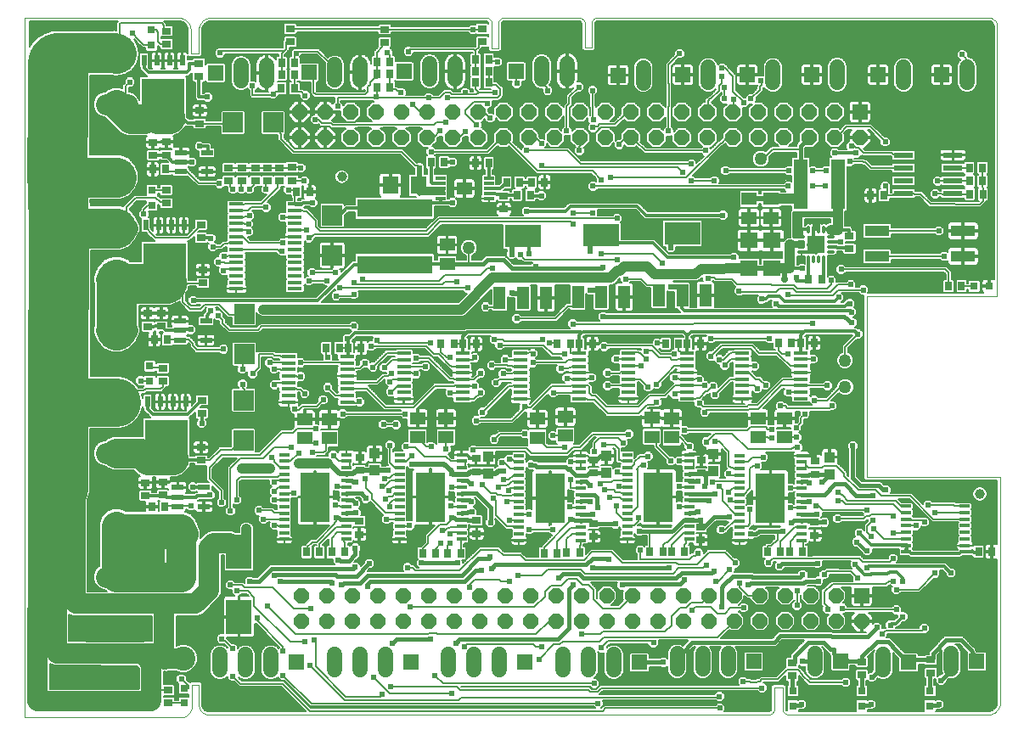
<source format=gtl>
G75*
G70*
%OFA0B0*%
%FSLAX24Y24*%
%IPPOS*%
%LPD*%
%AMOC8*
5,1,8,0,0,1.08239X$1,22.5*
%
%ADD10C,0.0000*%
%ADD11OC8,0.0600*%
%ADD12R,0.0600X0.0600*%
%ADD13R,0.0394X0.0138*%
%ADD14R,0.1181X0.1969*%
%ADD15R,0.0580X0.0140*%
%ADD16R,0.0390X0.0120*%
%ADD17R,0.0276X0.0354*%
%ADD18R,0.0591X0.0512*%
%ADD19R,0.0315X0.0315*%
%ADD20R,0.0480X0.0880*%
%ADD21R,0.1417X0.0866*%
%ADD22R,0.0354X0.0276*%
%ADD23R,0.0394X0.0433*%
%ADD24C,0.0600*%
%ADD25R,0.0825X0.0825*%
%ADD26C,0.0825*%
%ADD27R,0.0961X0.0445*%
%ADD28R,0.0984X0.1378*%
%ADD29R,0.0472X0.0217*%
%ADD30R,0.0197X0.0433*%
%ADD31R,0.1693X0.1417*%
%ADD32R,0.0787X0.0787*%
%ADD33C,0.0118*%
%ADD34R,0.0709X0.0709*%
%ADD35R,0.0709X0.0630*%
%ADD36R,0.0551X0.1969*%
%ADD37R,0.0394X0.0118*%
%ADD38R,0.0630X0.0709*%
%ADD39R,0.2953X0.0709*%
%ADD40R,0.0780X0.0210*%
%ADD41C,0.0945*%
%ADD42C,0.0394*%
%ADD43C,0.0500*%
%ADD44C,0.0060*%
%ADD45C,0.0240*%
%ADD46C,0.0157*%
%ADD47C,0.0160*%
%ADD48C,0.0197*%
%ADD49C,0.0394*%
%ADD50C,0.0787*%
%ADD51C,0.2362*%
%ADD52C,0.1890*%
%ADD53C,0.1969*%
%ADD54C,0.1575*%
%ADD55C,0.0277*%
%ADD56C,0.0276*%
%ADD57C,0.1181*%
D10*
X000474Y003346D02*
X006615Y003346D01*
X006616Y003346D02*
X006657Y003350D01*
X006699Y003358D01*
X006739Y003369D01*
X006778Y003384D01*
X006815Y003403D01*
X006851Y003425D01*
X006884Y003450D01*
X006915Y003478D01*
X006944Y003509D01*
X006969Y003542D01*
X006991Y003577D01*
X007010Y003615D01*
X007025Y003654D01*
X007037Y003694D01*
X007044Y003735D01*
X007048Y003777D01*
X007049Y003819D01*
X007049Y004626D01*
X007324Y004626D01*
X007324Y003858D01*
X007323Y003821D01*
X007327Y003784D01*
X007334Y003748D01*
X007344Y003713D01*
X007358Y003679D01*
X007376Y003646D01*
X007396Y003616D01*
X007419Y003587D01*
X007445Y003561D01*
X007474Y003538D01*
X007504Y003517D01*
X007536Y003500D01*
X007570Y003485D01*
X007606Y003475D01*
X007642Y003467D01*
X007678Y003464D01*
X029686Y003464D01*
X029714Y003466D01*
X029742Y003471D01*
X029770Y003479D01*
X029796Y003491D01*
X029820Y003506D01*
X029842Y003523D01*
X029863Y003544D01*
X029880Y003566D01*
X029895Y003590D01*
X029907Y003616D01*
X029915Y003644D01*
X029920Y003672D01*
X029922Y003700D01*
X029923Y003700D02*
X029923Y004527D01*
X030237Y004527D01*
X030237Y003700D01*
X030238Y003700D02*
X030240Y003672D01*
X030245Y003644D01*
X030253Y003616D01*
X030265Y003590D01*
X030280Y003566D01*
X030297Y003544D01*
X030318Y003523D01*
X030340Y003506D01*
X030364Y003491D01*
X030390Y003479D01*
X030418Y003471D01*
X030446Y003466D01*
X030474Y003464D01*
X038249Y003464D01*
X038249Y003465D02*
X038290Y003461D01*
X038332Y003462D01*
X038373Y003465D01*
X038414Y003473D01*
X038454Y003484D01*
X038493Y003498D01*
X038531Y003516D01*
X038566Y003537D01*
X038600Y003561D01*
X038632Y003588D01*
X038661Y003618D01*
X038688Y003650D01*
X038711Y003684D01*
X038732Y003720D01*
X038749Y003758D01*
X038763Y003797D01*
X038773Y003837D01*
X038780Y003878D01*
X038781Y003878D02*
X038781Y012795D01*
X033545Y012795D01*
X033545Y019882D01*
X038663Y019882D01*
X038663Y030511D01*
X038662Y030512D02*
X038658Y030548D01*
X038649Y030584D01*
X038637Y030618D01*
X038622Y030651D01*
X038603Y030683D01*
X038581Y030712D01*
X038556Y030739D01*
X038528Y030763D01*
X038498Y030784D01*
X038466Y030802D01*
X038433Y030816D01*
X038398Y030827D01*
X038362Y030834D01*
X038325Y030837D01*
X038288Y030836D01*
X038289Y030836D02*
X022964Y030836D01*
X022963Y030836D02*
X022935Y030831D01*
X022907Y030823D01*
X022880Y030811D01*
X022854Y030797D01*
X022831Y030779D01*
X022810Y030759D01*
X022792Y030736D01*
X022776Y030712D01*
X022763Y030685D01*
X022754Y030657D01*
X022748Y030629D01*
X022746Y030600D01*
X022747Y030570D01*
X022747Y030571D02*
X022747Y029645D01*
X022491Y029645D01*
X022491Y030551D01*
X022492Y030551D02*
X022493Y030582D01*
X022490Y030613D01*
X022483Y030643D01*
X022472Y030673D01*
X022458Y030700D01*
X022441Y030726D01*
X022421Y030750D01*
X022398Y030771D01*
X022373Y030789D01*
X022345Y030804D01*
X022316Y030815D01*
X022286Y030823D01*
X022256Y030827D01*
X022255Y030826D02*
X019273Y030826D01*
X019245Y030819D01*
X019217Y030809D01*
X019192Y030796D01*
X019168Y030780D01*
X019146Y030762D01*
X019126Y030740D01*
X019109Y030717D01*
X019096Y030692D01*
X019085Y030665D01*
X019078Y030637D01*
X019074Y030608D01*
X019073Y030579D01*
X019076Y030551D01*
X019076Y029626D01*
X018820Y029626D01*
X018820Y030551D01*
X018823Y030579D01*
X018822Y030608D01*
X018818Y030637D01*
X018811Y030665D01*
X018800Y030692D01*
X018787Y030717D01*
X018770Y030740D01*
X018750Y030762D01*
X018728Y030780D01*
X018704Y030796D01*
X018679Y030809D01*
X018651Y030819D01*
X018623Y030826D01*
X007797Y030826D01*
X007756Y030824D01*
X007715Y030819D01*
X007675Y030810D01*
X007636Y030798D01*
X007598Y030782D01*
X007561Y030763D01*
X007526Y030741D01*
X007494Y030716D01*
X007463Y030688D01*
X007435Y030657D01*
X007410Y030625D01*
X007388Y030590D01*
X007369Y030553D01*
X007353Y030515D01*
X007341Y030476D01*
X007332Y030436D01*
X007327Y030395D01*
X007325Y030354D01*
X007324Y030354D02*
X007324Y029409D01*
X007009Y029409D01*
X007009Y030354D01*
X007010Y030354D02*
X007006Y030397D01*
X006999Y030439D01*
X006988Y030481D01*
X006973Y030521D01*
X006955Y030560D01*
X006934Y030597D01*
X006909Y030633D01*
X006882Y030666D01*
X006851Y030696D01*
X006819Y030724D01*
X006783Y030749D01*
X006746Y030770D01*
X006707Y030789D01*
X006667Y030804D01*
X006625Y030815D01*
X006583Y030823D01*
X006540Y030826D01*
X006497Y030827D01*
X006497Y030826D02*
X000474Y030826D01*
X000474Y003346D01*
D11*
X011340Y007137D03*
X012340Y007137D03*
X013340Y007137D03*
X014340Y007137D03*
X015340Y007137D03*
X016340Y007137D03*
X017340Y007137D03*
X018340Y007137D03*
X019340Y007137D03*
X020340Y007137D03*
X021340Y007137D03*
X022340Y007137D03*
X023340Y007137D03*
X024340Y007137D03*
X025340Y007137D03*
X026340Y007137D03*
X027340Y007137D03*
X028340Y007137D03*
X029340Y007137D03*
X030340Y007137D03*
X031340Y007137D03*
X032340Y007137D03*
X033340Y007137D03*
X032340Y008137D03*
X031340Y008137D03*
X030340Y008137D03*
X029340Y008137D03*
X028340Y008137D03*
X027340Y008137D03*
X026340Y008137D03*
X025340Y008137D03*
X024340Y008137D03*
X023340Y008137D03*
X022340Y008137D03*
X021340Y008137D03*
X020340Y008137D03*
X019340Y008137D03*
X018340Y008137D03*
X017340Y008137D03*
X016340Y008137D03*
X015340Y008137D03*
X014340Y008137D03*
X013340Y008137D03*
X012340Y008137D03*
X011340Y008137D03*
X011277Y026130D03*
X011277Y027130D03*
X012277Y027130D03*
X013277Y027130D03*
X014277Y027130D03*
X015277Y027130D03*
X016277Y027130D03*
X017277Y027130D03*
X018277Y027130D03*
X019277Y027130D03*
X020277Y027130D03*
X021277Y027130D03*
X022277Y027130D03*
X023277Y027130D03*
X024277Y027130D03*
X025277Y027130D03*
X026277Y027130D03*
X027277Y027130D03*
X028277Y027130D03*
X029277Y027130D03*
X030277Y027130D03*
X031277Y027130D03*
X032277Y027130D03*
X032277Y026130D03*
X033277Y026130D03*
X031277Y026130D03*
X030277Y026130D03*
X029277Y026130D03*
X028277Y026130D03*
X027277Y026130D03*
X026277Y026130D03*
X025277Y026130D03*
X024277Y026130D03*
X023277Y026130D03*
X022277Y026130D03*
X021277Y026130D03*
X020277Y026130D03*
X019277Y026130D03*
X018277Y026130D03*
X017277Y026130D03*
X016277Y026130D03*
X015277Y026130D03*
X014277Y026130D03*
X013277Y026130D03*
X012277Y026130D03*
D12*
X011659Y028681D03*
X007978Y028661D03*
X015379Y028720D03*
X019779Y028730D03*
X023773Y028573D03*
X026322Y028582D03*
X028861Y028582D03*
X031381Y028592D03*
X033277Y027130D03*
X033989Y028582D03*
X036480Y028592D03*
X033340Y008137D03*
X032509Y005551D03*
X035186Y005511D03*
X037863Y005551D03*
X029100Y005551D03*
X024611Y005511D03*
X020123Y005511D03*
X015635Y005511D03*
X011147Y005511D03*
D13*
X010675Y010344D03*
X010675Y010600D03*
X010675Y010856D03*
X010675Y011112D03*
X010675Y011368D03*
X010675Y011624D03*
X010675Y011880D03*
X010675Y012136D03*
X010675Y012391D03*
X010675Y012647D03*
X010675Y012903D03*
X010675Y013159D03*
X010675Y013415D03*
X010675Y013671D03*
X013107Y013671D03*
X013107Y013415D03*
X013107Y013159D03*
X013107Y012903D03*
X013107Y012647D03*
X013107Y012391D03*
X013107Y012136D03*
X013107Y011880D03*
X013107Y011624D03*
X013107Y011368D03*
X013107Y011112D03*
X013107Y010856D03*
X013107Y010600D03*
X013107Y010344D03*
X015203Y010344D03*
X015203Y010600D03*
X015203Y010856D03*
X015203Y011112D03*
X015203Y011368D03*
X015203Y011624D03*
X015203Y011880D03*
X015203Y012136D03*
X015203Y012391D03*
X015203Y012647D03*
X015203Y012903D03*
X015203Y013159D03*
X015203Y013415D03*
X015203Y013671D03*
X017634Y013671D03*
X017634Y013415D03*
X017634Y013159D03*
X017634Y012903D03*
X017634Y012647D03*
X017634Y012391D03*
X017634Y012136D03*
X017634Y011880D03*
X017634Y011624D03*
X017634Y011368D03*
X017634Y011112D03*
X017634Y010856D03*
X017634Y010600D03*
X017634Y010344D03*
X019888Y010305D03*
X019888Y010561D03*
X019888Y010817D03*
X019888Y011073D03*
X019888Y011328D03*
X019888Y011584D03*
X019888Y011840D03*
X019888Y012096D03*
X019888Y012352D03*
X019888Y012608D03*
X019888Y012864D03*
X019888Y013120D03*
X019888Y013376D03*
X019888Y013632D03*
X022319Y013632D03*
X022319Y013376D03*
X022319Y013120D03*
X022319Y012864D03*
X022319Y012608D03*
X022319Y012352D03*
X022319Y012096D03*
X022319Y011840D03*
X022319Y011584D03*
X022319Y011328D03*
X022319Y011073D03*
X022319Y010817D03*
X022319Y010561D03*
X022319Y010305D03*
X024140Y010344D03*
X024140Y010600D03*
X024140Y010856D03*
X024140Y011112D03*
X024140Y011368D03*
X024140Y011624D03*
X024140Y011880D03*
X024140Y012136D03*
X024140Y012391D03*
X024140Y012647D03*
X024140Y012903D03*
X024140Y013159D03*
X024140Y013415D03*
X024140Y013671D03*
X026571Y013671D03*
X026571Y013415D03*
X026571Y013159D03*
X026571Y012903D03*
X026571Y012647D03*
X026571Y012391D03*
X026571Y012136D03*
X026571Y011880D03*
X026571Y011624D03*
X026571Y011368D03*
X026571Y011112D03*
X026571Y010856D03*
X026571Y010600D03*
X026571Y010344D03*
X028549Y010305D03*
X028549Y010561D03*
X028549Y010817D03*
X028549Y011073D03*
X028549Y011328D03*
X028549Y011584D03*
X028549Y011840D03*
X028549Y012096D03*
X028549Y012352D03*
X028549Y012608D03*
X028549Y012864D03*
X028549Y013120D03*
X028549Y013376D03*
X028549Y013632D03*
X030981Y013632D03*
X030981Y013376D03*
X030981Y013120D03*
X030981Y012864D03*
X030981Y012608D03*
X030981Y012352D03*
X030981Y012096D03*
X030981Y011840D03*
X030981Y011584D03*
X030981Y011328D03*
X030981Y011073D03*
X030981Y010817D03*
X030981Y010561D03*
X030981Y010305D03*
D14*
X029765Y011968D03*
X025356Y012008D03*
X021104Y011968D03*
X016419Y012008D03*
X011891Y012008D03*
D15*
X010839Y015734D03*
X010839Y015994D03*
X010839Y016254D03*
X010839Y016504D03*
X010839Y016764D03*
X010839Y017014D03*
X010839Y017274D03*
X010839Y017534D03*
X013139Y017534D03*
X013139Y017274D03*
X013139Y017014D03*
X013139Y016764D03*
X013139Y016504D03*
X013139Y016254D03*
X013139Y015994D03*
X013139Y015734D03*
X015367Y015852D03*
X015367Y016112D03*
X015367Y016372D03*
X015367Y016622D03*
X015367Y016882D03*
X015367Y017132D03*
X015367Y017392D03*
X015367Y017652D03*
X017667Y017652D03*
X017667Y017392D03*
X017667Y017132D03*
X017667Y016882D03*
X017667Y016622D03*
X017667Y016372D03*
X017667Y016112D03*
X017667Y015852D03*
X019954Y015852D03*
X019954Y016112D03*
X019954Y016372D03*
X019954Y016622D03*
X019954Y016882D03*
X019954Y017132D03*
X019954Y017392D03*
X019954Y017652D03*
X022254Y017652D03*
X022254Y017392D03*
X022254Y017132D03*
X022254Y016882D03*
X022254Y016622D03*
X022254Y016372D03*
X022254Y016112D03*
X022254Y015852D03*
X024186Y015871D03*
X024186Y016131D03*
X024186Y016391D03*
X024186Y016641D03*
X024186Y016901D03*
X024186Y017151D03*
X024186Y017411D03*
X024186Y017671D03*
X026486Y017671D03*
X026486Y017411D03*
X026486Y017151D03*
X026486Y016901D03*
X026486Y016641D03*
X026486Y016391D03*
X026486Y016131D03*
X026486Y015871D03*
X028654Y015871D03*
X028654Y016131D03*
X028654Y016391D03*
X028654Y016641D03*
X028654Y016901D03*
X028654Y017151D03*
X028654Y017411D03*
X028654Y017671D03*
X030954Y017671D03*
X030954Y017411D03*
X030954Y017151D03*
X030954Y016901D03*
X030954Y016641D03*
X030954Y016391D03*
X030954Y016131D03*
X030954Y015871D03*
X011092Y020190D03*
X011092Y020440D03*
X011092Y020700D03*
X011092Y020950D03*
X011092Y021210D03*
X011092Y021470D03*
X011092Y021720D03*
X011092Y021980D03*
X011092Y022230D03*
X011092Y022490D03*
X011092Y022750D03*
X011092Y023000D03*
X011092Y023260D03*
X011092Y023510D03*
X008792Y023510D03*
X008792Y023260D03*
X008792Y023000D03*
X008792Y022750D03*
X008792Y022490D03*
X008792Y022230D03*
X008792Y021980D03*
X008792Y021720D03*
X008792Y021470D03*
X008792Y021210D03*
X008792Y020950D03*
X008792Y020700D03*
X008792Y020440D03*
X008792Y020190D03*
D16*
X035093Y011643D03*
X035093Y011387D03*
X035093Y011132D03*
X035093Y010876D03*
X035093Y010620D03*
X035093Y010364D03*
X035093Y010108D03*
X035093Y009852D03*
X037390Y009852D03*
X037390Y010108D03*
X037390Y010364D03*
X037390Y010620D03*
X037390Y010876D03*
X037390Y011132D03*
X037390Y011387D03*
X037390Y011643D03*
D17*
X037934Y009862D03*
X038446Y009862D03*
X031025Y009852D03*
X030513Y009852D03*
X030159Y009852D03*
X029647Y009852D03*
X026399Y009842D03*
X025887Y009842D03*
X025533Y009842D03*
X025021Y009842D03*
X022275Y009813D03*
X021763Y009813D03*
X021399Y009803D03*
X020887Y009803D03*
X017600Y009803D03*
X017088Y009803D03*
X016625Y009803D03*
X016113Y009803D03*
X013052Y009842D03*
X012541Y009842D03*
X012058Y009842D03*
X011547Y009842D03*
X005986Y011614D03*
X005474Y011614D03*
X012324Y017874D03*
X012836Y017874D03*
X013186Y017866D03*
X013698Y017866D03*
X016832Y018011D03*
X017344Y018011D03*
X017698Y018011D03*
X018210Y018011D03*
X021399Y018031D03*
X021911Y018031D03*
X022265Y018031D03*
X022777Y018031D03*
X025651Y018031D03*
X026163Y018031D03*
X026497Y018031D03*
X027009Y018031D03*
X030080Y018051D03*
X030592Y018051D03*
X030966Y018051D03*
X031478Y018051D03*
X031261Y020551D03*
X031773Y020551D03*
X033696Y023848D03*
X034208Y023848D03*
X037590Y023907D03*
X038102Y023907D03*
X038092Y024419D03*
X038082Y024931D03*
X037570Y024931D03*
X037580Y024419D03*
X037265Y020285D03*
X036753Y020285D03*
X020897Y024370D03*
X020385Y024370D03*
X019913Y024370D03*
X019401Y024370D03*
X019824Y023858D03*
X020336Y023858D03*
X018702Y025118D03*
X018190Y025118D03*
X016950Y025157D03*
X016438Y025157D03*
X014824Y028090D03*
X014312Y028090D03*
X014312Y028622D03*
X014312Y029094D03*
X014824Y029094D03*
X014824Y028622D03*
X018190Y028740D03*
X018190Y028287D03*
X018702Y028287D03*
X018702Y028740D03*
X018702Y029193D03*
X018190Y029193D03*
X011673Y023988D03*
X011161Y023988D03*
X011074Y028061D03*
X010562Y028061D03*
X010572Y028602D03*
X010572Y029055D03*
X011084Y029055D03*
X011084Y028602D03*
X006025Y024882D03*
X005513Y024882D03*
X005572Y018189D03*
X006084Y018189D03*
D18*
X011478Y015059D03*
X011478Y014311D03*
X012442Y014311D03*
X012442Y015059D03*
X015907Y015098D03*
X015907Y014350D03*
X017029Y014350D03*
X017029Y015098D03*
X020611Y015078D03*
X020611Y014330D03*
X021714Y014409D03*
X021714Y015157D03*
X025100Y015118D03*
X025887Y015098D03*
X025887Y014350D03*
X025100Y014370D03*
X029273Y014350D03*
X029273Y015098D03*
X030316Y015098D03*
X030316Y014350D03*
X029785Y022972D03*
X029785Y023720D03*
X028919Y023720D03*
X028919Y022972D03*
X017741Y024126D03*
X017068Y021909D03*
X017068Y021161D03*
D19*
X005484Y023464D03*
X005484Y024055D03*
X005464Y029754D03*
X005464Y030344D03*
X005395Y017145D03*
X005395Y016555D03*
X006753Y004508D03*
X006753Y003917D03*
X030651Y003799D03*
X030651Y004389D03*
X033348Y004389D03*
X033348Y003799D03*
X036025Y003799D03*
X036025Y004389D03*
X037757Y020285D03*
X038348Y020285D03*
D20*
X027210Y019921D03*
X026300Y019921D03*
X025391Y019921D03*
X024021Y019862D03*
X023111Y019862D03*
X022202Y019862D03*
X020950Y019823D03*
X020041Y019823D03*
X019131Y019823D03*
D21*
X020041Y022263D03*
X023111Y022302D03*
X026300Y022361D03*
D22*
X032865Y022263D03*
X032865Y021752D03*
X031527Y013415D03*
X031527Y012903D03*
X031497Y011013D03*
X031497Y010502D03*
X027019Y010315D03*
X027019Y010826D03*
X027058Y012943D03*
X027058Y013454D03*
X022826Y013464D03*
X022826Y012952D03*
X022806Y010964D03*
X022806Y010452D03*
X018230Y010571D03*
X018230Y011082D03*
X018200Y013002D03*
X018200Y013513D03*
X013643Y013563D03*
X013643Y013051D03*
X013623Y011053D03*
X013623Y010541D03*
X007403Y013445D03*
X007403Y013956D03*
X007442Y015295D03*
X007442Y015807D03*
X005907Y016555D03*
X005907Y017067D03*
X005850Y018710D03*
X005326Y018700D03*
X005326Y019212D03*
X005850Y019222D03*
X007482Y020413D03*
X007482Y020925D03*
X007403Y022185D03*
X007403Y022697D03*
X006035Y023543D03*
X006035Y024055D03*
X006052Y025439D03*
X006052Y025950D03*
X005523Y025941D03*
X005523Y025429D03*
X007363Y026673D03*
X007363Y027185D03*
X007324Y028523D03*
X007324Y029035D03*
X006054Y029793D03*
X006054Y030305D03*
X010907Y030393D03*
X010907Y029882D03*
X014627Y029862D03*
X014627Y030374D03*
X018446Y030393D03*
X018446Y029882D03*
X019293Y023828D03*
X019293Y023317D03*
X010972Y024441D03*
X010493Y024429D03*
X010021Y024429D03*
X009552Y024425D03*
X009552Y024937D03*
X010021Y024941D03*
X010493Y024941D03*
X010972Y024952D03*
X009021Y024941D03*
X009021Y024429D03*
X008489Y024425D03*
X008489Y024937D03*
X005907Y012598D03*
X005907Y012086D03*
X005224Y012061D03*
X005224Y012573D03*
X006123Y004429D03*
X006123Y003917D03*
X030631Y004980D03*
X030631Y005492D03*
X033348Y005531D03*
X033348Y005019D03*
X036064Y005098D03*
X036064Y005610D03*
D23*
X032088Y012903D03*
X032088Y013573D03*
X027531Y013700D03*
X027531Y013031D03*
X023308Y012952D03*
X023308Y013622D03*
X018673Y013592D03*
X018673Y012923D03*
X014224Y013051D03*
X014224Y013720D03*
D24*
X014635Y005811D02*
X014635Y005211D01*
X013635Y005211D02*
X013635Y005811D01*
X012635Y005811D02*
X012635Y005211D01*
X010147Y005211D02*
X010147Y005811D01*
X009147Y005811D02*
X009147Y005211D01*
X008147Y005211D02*
X008147Y005811D01*
X017123Y005811D02*
X017123Y005211D01*
X018123Y005211D02*
X018123Y005811D01*
X019123Y005811D02*
X019123Y005211D01*
X021611Y005211D02*
X021611Y005811D01*
X022611Y005811D02*
X022611Y005211D01*
X023611Y005211D02*
X023611Y005811D01*
X026100Y005851D02*
X026100Y005251D01*
X027100Y005251D02*
X027100Y005851D01*
X028100Y005851D02*
X028100Y005251D01*
X031509Y005251D02*
X031509Y005851D01*
X034186Y005811D02*
X034186Y005211D01*
X036863Y005251D02*
X036863Y005851D01*
X037480Y028292D02*
X037480Y028892D01*
X034989Y028882D02*
X034989Y028282D01*
X032381Y028292D02*
X032381Y028892D01*
X029861Y028882D02*
X029861Y028282D01*
X027322Y028282D02*
X027322Y028882D01*
X024773Y028873D02*
X024773Y028273D01*
X021779Y028430D02*
X021779Y029030D01*
X020779Y029030D02*
X020779Y028430D01*
X017379Y028420D02*
X017379Y029020D01*
X016379Y029020D02*
X016379Y028420D01*
X013659Y028381D02*
X013659Y028981D01*
X012659Y028981D02*
X012659Y028381D01*
X009978Y028361D02*
X009978Y028961D01*
X008978Y028961D02*
X008978Y028361D01*
D25*
X004088Y029425D03*
X004088Y024574D03*
X004088Y015724D03*
X004088Y010874D03*
D26*
X004500Y008874D02*
X003675Y008874D01*
X003675Y006874D02*
X004500Y006874D01*
X004500Y004874D02*
X003675Y004874D01*
X003675Y013724D02*
X004500Y013724D01*
X004500Y018574D02*
X003675Y018574D01*
X003675Y020574D02*
X004500Y020574D01*
X004500Y022574D02*
X003675Y022574D01*
X003675Y027425D02*
X004500Y027425D01*
D27*
X033938Y022458D03*
X033938Y021458D03*
X037324Y021458D03*
X037324Y022458D03*
D28*
X008899Y009862D03*
X008899Y007303D03*
D29*
X007521Y011634D03*
X007521Y012382D03*
X006497Y012382D03*
X006497Y012008D03*
X006497Y011634D03*
X006576Y018169D03*
X006576Y018543D03*
X006576Y018917D03*
X007600Y018917D03*
X007600Y018169D03*
X007639Y024783D03*
X007639Y025531D03*
X006615Y025531D03*
X006615Y025157D03*
X006615Y024783D03*
D30*
X006667Y026870D03*
X006167Y026870D03*
X005667Y026870D03*
X005167Y026870D03*
X005167Y029153D03*
X005667Y029153D03*
X006167Y029153D03*
X006667Y029153D03*
X006736Y022687D03*
X006236Y022687D03*
X005736Y022687D03*
X005236Y022687D03*
X005236Y020403D03*
X005736Y020403D03*
X006236Y020403D03*
X006736Y020403D03*
X006804Y015748D03*
X006304Y015748D03*
X005804Y015748D03*
X005304Y015748D03*
X005304Y013464D03*
X005804Y013464D03*
X006304Y013464D03*
X006804Y013464D03*
D31*
X006054Y014330D03*
X005986Y021269D03*
X005917Y027736D03*
D32*
X008663Y026712D03*
X010237Y026712D03*
X012560Y023071D03*
X012560Y021496D03*
X009115Y019193D03*
X009115Y017618D03*
X009076Y015807D03*
X009076Y014232D03*
D33*
X007442Y014901D02*
X007442Y015295D01*
X007442Y015315D01*
X007226Y015590D02*
X007423Y015787D01*
X007442Y015807D01*
X007226Y015590D02*
X006881Y015246D01*
X005523Y015246D01*
X005304Y015464D01*
X005304Y015748D01*
X006304Y013464D02*
X006804Y013464D01*
X007383Y013464D01*
X007403Y013445D01*
X007521Y012401D02*
X007088Y012401D01*
X007245Y012047D02*
X007206Y012008D01*
X006497Y012008D01*
X006084Y012008D01*
X005936Y012027D01*
X005903Y012047D01*
X005224Y012061D01*
X005907Y012086D02*
X005936Y012027D01*
X007245Y012047D02*
X007639Y012047D01*
X007678Y012086D01*
X007757Y012086D01*
X007521Y012382D02*
X007521Y012401D01*
X013139Y017534D02*
X013151Y017539D01*
X013190Y017539D01*
X013190Y017815D01*
X013186Y017866D01*
X013190Y017874D01*
X013190Y018189D01*
X013151Y018228D01*
X013190Y018189D02*
X013446Y018445D01*
X017737Y018445D01*
X017777Y018405D01*
X017856Y018484D01*
X022324Y018484D01*
X022363Y018445D01*
X022423Y018504D01*
X026340Y018504D01*
X026438Y018405D01*
X026478Y018405D01*
X026517Y018366D01*
X026655Y018504D01*
X031025Y018504D01*
X031064Y018464D01*
X031123Y018523D01*
X033072Y018523D01*
X033190Y018405D01*
X032934Y019271D02*
X032915Y019281D01*
X032905Y019311D01*
X026379Y019311D01*
X026281Y019409D01*
X026281Y019902D01*
X026300Y019921D01*
X025710Y021417D02*
X028328Y021417D01*
X029686Y019882D02*
X029588Y019783D01*
X029411Y019783D01*
X029391Y019783D01*
X029686Y019882D02*
X030119Y019882D01*
X030218Y019783D01*
X030228Y019783D01*
X030316Y019695D01*
X032295Y019695D01*
X032442Y019842D01*
X032767Y019606D02*
X032669Y019508D01*
X030090Y019508D01*
X030001Y019596D01*
X029982Y019606D01*
X030789Y020492D02*
X030789Y020630D01*
X030789Y020492D02*
X031261Y020492D01*
X031281Y020511D01*
X031261Y020551D01*
X031261Y021348D01*
X031261Y021436D02*
X031261Y021260D01*
X031458Y021260D02*
X031458Y021436D01*
X031655Y021436D02*
X031655Y021260D01*
X031852Y021260D02*
X031852Y021436D01*
X031852Y021348D02*
X031852Y020551D01*
X031773Y020551D01*
X031005Y020984D02*
X030513Y020984D01*
X030888Y021634D02*
X031064Y021634D01*
X030976Y021634D02*
X031556Y021634D01*
X031556Y021929D01*
X031458Y021929D01*
X031458Y022510D01*
X031458Y022422D02*
X031458Y022598D01*
X031458Y022510D02*
X031537Y022539D01*
X031537Y022884D01*
X031458Y022884D01*
X031556Y022815D02*
X031635Y022834D01*
X031635Y022510D01*
X031655Y022510D01*
X031655Y022422D02*
X031655Y022598D01*
X031852Y022598D02*
X031852Y022422D01*
X031852Y022510D02*
X032147Y022510D01*
X032147Y022500D01*
X032147Y022224D01*
X032137Y022224D01*
X032049Y022224D02*
X032225Y022224D01*
X032137Y022037D02*
X032521Y022037D01*
X032354Y021830D02*
X032137Y021830D01*
X032049Y021830D02*
X032225Y021830D01*
X032354Y021830D02*
X032393Y021791D01*
X032846Y021791D01*
X032865Y021752D01*
X032865Y022263D02*
X032836Y022500D01*
X032403Y022500D01*
X032137Y022037D02*
X032137Y022027D01*
X032049Y022027D02*
X032225Y022027D01*
X032225Y021634D02*
X032049Y021634D01*
X031261Y022422D02*
X031261Y022598D01*
X031261Y022510D02*
X030976Y022510D01*
X030976Y022224D01*
X031064Y022224D02*
X030888Y022224D01*
X030976Y022224D02*
X030690Y022224D01*
X030690Y023149D01*
X032403Y023149D01*
X032324Y023071D02*
X030966Y023071D01*
X030966Y022323D01*
X030887Y022323D01*
X030887Y023071D01*
X030789Y023071D01*
X030789Y022303D01*
X030888Y022027D02*
X031064Y022027D01*
X030976Y022027D02*
X030976Y021909D01*
X030976Y021830D01*
X031064Y021830D02*
X030888Y021830D01*
X030474Y023700D02*
X030474Y023720D01*
X032285Y025511D02*
X033131Y025511D01*
X027895Y023071D02*
X024883Y023071D01*
X024529Y023425D01*
X021911Y023425D01*
X021714Y023228D01*
X020178Y023228D01*
X020346Y023838D02*
X020336Y023858D01*
X020346Y023838D02*
X020779Y023838D01*
X020385Y024370D02*
X019913Y024370D01*
X019401Y024370D02*
X019163Y024132D01*
X018702Y024132D01*
X018702Y023937D02*
X018948Y023937D01*
X019007Y023878D01*
X019273Y023878D01*
X019293Y023828D01*
X019322Y023828D01*
X019322Y023858D01*
X019824Y023858D01*
X018702Y024527D02*
X018702Y025118D01*
X017285Y025157D02*
X016950Y025157D01*
X016438Y025157D02*
X016438Y024370D01*
X016480Y024328D01*
X016812Y024330D01*
X016930Y024134D02*
X016104Y024134D01*
X016104Y024035D01*
X016911Y024035D01*
X016930Y023947D02*
X016930Y024134D01*
X016812Y023937D02*
X015986Y023935D01*
X015946Y023935D02*
X016812Y023937D01*
X016812Y023740D02*
X016810Y023573D01*
X016812Y023573D01*
X017285Y023573D01*
X016812Y023573D02*
X016812Y023740D01*
X016810Y023573D02*
X016438Y023573D01*
X016163Y023346D01*
X015001Y023346D01*
X013131Y023346D01*
X012856Y023071D01*
X012560Y023071D01*
X011793Y023563D02*
X011419Y023563D01*
X011360Y023504D01*
X011104Y023504D01*
X011092Y023510D01*
X013407Y021141D02*
X011989Y019724D01*
X007108Y019724D01*
X007639Y019134D02*
X007797Y019330D01*
X007639Y019134D02*
X007639Y018937D01*
X007600Y018917D01*
X007009Y018582D02*
X006615Y018582D01*
X006576Y018543D01*
X006017Y018543D01*
X005850Y018710D01*
X005326Y018700D01*
X006035Y020393D02*
X006045Y020403D01*
X006236Y020403D01*
X006736Y020403D01*
X007482Y020413D02*
X007521Y020393D01*
X007797Y022165D02*
X007757Y022204D01*
X007403Y022204D01*
X007403Y022185D01*
X007403Y022677D02*
X007403Y022697D01*
X007049Y025157D02*
X006615Y025157D01*
X006299Y025157D01*
X006052Y025439D01*
X005523Y025429D01*
X006891Y026693D02*
X006714Y026870D01*
X006667Y026870D01*
X006167Y026870D01*
X005667Y026870D02*
X005167Y026870D01*
X004450Y027425D02*
X004088Y027425D01*
X005336Y028681D02*
X006852Y028681D01*
X006950Y028779D01*
X006952Y029035D01*
X007324Y029035D01*
X007324Y028523D02*
X007324Y028110D01*
X007324Y027716D02*
X007324Y028523D01*
X007324Y027716D02*
X007659Y027716D01*
X007363Y026693D02*
X006891Y026693D01*
X006893Y026695D01*
X007363Y026693D02*
X007363Y026673D01*
X007344Y025787D02*
X007678Y025787D01*
X007678Y025551D01*
X007639Y025531D01*
X005336Y028681D02*
X005167Y028850D01*
X005167Y029153D01*
X004214Y029551D02*
X004088Y029425D01*
X005956Y030324D02*
X006054Y030305D01*
X005976Y030295D02*
X005956Y030324D01*
X005976Y030295D02*
X005946Y030384D01*
X015946Y024252D02*
X015946Y023935D01*
X015415Y021161D02*
X015395Y021141D01*
X015001Y021141D01*
X013407Y021141D01*
X015415Y021161D02*
X017068Y021161D01*
X017777Y018405D02*
X017698Y018326D01*
X017698Y018011D01*
X017698Y017657D01*
X017678Y017657D01*
X017667Y017652D01*
X020552Y020984D02*
X020552Y021043D01*
X020297Y021574D02*
X020297Y022007D01*
X020041Y022263D01*
X022757Y021988D02*
X023111Y022302D01*
X022757Y021988D02*
X025139Y021988D01*
X025710Y021417D01*
X026517Y018366D02*
X026497Y018346D01*
X026497Y018031D01*
X026497Y017677D01*
X026486Y017671D01*
X022363Y018445D02*
X022265Y018346D01*
X022265Y018031D01*
X022265Y017657D01*
X022254Y017652D01*
X018200Y013513D02*
X017993Y013513D01*
X017836Y013671D01*
X017634Y013671D01*
X026571Y013671D02*
X026596Y013681D01*
X026871Y013681D01*
X027039Y013681D01*
X027058Y013454D01*
X026898Y013693D02*
X026871Y013681D01*
X030981Y013632D02*
X031448Y013632D01*
X031497Y013681D01*
X031497Y013405D01*
X031527Y013415D01*
X033249Y010590D02*
X033722Y010118D01*
X035100Y010118D01*
X035100Y010098D01*
X035093Y010108D01*
X035100Y010118D02*
X035093Y009852D01*
X035139Y009862D01*
X035218Y009862D01*
X035297Y009783D01*
X037167Y009783D01*
X037245Y009862D01*
X037383Y009862D01*
X037390Y009852D01*
X037442Y009862D01*
X037659Y009862D01*
X037678Y009882D01*
X037698Y009882D01*
X037757Y009823D01*
X037934Y009823D01*
X037934Y009862D01*
X036852Y009025D02*
X036832Y009025D01*
X036576Y009281D01*
X033604Y009291D01*
X033564Y009212D01*
X033426Y008976D02*
X033446Y008956D01*
X033702Y008956D01*
X033722Y008976D01*
X034352Y008976D01*
X034450Y009074D01*
X034726Y009074D01*
X034962Y008838D01*
X034962Y008700D01*
X035100Y009921D02*
X035100Y010098D01*
X033564Y009901D02*
X033545Y009842D01*
X033151Y010236D01*
X033092Y009370D02*
X033111Y009330D01*
X033426Y008976D01*
X034962Y007303D02*
X034686Y007027D01*
X034529Y007027D01*
X034470Y006968D01*
X030954Y017671D02*
X030966Y017677D01*
X030966Y018051D01*
X030966Y018366D01*
X031064Y018464D01*
X032767Y019606D02*
X032875Y019606D01*
D34*
X031556Y021929D03*
D35*
X029824Y022086D03*
X028919Y022086D03*
X028919Y020984D03*
X029824Y020984D03*
D36*
X030946Y024291D03*
X032403Y024291D03*
D37*
X018702Y024330D03*
X018702Y024527D03*
X018702Y024132D03*
X018702Y023937D03*
X018702Y023740D03*
X016812Y023740D03*
X016812Y023937D03*
X016812Y024132D03*
X016812Y024330D03*
X016812Y024527D03*
D38*
X015946Y024252D03*
X014844Y024252D03*
D39*
X015001Y023346D03*
X015001Y021141D03*
D40*
X034986Y023935D03*
X034986Y024435D03*
X034986Y024935D03*
X034986Y025435D03*
X036926Y025435D03*
X036926Y024935D03*
X036926Y024435D03*
X036926Y023935D03*
D41*
X006714Y010551D03*
X005375Y010551D03*
X005375Y005669D03*
X006714Y005669D03*
D42*
X012934Y024586D03*
X037984Y012126D03*
D43*
X032698Y016328D03*
X032688Y017372D03*
X029381Y025295D03*
X017924Y021801D03*
D44*
X017924Y021188D01*
X017904Y021167D01*
X017804Y021335D02*
X017453Y021333D01*
X017453Y021454D01*
X017401Y021507D01*
X016736Y021507D01*
X016683Y021454D01*
X016683Y021310D01*
X016568Y021310D01*
X016568Y021533D01*
X016515Y021586D01*
X013488Y021586D01*
X013435Y021533D01*
X013435Y021290D01*
X013345Y021290D01*
X012908Y020854D01*
X012908Y020913D01*
X012849Y020972D01*
X012971Y020972D01*
X013004Y020981D01*
X013034Y020998D01*
X013058Y021022D01*
X013075Y021052D01*
X013084Y021085D01*
X013084Y021466D01*
X012590Y021466D01*
X012590Y021016D01*
X012521Y020946D01*
X011950Y020946D01*
X011860Y021036D01*
X011686Y021036D01*
X011563Y020913D01*
X011563Y020739D01*
X011601Y020702D01*
X011548Y020702D01*
X011472Y020626D01*
X011472Y020807D01*
X011454Y020825D01*
X011472Y020843D01*
X011472Y021057D01*
X011449Y021080D01*
X011472Y021103D01*
X011472Y021317D01*
X011449Y021340D01*
X011472Y021363D01*
X011472Y021577D01*
X011454Y021595D01*
X011472Y021613D01*
X011472Y021827D01*
X011449Y021850D01*
X011472Y021873D01*
X011472Y022051D01*
X011548Y021975D01*
X011722Y021975D01*
X011845Y022098D01*
X011845Y022146D01*
X011901Y022203D01*
X016350Y022203D01*
X016420Y022273D01*
X016842Y022695D01*
X019242Y022695D01*
X019242Y021793D01*
X019295Y021740D01*
X019419Y021740D01*
X019419Y021644D01*
X019398Y021622D01*
X019398Y021448D01*
X019521Y021325D01*
X019695Y021325D01*
X019765Y021396D01*
X019855Y021305D01*
X019983Y021305D01*
X020070Y021218D01*
X020169Y021218D01*
X020431Y021218D01*
X020365Y021153D01*
X019677Y021153D01*
X019343Y021487D01*
X019203Y021487D01*
X018573Y021487D01*
X018474Y021388D01*
X018416Y021330D01*
X018063Y021330D01*
X018057Y021336D01*
X018044Y021336D01*
X018044Y021483D01*
X018117Y021513D01*
X018213Y021608D01*
X018264Y021733D01*
X018264Y021869D01*
X018213Y021993D01*
X018117Y022089D01*
X017992Y022141D01*
X017857Y022141D01*
X017732Y022089D01*
X017636Y021993D01*
X017584Y021869D01*
X017584Y021733D01*
X017636Y021608D01*
X017732Y021513D01*
X017804Y021483D01*
X017804Y021335D01*
X017804Y021377D02*
X017453Y021377D01*
X017453Y021436D02*
X017804Y021436D01*
X017775Y021495D02*
X017413Y021495D01*
X017414Y021532D02*
X017443Y021549D01*
X017467Y021573D01*
X017485Y021603D01*
X017493Y021636D01*
X017493Y021879D01*
X017098Y021879D01*
X017098Y021523D01*
X017381Y021523D01*
X017414Y021532D01*
X017447Y021553D02*
X017691Y021553D01*
X017635Y021612D02*
X017487Y021612D01*
X017493Y021670D02*
X017611Y021670D01*
X017586Y021729D02*
X017493Y021729D01*
X017493Y021787D02*
X017584Y021787D01*
X017584Y021846D02*
X017493Y021846D01*
X017493Y021939D02*
X017098Y021939D01*
X017038Y021939D01*
X017038Y021879D01*
X016643Y021879D01*
X016643Y021636D01*
X016652Y021603D01*
X016669Y021573D01*
X016693Y021549D01*
X016723Y021532D01*
X016756Y021523D01*
X017038Y021523D01*
X017038Y021879D01*
X017098Y021879D01*
X017098Y021939D01*
X017098Y022295D01*
X017381Y022295D01*
X017414Y022286D01*
X017443Y022269D01*
X017467Y022245D01*
X017485Y022215D01*
X017493Y022182D01*
X017493Y021939D01*
X017493Y021963D02*
X017624Y021963D01*
X017599Y021904D02*
X017098Y021904D01*
X017098Y021846D02*
X017038Y021846D01*
X017038Y021904D02*
X013084Y021904D01*
X013084Y021907D02*
X013075Y021940D01*
X013058Y021969D01*
X013034Y021993D01*
X013004Y022011D01*
X012971Y022019D01*
X012590Y022019D01*
X012590Y021526D01*
X012530Y021526D01*
X012530Y021466D01*
X012037Y021466D01*
X012037Y021085D01*
X012045Y021052D01*
X012063Y021022D01*
X012087Y020998D01*
X012116Y020981D01*
X012149Y020972D01*
X012530Y020972D01*
X012530Y021466D01*
X012590Y021466D01*
X012590Y021526D01*
X013084Y021526D01*
X013084Y021907D01*
X013062Y021963D02*
X016643Y021963D01*
X016643Y021939D02*
X016643Y022182D01*
X016652Y022215D01*
X016669Y022245D01*
X016693Y022269D01*
X016723Y022286D01*
X016756Y022295D01*
X017038Y022295D01*
X017038Y021939D01*
X016643Y021939D01*
X016643Y022021D02*
X011769Y022021D01*
X011827Y022080D02*
X016643Y022080D01*
X016643Y022139D02*
X011845Y022139D01*
X011896Y022197D02*
X016647Y022197D01*
X016680Y022256D02*
X016403Y022256D01*
X016420Y022273D02*
X016420Y022273D01*
X016462Y022314D02*
X019242Y022314D01*
X019242Y022256D02*
X017457Y022256D01*
X017489Y022197D02*
X019242Y022197D01*
X019242Y022139D02*
X017998Y022139D01*
X018126Y022080D02*
X019242Y022080D01*
X019242Y022021D02*
X018185Y022021D01*
X018225Y021963D02*
X019242Y021963D01*
X019242Y021904D02*
X018250Y021904D01*
X018264Y021846D02*
X019242Y021846D01*
X019247Y021787D02*
X018264Y021787D01*
X018263Y021729D02*
X019419Y021729D01*
X019419Y021670D02*
X018238Y021670D01*
X018214Y021612D02*
X019398Y021612D01*
X019398Y021553D02*
X018158Y021553D01*
X018073Y021495D02*
X019398Y021495D01*
X019394Y021436D02*
X019410Y021436D01*
X019453Y021377D02*
X019468Y021377D01*
X019511Y021319D02*
X019842Y021319D01*
X019783Y021377D02*
X019747Y021377D01*
X019628Y021202D02*
X020414Y021202D01*
X020119Y021338D02*
X019942Y021515D01*
X020119Y021338D02*
X023741Y021338D01*
X023131Y021555D02*
X025139Y021555D01*
X025513Y021181D01*
X025772Y021566D02*
X025201Y022137D01*
X025077Y022137D01*
X023910Y022137D01*
X023910Y022773D01*
X023884Y022798D01*
X023951Y022865D01*
X023951Y023039D01*
X023828Y023162D01*
X023654Y023162D01*
X023564Y023072D01*
X022977Y023072D01*
X022987Y023082D01*
X022987Y023256D01*
X022967Y023276D01*
X024467Y023276D01*
X024821Y022921D01*
X024945Y022921D01*
X027747Y022921D01*
X027808Y022861D01*
X027982Y022861D01*
X028105Y022984D01*
X028105Y023158D01*
X027982Y023281D01*
X027808Y023281D01*
X027747Y023220D01*
X024945Y023220D01*
X024678Y023487D01*
X024591Y023574D01*
X021849Y023574D01*
X021762Y023487D01*
X021762Y023487D01*
X021652Y023377D01*
X020326Y023377D01*
X020265Y023438D01*
X020091Y023438D01*
X019968Y023315D01*
X019968Y023141D01*
X020037Y023072D01*
X019545Y023072D01*
X019550Y023075D01*
X020034Y023075D01*
X019976Y023134D02*
X019592Y023134D01*
X019591Y023129D02*
X019600Y023162D01*
X019600Y023287D01*
X019323Y023287D01*
X019323Y023346D01*
X019600Y023346D01*
X019600Y023472D01*
X019591Y023505D01*
X019574Y023534D01*
X019550Y023558D01*
X019520Y023576D01*
X019487Y023584D01*
X019322Y023584D01*
X019322Y023347D01*
X019263Y023347D01*
X019263Y023584D01*
X019098Y023584D01*
X019065Y023576D01*
X019036Y023558D01*
X019011Y023534D01*
X018994Y023505D01*
X018985Y023472D01*
X018985Y023346D01*
X019262Y023346D01*
X019262Y023287D01*
X018985Y023287D01*
X018985Y023162D01*
X018994Y023129D01*
X019011Y023099D01*
X019036Y023075D01*
X019040Y023072D01*
X016803Y023072D01*
X016704Y023072D01*
X016211Y022580D01*
X012118Y022580D01*
X012031Y022667D01*
X012031Y022804D01*
X012031Y022904D01*
X011657Y023278D01*
X011586Y023348D01*
X011488Y023348D01*
X011472Y023364D01*
X011472Y023367D01*
X011454Y023385D01*
X011472Y023403D01*
X011472Y023405D01*
X011480Y023414D01*
X011645Y023414D01*
X011706Y023353D01*
X011880Y023353D01*
X012003Y023476D01*
X012003Y023650D01*
X011917Y023735D01*
X011931Y023761D01*
X011940Y023794D01*
X011940Y023958D01*
X011703Y023958D01*
X011703Y024018D01*
X011940Y024018D01*
X011940Y024182D01*
X011931Y024215D01*
X011914Y024245D01*
X011890Y024269D01*
X011860Y024286D01*
X011827Y024295D01*
X011702Y024295D01*
X011702Y024018D01*
X011643Y024018D01*
X011643Y024295D01*
X011631Y024295D01*
X011668Y024332D01*
X011668Y024506D01*
X011545Y024629D01*
X011371Y024629D01*
X011301Y024559D01*
X011239Y024559D01*
X011239Y024616D01*
X011186Y024668D01*
X010757Y024668D01*
X010727Y024638D01*
X010708Y024657D01*
X010279Y024657D01*
X010257Y024635D01*
X010235Y024657D01*
X009806Y024657D01*
X009785Y024635D01*
X009767Y024653D01*
X009338Y024653D01*
X009288Y024603D01*
X009288Y024604D01*
X009235Y024657D01*
X008806Y024657D01*
X008754Y024604D01*
X008754Y024603D01*
X008704Y024653D01*
X008275Y024653D01*
X008222Y024600D01*
X008222Y024517D01*
X008218Y024521D01*
X008044Y024521D01*
X007974Y024450D01*
X007374Y024450D01*
X006972Y024852D01*
X006972Y024853D01*
X006942Y024883D01*
X006942Y024929D01*
X006900Y024970D01*
X006919Y024989D01*
X006961Y024947D01*
X007135Y024947D01*
X007259Y025070D01*
X007259Y025244D01*
X007135Y025367D01*
X006969Y025367D01*
X006973Y025373D01*
X006982Y025406D01*
X006982Y025507D01*
X006640Y025507D01*
X006640Y025555D01*
X006982Y025555D01*
X006982Y025657D01*
X006973Y025690D01*
X006956Y025719D01*
X006931Y025743D01*
X006902Y025761D01*
X006869Y025769D01*
X006640Y025769D01*
X006640Y025556D01*
X006591Y025556D01*
X006591Y025769D01*
X006362Y025769D01*
X006352Y025767D01*
X006360Y025796D01*
X006360Y025921D01*
X006083Y025921D01*
X006083Y025980D01*
X006360Y025980D01*
X006360Y026105D01*
X006351Y026138D01*
X006334Y026168D01*
X006309Y026192D01*
X006552Y026293D01*
X006744Y026484D01*
X006776Y026563D01*
X006802Y026563D01*
X006806Y026567D01*
X006829Y026544D01*
X006953Y026544D01*
X007096Y026544D01*
X007096Y026498D01*
X007149Y026445D01*
X007578Y026445D01*
X007631Y026498D01*
X007631Y026553D01*
X008179Y026553D01*
X008179Y026281D01*
X008232Y026229D01*
X009094Y026229D01*
X009146Y026281D01*
X009146Y027143D01*
X009094Y027196D01*
X008232Y027196D01*
X008179Y027143D01*
X008179Y026793D01*
X007631Y026793D01*
X007631Y026848D01*
X007578Y026901D01*
X007149Y026901D01*
X007096Y026848D01*
X007096Y026842D01*
X006957Y026842D01*
X006955Y026844D01*
X006951Y026844D01*
X006855Y026939D01*
X007113Y026939D01*
X007106Y026943D02*
X007136Y026926D01*
X007169Y026917D01*
X007334Y026917D01*
X007334Y027155D01*
X007393Y027155D01*
X007393Y026917D01*
X007558Y026917D01*
X007591Y026926D01*
X007620Y026943D01*
X007645Y026967D01*
X007662Y026997D01*
X007671Y027030D01*
X007671Y027155D01*
X007394Y027155D01*
X007394Y027215D01*
X007671Y027215D01*
X007671Y027340D01*
X007662Y027373D01*
X007645Y027402D01*
X007620Y027426D01*
X007591Y027444D01*
X007558Y027452D01*
X007393Y027452D01*
X007393Y027215D01*
X007334Y027215D01*
X007334Y027452D01*
X007169Y027452D01*
X007136Y027444D01*
X007106Y027426D01*
X007082Y027402D01*
X007065Y027373D01*
X007056Y027340D01*
X007056Y027215D01*
X007333Y027215D01*
X007333Y027155D01*
X007056Y027155D01*
X007056Y027030D01*
X007065Y026997D01*
X007082Y026967D01*
X007106Y026943D01*
X007129Y026881D02*
X006914Y026881D01*
X006855Y026939D02*
X006855Y027124D01*
X006853Y027125D01*
X006853Y028482D01*
X006803Y028532D01*
X006913Y028532D01*
X007055Y028673D01*
X007057Y028675D01*
X007057Y028348D01*
X007110Y028296D01*
X007175Y028296D01*
X007175Y028048D01*
X007175Y027654D01*
X007262Y027567D01*
X007386Y027567D01*
X007511Y027567D01*
X007572Y027506D01*
X007746Y027506D01*
X007869Y027629D01*
X007869Y027803D01*
X007746Y027926D01*
X007572Y027926D01*
X007511Y027865D01*
X007473Y027865D01*
X007473Y028048D01*
X007473Y028296D01*
X007539Y028296D01*
X007588Y028345D01*
X007588Y028324D01*
X007640Y028271D01*
X008315Y028271D01*
X008368Y028324D01*
X008368Y028998D01*
X008315Y029051D01*
X007640Y029051D01*
X007591Y029002D01*
X007591Y029210D01*
X007539Y029263D01*
X007110Y029263D01*
X007057Y029210D01*
X007057Y029184D01*
X006953Y029184D01*
X006895Y029185D01*
X006895Y029339D01*
X006895Y029339D01*
X006955Y029279D01*
X007270Y029279D01*
X007378Y029279D01*
X007454Y029355D01*
X007454Y030300D01*
X007454Y030354D01*
X007461Y030421D01*
X007512Y030544D01*
X007606Y030639D01*
X007730Y030690D01*
X007796Y030696D01*
X018608Y030696D01*
X018629Y030690D01*
X018673Y030654D01*
X018691Y030606D01*
X018690Y030605D01*
X018690Y030591D01*
X018661Y030621D01*
X018232Y030621D01*
X018179Y030568D01*
X018179Y030544D01*
X018159Y030564D01*
X017985Y030564D01*
X017915Y030494D01*
X014894Y030494D01*
X014894Y030549D01*
X014842Y030601D01*
X014413Y030601D01*
X014360Y030549D01*
X014360Y030513D01*
X011174Y030513D01*
X011174Y030568D01*
X011121Y030621D01*
X010692Y030621D01*
X010640Y030568D01*
X010640Y030218D01*
X010692Y030166D01*
X011121Y030166D01*
X011174Y030218D01*
X011174Y030273D01*
X014360Y030273D01*
X014360Y030199D01*
X014413Y030146D01*
X014842Y030146D01*
X014894Y030199D01*
X014894Y030254D01*
X017875Y030254D01*
X017985Y030144D01*
X018159Y030144D01*
X018206Y030191D01*
X018232Y030166D01*
X018661Y030166D01*
X018690Y030195D01*
X018690Y030080D01*
X018661Y030109D01*
X018232Y030109D01*
X018179Y030057D01*
X018179Y029706D01*
X018180Y029706D01*
X018171Y029697D01*
X018161Y029706D01*
X015681Y029706D01*
X015651Y029706D01*
X015639Y029718D01*
X015465Y029718D01*
X015342Y029595D01*
X015342Y029421D01*
X015465Y029298D01*
X015639Y029298D01*
X015762Y029421D01*
X015762Y029466D01*
X018062Y029466D01*
X018068Y029460D01*
X018015Y029460D01*
X017962Y029407D01*
X017962Y028978D01*
X017974Y028966D01*
X017962Y028954D01*
X017962Y028525D01*
X017974Y028513D01*
X017962Y028501D01*
X017962Y028073D01*
X018015Y028020D01*
X018070Y028020D01*
X018070Y027962D01*
X018097Y027935D01*
X017987Y027935D01*
X017987Y027980D01*
X017864Y028103D01*
X017690Y028103D01*
X017567Y027980D01*
X017567Y027935D01*
X017315Y027935D01*
X017236Y028013D01*
X017137Y028013D01*
X016940Y028013D01*
X016869Y027943D01*
X016723Y027797D01*
X016537Y027797D01*
X016427Y027907D01*
X016253Y027907D01*
X016143Y027797D01*
X015458Y027797D01*
X015467Y027806D01*
X015467Y027980D01*
X015344Y028103D01*
X015170Y028103D01*
X015159Y028092D01*
X015149Y028092D01*
X015110Y028131D01*
X015052Y028131D01*
X015052Y028305D01*
X015001Y028356D01*
X015008Y028364D01*
X015042Y028330D01*
X015716Y028330D01*
X015769Y028383D01*
X015769Y029057D01*
X015716Y029110D01*
X015052Y029110D01*
X015052Y029309D01*
X014999Y029361D01*
X014944Y029361D01*
X014944Y029419D01*
X014936Y029428D01*
X014936Y029555D01*
X014849Y029642D01*
X014894Y029687D01*
X014894Y030037D01*
X014842Y030090D01*
X014413Y030090D01*
X014360Y030037D01*
X014360Y029687D01*
X014361Y029686D01*
X014192Y029518D01*
X014192Y029418D01*
X014192Y029361D01*
X014137Y029361D01*
X014084Y029309D01*
X014084Y029041D01*
X014078Y029081D01*
X014057Y029146D01*
X014026Y029206D01*
X013987Y029261D01*
X013939Y029309D01*
X013884Y029349D01*
X013824Y029379D01*
X013759Y029400D01*
X013693Y029411D01*
X013689Y029411D01*
X013689Y028711D01*
X013629Y028711D01*
X013629Y029411D01*
X013625Y029411D01*
X013558Y029400D01*
X013494Y029379D01*
X013433Y029349D01*
X013379Y029309D01*
X013331Y029261D01*
X013291Y029206D01*
X013260Y029146D01*
X013239Y029081D01*
X013229Y029015D01*
X013229Y028711D01*
X013629Y028711D01*
X013629Y028651D01*
X013689Y028651D01*
X013689Y027951D01*
X013693Y027951D01*
X013759Y027961D01*
X013824Y027982D01*
X013838Y027990D01*
X013838Y027963D01*
X013810Y027935D01*
X011960Y027935D01*
X011952Y027943D01*
X011952Y028291D01*
X011996Y028291D01*
X012049Y028344D01*
X012269Y028344D01*
X012269Y028303D02*
X012328Y028160D01*
X012438Y028050D01*
X012581Y027991D01*
X012736Y027991D01*
X012880Y028050D01*
X012989Y028160D01*
X013049Y028303D01*
X013049Y029058D01*
X012989Y029202D01*
X012880Y029311D01*
X012736Y029371D01*
X012581Y029371D01*
X012438Y029311D01*
X012397Y029270D01*
X012109Y029557D01*
X012039Y029628D01*
X011311Y029628D01*
X011241Y029628D01*
X011230Y029639D01*
X011056Y029639D01*
X010933Y029516D01*
X010933Y029342D01*
X010953Y029322D01*
X010909Y029322D01*
X010856Y029269D01*
X010856Y028840D01*
X010868Y028828D01*
X010856Y028816D01*
X010856Y028388D01*
X010909Y028335D01*
X010959Y028335D01*
X010959Y028328D01*
X010899Y028328D01*
X010846Y028275D01*
X010846Y027846D01*
X010899Y027794D01*
X011034Y027794D01*
X011034Y027793D01*
X011039Y027793D01*
X011042Y027790D01*
X011088Y027793D01*
X011287Y027793D01*
X011287Y027688D01*
X011410Y027565D01*
X011584Y027565D01*
X011707Y027688D01*
X011707Y027862D01*
X011584Y027985D01*
X011457Y027985D01*
X011409Y028033D01*
X011310Y028033D01*
X011302Y028033D01*
X011302Y028275D01*
X011249Y028328D01*
X011199Y028328D01*
X011199Y028335D01*
X011259Y028335D01*
X011269Y028345D01*
X011269Y028344D01*
X011268Y028344D01*
X011269Y028344D02*
X011321Y028291D01*
X011712Y028291D01*
X011712Y027844D01*
X011782Y027773D01*
X011861Y027695D01*
X011960Y027695D01*
X012657Y027695D01*
X012657Y027529D01*
X012571Y027443D01*
X012455Y027560D01*
X012307Y027560D01*
X012307Y027160D01*
X012247Y027160D01*
X012247Y027560D01*
X012099Y027560D01*
X011847Y027308D01*
X011847Y027160D01*
X012247Y027160D01*
X012247Y027100D01*
X011847Y027100D01*
X011847Y027040D01*
X011804Y027040D01*
X011681Y026917D01*
X011681Y026743D01*
X011804Y026620D01*
X011978Y026620D01*
X012014Y026656D01*
X012027Y026643D01*
X012097Y026573D01*
X012452Y026573D01*
X012460Y026564D01*
X012530Y026494D01*
X013090Y026494D01*
X012887Y026291D01*
X012887Y025968D01*
X013115Y025740D01*
X013438Y025740D01*
X013667Y025968D01*
X013667Y026291D01*
X013464Y026494D01*
X013535Y026494D01*
X013555Y026514D01*
X014007Y026514D01*
X014026Y026494D01*
X014090Y026494D01*
X013887Y026291D01*
X013887Y025968D01*
X014115Y025740D01*
X014438Y025740D01*
X014667Y025968D01*
X014667Y026291D01*
X014464Y026494D01*
X014539Y026494D01*
X014559Y026514D01*
X014991Y026514D01*
X015011Y026494D01*
X015090Y026494D01*
X014887Y026291D01*
X014887Y025968D01*
X015115Y025740D01*
X015438Y025740D01*
X015667Y025968D01*
X015667Y026291D01*
X015464Y026494D01*
X015543Y026494D01*
X015563Y026514D01*
X015995Y026514D01*
X016015Y026494D01*
X016090Y026494D01*
X015887Y026291D01*
X015887Y025968D01*
X016115Y025740D01*
X016310Y025740D01*
X016228Y025658D01*
X016228Y025484D01*
X016288Y025424D01*
X016263Y025424D01*
X016210Y025372D01*
X016210Y024943D01*
X016263Y024890D01*
X016196Y024890D01*
X016196Y024854D02*
X016196Y025028D01*
X016072Y025151D01*
X015899Y025151D01*
X015890Y025142D01*
X015886Y025139D01*
X015878Y025139D01*
X015397Y025620D01*
X015327Y025691D01*
X011095Y025691D01*
X010672Y026121D01*
X010672Y026233D01*
X010721Y026281D01*
X010721Y027143D01*
X010668Y027196D01*
X009806Y027196D01*
X009754Y027143D01*
X009754Y026281D01*
X009806Y026229D01*
X010422Y026229D01*
X010432Y026213D01*
X010432Y026072D01*
X010432Y026024D01*
X010432Y026024D01*
X010432Y026023D01*
X010467Y025988D01*
X010925Y025522D01*
X010925Y025521D01*
X010960Y025485D01*
X010994Y025451D01*
X010995Y025451D01*
X011045Y025451D01*
X011093Y025450D01*
X011094Y025451D01*
X015227Y025451D01*
X015775Y024902D01*
X015775Y024854D01*
X015797Y024832D01*
X015797Y024696D01*
X015594Y024696D01*
X015541Y024643D01*
X015541Y023860D01*
X015594Y023807D01*
X015846Y023807D01*
X015863Y023790D01*
X015234Y023790D01*
X015239Y023793D01*
X015263Y023817D01*
X015280Y023847D01*
X015289Y023880D01*
X015289Y024222D01*
X014874Y024222D01*
X014874Y024282D01*
X014814Y024282D01*
X014814Y024736D01*
X014512Y024736D01*
X014479Y024727D01*
X014449Y024710D01*
X014425Y024686D01*
X014408Y024656D01*
X014399Y024623D01*
X014399Y024282D01*
X014814Y024282D01*
X014814Y024222D01*
X014399Y024222D01*
X014399Y023880D01*
X014408Y023847D01*
X014425Y023817D01*
X014449Y023793D01*
X014454Y023790D01*
X013488Y023790D01*
X013435Y023738D01*
X013435Y023495D01*
X013069Y023495D01*
X013044Y023470D01*
X013044Y023501D01*
X012991Y023554D01*
X012129Y023554D01*
X012077Y023501D01*
X012077Y022640D01*
X012129Y022587D01*
X012991Y022587D01*
X013044Y022640D01*
X013044Y023048D01*
X013193Y023197D01*
X013435Y023197D01*
X013435Y022955D01*
X013488Y022902D01*
X016515Y022902D01*
X016568Y022955D01*
X016568Y023423D01*
X016749Y023423D01*
X016751Y023423D01*
X016810Y023423D01*
X016870Y023423D01*
X016871Y023423D01*
X017137Y023423D01*
X017198Y023362D01*
X017372Y023362D01*
X017495Y023486D01*
X017495Y023659D01*
X017409Y023745D01*
X017429Y023740D01*
X017711Y023740D01*
X017711Y024096D01*
X017316Y024096D01*
X017316Y023853D01*
X017325Y023820D01*
X017342Y023790D01*
X017350Y023783D01*
X017198Y023783D01*
X017137Y023722D01*
X017099Y023722D01*
X017099Y023836D01*
X017097Y023838D01*
X017099Y023840D01*
X017099Y024033D01*
X017098Y024034D01*
X017099Y024035D01*
X017099Y024228D01*
X017096Y024231D01*
X017099Y024234D01*
X017099Y024427D01*
X017097Y024429D01*
X017099Y024431D01*
X017099Y024624D01*
X017046Y024676D01*
X016587Y024676D01*
X016587Y024890D01*
X016613Y024890D01*
X016666Y024943D01*
X016666Y025372D01*
X016613Y025424D01*
X016589Y025424D01*
X016615Y025451D01*
X018712Y025451D01*
X018783Y025521D01*
X019058Y025797D01*
X019115Y025740D01*
X019438Y025740D01*
X019491Y025793D01*
X020511Y024773D01*
X018851Y024773D01*
X018851Y024832D02*
X020452Y024832D01*
X020394Y024890D02*
X018917Y024890D01*
X018930Y024903D02*
X018930Y025332D01*
X018877Y025385D01*
X018527Y025385D01*
X018474Y025332D01*
X018474Y024903D01*
X018527Y024851D01*
X018553Y024851D01*
X018553Y024676D01*
X018468Y024676D01*
X018415Y024624D01*
X018415Y024431D01*
X018417Y024429D01*
X018415Y024427D01*
X018415Y024234D01*
X018418Y024231D01*
X018415Y024228D01*
X018415Y024035D01*
X018416Y024034D01*
X018415Y024033D01*
X018415Y023893D01*
X018401Y023879D01*
X018384Y023849D01*
X018375Y023816D01*
X018375Y023740D01*
X018702Y023740D01*
X018702Y023740D01*
X018375Y023740D01*
X018375Y023664D01*
X018384Y023631D01*
X018401Y023601D01*
X018425Y023577D01*
X018455Y023560D01*
X018488Y023551D01*
X018702Y023551D01*
X018916Y023551D01*
X018949Y023560D01*
X018979Y023577D01*
X019003Y023601D01*
X019020Y023631D01*
X019026Y023653D01*
X019078Y023601D01*
X019507Y023601D01*
X019560Y023653D01*
X019560Y023709D01*
X019596Y023709D01*
X019596Y023644D01*
X019649Y023591D01*
X019999Y023591D01*
X020052Y023644D01*
X020052Y024072D01*
X020022Y024103D01*
X020088Y024103D01*
X020140Y024155D01*
X020140Y024221D01*
X020157Y024221D01*
X020157Y024155D01*
X020188Y024125D01*
X020161Y024125D01*
X020108Y024072D01*
X020108Y023644D01*
X020161Y023591D01*
X020511Y023591D01*
X020564Y023644D01*
X020564Y023689D01*
X020631Y023689D01*
X020692Y023628D01*
X020866Y023628D01*
X020989Y023751D01*
X020989Y023925D01*
X020866Y024048D01*
X020692Y024048D01*
X020631Y023987D01*
X020564Y023987D01*
X020564Y024072D01*
X020533Y024103D01*
X020560Y024103D01*
X020613Y024155D01*
X020613Y024584D01*
X020560Y024637D01*
X020210Y024637D01*
X020157Y024584D01*
X020157Y024519D01*
X020140Y024519D01*
X020140Y024584D01*
X020088Y024637D01*
X019738Y024637D01*
X019685Y024584D01*
X019685Y024155D01*
X019715Y024125D01*
X019649Y024125D01*
X019596Y024072D01*
X019596Y024007D01*
X019556Y024007D01*
X019507Y024056D01*
X019298Y024056D01*
X019344Y024103D01*
X019576Y024103D01*
X019629Y024155D01*
X019629Y024584D01*
X019576Y024637D01*
X019226Y024637D01*
X019173Y024584D01*
X019173Y024353D01*
X019101Y024281D01*
X018989Y024281D01*
X018989Y024427D01*
X018987Y024429D01*
X018989Y024431D01*
X018989Y024624D01*
X018936Y024676D01*
X018851Y024676D01*
X018851Y024851D01*
X018877Y024851D01*
X018930Y024903D01*
X018930Y024949D02*
X020335Y024949D01*
X020277Y025007D02*
X018930Y025007D01*
X018930Y025066D02*
X020218Y025066D01*
X020160Y025124D02*
X018930Y025124D01*
X018930Y025183D02*
X020101Y025183D01*
X020043Y025241D02*
X018930Y025241D01*
X018930Y025300D02*
X019984Y025300D01*
X019926Y025358D02*
X018904Y025358D01*
X018737Y025476D02*
X019808Y025476D01*
X019750Y025534D02*
X018796Y025534D01*
X018854Y025593D02*
X019691Y025593D01*
X019633Y025651D02*
X018913Y025651D01*
X018971Y025710D02*
X019574Y025710D01*
X019516Y025768D02*
X019467Y025768D01*
X019529Y025925D02*
X019017Y025925D01*
X018663Y025571D01*
X016438Y025571D01*
X016280Y025710D02*
X012465Y025710D01*
X012455Y025700D02*
X012707Y025951D01*
X012707Y026100D01*
X012307Y026100D01*
X012307Y026160D01*
X012247Y026160D01*
X012247Y026560D01*
X012099Y026560D01*
X011847Y026308D01*
X011847Y026160D01*
X012247Y026160D01*
X012247Y026100D01*
X011847Y026100D01*
X011847Y025951D01*
X012099Y025700D01*
X012247Y025700D01*
X012247Y026099D01*
X012307Y026099D01*
X012307Y025700D01*
X012455Y025700D01*
X012524Y025768D02*
X013087Y025768D01*
X013028Y025827D02*
X012582Y025827D01*
X012641Y025885D02*
X012970Y025885D01*
X012911Y025944D02*
X012699Y025944D01*
X012707Y026002D02*
X012887Y026002D01*
X012887Y026061D02*
X012707Y026061D01*
X012707Y026160D02*
X012707Y026308D01*
X012455Y026560D01*
X012307Y026560D01*
X012307Y026160D01*
X012707Y026160D01*
X012707Y026178D02*
X012887Y026178D01*
X012887Y026119D02*
X012307Y026119D01*
X012307Y026061D02*
X012247Y026061D01*
X012247Y026119D02*
X011307Y026119D01*
X011307Y026100D02*
X011307Y026160D01*
X011247Y026160D01*
X011247Y026560D01*
X011099Y026560D01*
X010847Y026308D01*
X010847Y026160D01*
X011247Y026160D01*
X011247Y026100D01*
X010847Y026100D01*
X010847Y025951D01*
X011099Y025700D01*
X011247Y025700D01*
X011247Y026099D01*
X011307Y026099D01*
X011307Y025700D01*
X011455Y025700D01*
X011707Y025951D01*
X011707Y026100D01*
X011307Y026100D01*
X011307Y026061D02*
X011247Y026061D01*
X011247Y026119D02*
X010674Y026119D01*
X010672Y026178D02*
X010847Y026178D01*
X010847Y026237D02*
X010676Y026237D01*
X010721Y026295D02*
X010847Y026295D01*
X010893Y026354D02*
X010721Y026354D01*
X010721Y026412D02*
X010951Y026412D01*
X011010Y026471D02*
X010721Y026471D01*
X010721Y026529D02*
X011068Y026529D01*
X011099Y026700D02*
X011247Y026700D01*
X011247Y027099D01*
X011307Y027099D01*
X011307Y026700D01*
X011455Y026700D01*
X011707Y026951D01*
X011707Y027100D01*
X011307Y027100D01*
X011307Y027160D01*
X011247Y027160D01*
X011247Y027560D01*
X011099Y027560D01*
X010847Y027308D01*
X010847Y027160D01*
X011247Y027160D01*
X011247Y027100D01*
X010847Y027100D01*
X010847Y026951D01*
X011099Y026700D01*
X011093Y026705D02*
X010721Y026705D01*
X010721Y026763D02*
X011035Y026763D01*
X010976Y026822D02*
X010721Y026822D01*
X010721Y026881D02*
X010918Y026881D01*
X010859Y026939D02*
X010721Y026939D01*
X010721Y026998D02*
X010847Y026998D01*
X010847Y027056D02*
X010721Y027056D01*
X010721Y027115D02*
X011247Y027115D01*
X011247Y027173D02*
X011307Y027173D01*
X011307Y027160D02*
X011307Y027560D01*
X011455Y027560D01*
X011707Y027308D01*
X011707Y027160D01*
X011307Y027160D01*
X011307Y027115D02*
X012247Y027115D01*
X012247Y027173D02*
X012307Y027173D01*
X012307Y027160D02*
X012672Y027160D01*
X012690Y027142D01*
X012864Y027142D01*
X012887Y027165D01*
X012887Y026968D01*
X013115Y026740D01*
X013438Y026740D01*
X013667Y026968D01*
X013667Y027291D01*
X013438Y027520D01*
X013115Y027520D01*
X012987Y027391D01*
X012987Y027439D01*
X012897Y027529D01*
X012897Y027557D01*
X014155Y027557D01*
X014192Y027520D01*
X014115Y027520D01*
X013887Y027291D01*
X013887Y026968D01*
X014101Y026754D01*
X014007Y026754D01*
X013455Y026754D01*
X013436Y026734D01*
X012630Y026734D01*
X012559Y026804D01*
X012707Y026951D01*
X012707Y027100D01*
X012307Y027100D01*
X012307Y027160D01*
X012307Y027115D02*
X012887Y027115D01*
X012887Y027056D02*
X012707Y027056D01*
X012707Y026998D02*
X012887Y026998D01*
X012916Y026939D02*
X012694Y026939D01*
X012636Y026881D02*
X012974Y026881D01*
X013033Y026822D02*
X012577Y026822D01*
X012600Y026763D02*
X013091Y026763D01*
X013067Y026471D02*
X012544Y026471D01*
X012495Y026529D02*
X012485Y026529D01*
X012580Y026614D02*
X012501Y026693D01*
X012147Y026693D01*
X012009Y026830D01*
X011891Y026830D01*
X011681Y026822D02*
X011577Y026822D01*
X011519Y026763D02*
X011681Y026763D01*
X011719Y026705D02*
X011460Y026705D01*
X011455Y026560D02*
X011307Y026560D01*
X011307Y026160D01*
X011707Y026160D01*
X011707Y026308D01*
X011455Y026560D01*
X011485Y026529D02*
X012068Y026529D01*
X012082Y026588D02*
X010721Y026588D01*
X010721Y026646D02*
X011778Y026646D01*
X012004Y026646D02*
X012023Y026646D01*
X012010Y026471D02*
X011544Y026471D01*
X011602Y026412D02*
X011951Y026412D01*
X011893Y026354D02*
X011661Y026354D01*
X011707Y026295D02*
X011847Y026295D01*
X011847Y026237D02*
X011707Y026237D01*
X011707Y026178D02*
X011847Y026178D01*
X011847Y026061D02*
X011707Y026061D01*
X011707Y026002D02*
X011847Y026002D01*
X011854Y025944D02*
X011699Y025944D01*
X011641Y025885D02*
X011913Y025885D01*
X011972Y025827D02*
X011582Y025827D01*
X011524Y025768D02*
X012030Y025768D01*
X012089Y025710D02*
X011465Y025710D01*
X011307Y025710D02*
X011247Y025710D01*
X011247Y025768D02*
X011307Y025768D01*
X011307Y025827D02*
X011247Y025827D01*
X011247Y025885D02*
X011307Y025885D01*
X011307Y025944D02*
X011247Y025944D01*
X011247Y026002D02*
X011307Y026002D01*
X011307Y026178D02*
X011247Y026178D01*
X011247Y026237D02*
X011307Y026237D01*
X011307Y026295D02*
X011247Y026295D01*
X011247Y026354D02*
X011307Y026354D01*
X011307Y026412D02*
X011247Y026412D01*
X011247Y026471D02*
X011307Y026471D01*
X011307Y026529D02*
X011247Y026529D01*
X011247Y026705D02*
X011307Y026705D01*
X011307Y026763D02*
X011247Y026763D01*
X011247Y026822D02*
X011307Y026822D01*
X011307Y026881D02*
X011247Y026881D01*
X011247Y026939D02*
X011307Y026939D01*
X011307Y026998D02*
X011247Y026998D01*
X011247Y027056D02*
X011307Y027056D01*
X011307Y027232D02*
X011247Y027232D01*
X011247Y027290D02*
X011307Y027290D01*
X011307Y027349D02*
X011247Y027349D01*
X011247Y027407D02*
X011307Y027407D01*
X011307Y027466D02*
X011247Y027466D01*
X011247Y027525D02*
X011307Y027525D01*
X011392Y027583D02*
X007823Y027583D01*
X007869Y027642D02*
X010133Y027642D01*
X010150Y027624D02*
X010324Y027624D01*
X010447Y027747D01*
X010447Y027793D01*
X010527Y027793D01*
X010530Y027790D01*
X010576Y027793D01*
X010622Y027793D01*
X010622Y027794D01*
X010737Y027794D01*
X010790Y027846D01*
X010790Y028275D01*
X010737Y028328D01*
X010408Y028328D01*
X010408Y028335D01*
X010747Y028335D01*
X010800Y028388D01*
X010800Y028816D01*
X010788Y028828D01*
X010800Y028840D01*
X010800Y029269D01*
X010747Y029322D01*
X010692Y029322D01*
X010692Y029379D01*
X010701Y029388D01*
X010771Y029458D01*
X010799Y029486D01*
X010869Y029556D01*
X010869Y029654D01*
X011121Y029654D01*
X011174Y029706D01*
X011174Y030057D01*
X011121Y030109D01*
X010692Y030109D01*
X010640Y030057D01*
X010640Y029942D01*
X010629Y029931D01*
X010629Y029832D01*
X010629Y029656D01*
X010621Y029647D01*
X010581Y029647D01*
X008279Y029647D01*
X008249Y029647D01*
X008238Y029659D01*
X008064Y029659D01*
X007941Y029535D01*
X007941Y029361D01*
X008064Y029238D01*
X008238Y029238D01*
X008361Y029361D01*
X008361Y029407D01*
X010452Y029407D01*
X010452Y029379D01*
X010452Y029322D01*
X010397Y029322D01*
X010344Y029269D01*
X010344Y029188D01*
X010306Y029241D01*
X010258Y029289D01*
X010203Y029329D01*
X010143Y029360D01*
X010078Y029380D01*
X010011Y029391D01*
X010008Y029391D01*
X010008Y028691D01*
X009948Y028691D01*
X009948Y029391D01*
X009944Y029391D01*
X009877Y029380D01*
X009813Y029360D01*
X009752Y029329D01*
X009697Y029289D01*
X009650Y029241D01*
X009610Y029186D01*
X009579Y029126D01*
X009558Y029062D01*
X009548Y028995D01*
X009548Y028691D01*
X009947Y028691D01*
X009947Y028631D01*
X009548Y028631D01*
X009548Y028329D01*
X009517Y028359D01*
X009368Y028359D01*
X009368Y029039D01*
X009308Y029182D01*
X009199Y029292D01*
X009055Y029351D01*
X008900Y029351D01*
X008757Y029292D01*
X008647Y029182D01*
X008588Y029039D01*
X008588Y028284D01*
X008647Y028140D01*
X008757Y028030D01*
X008900Y027971D01*
X009055Y027971D01*
X009199Y028030D01*
X009225Y028057D01*
X009310Y027972D01*
X009310Y027745D01*
X009381Y027675D01*
X009480Y027675D01*
X010100Y027675D01*
X010150Y027624D01*
X010178Y027795D02*
X009430Y027795D01*
X009430Y028149D01*
X009290Y027993D02*
X009108Y027993D01*
X009219Y028051D02*
X009231Y028051D01*
X009310Y027934D02*
X007473Y027934D01*
X007473Y027876D02*
X007521Y027876D01*
X007473Y027993D02*
X008847Y027993D01*
X008736Y028051D02*
X007473Y028051D01*
X007473Y028110D02*
X008677Y028110D01*
X008635Y028169D02*
X007473Y028169D01*
X007473Y028227D02*
X008611Y028227D01*
X008588Y028286D02*
X008329Y028286D01*
X008368Y028344D02*
X008588Y028344D01*
X008588Y028403D02*
X008368Y028403D01*
X008368Y028461D02*
X008588Y028461D01*
X008588Y028520D02*
X008368Y028520D01*
X008368Y028578D02*
X008588Y028578D01*
X008588Y028637D02*
X008368Y028637D01*
X008368Y028695D02*
X008588Y028695D01*
X008588Y028754D02*
X008368Y028754D01*
X008368Y028812D02*
X008588Y028812D01*
X008588Y028871D02*
X008368Y028871D01*
X008368Y028930D02*
X008588Y028930D01*
X008588Y028988D02*
X008368Y028988D01*
X008319Y029047D02*
X008591Y029047D01*
X008615Y029105D02*
X007591Y029105D01*
X007591Y029047D02*
X007636Y029047D01*
X007591Y029164D02*
X008639Y029164D01*
X008687Y029222D02*
X007579Y029222D01*
X007438Y029339D02*
X007963Y029339D01*
X007941Y029398D02*
X007454Y029398D01*
X007454Y029456D02*
X007941Y029456D01*
X007941Y029515D02*
X007454Y029515D01*
X007454Y029574D02*
X007979Y029574D01*
X008037Y029632D02*
X007454Y029632D01*
X007454Y029691D02*
X010629Y029691D01*
X010629Y029749D02*
X007454Y029749D01*
X007454Y029808D02*
X010629Y029808D01*
X010629Y029866D02*
X007454Y029866D01*
X007454Y029925D02*
X010629Y029925D01*
X010640Y029983D02*
X007454Y029983D01*
X007454Y030042D02*
X010640Y030042D01*
X010683Y030100D02*
X007454Y030100D01*
X007454Y030159D02*
X014400Y030159D01*
X014360Y030218D02*
X011173Y030218D01*
X011130Y030100D02*
X018223Y030100D01*
X018179Y030042D02*
X014889Y030042D01*
X014894Y029983D02*
X018179Y029983D01*
X018179Y029925D02*
X014894Y029925D01*
X014894Y029866D02*
X018179Y029866D01*
X018179Y029808D02*
X014894Y029808D01*
X014894Y029749D02*
X018179Y029749D01*
X018308Y029665D02*
X018190Y029547D01*
X018151Y029547D01*
X018111Y029586D01*
X015631Y029586D01*
X015552Y029508D01*
X015342Y029515D02*
X014936Y029515D01*
X014936Y029456D02*
X015342Y029456D01*
X015365Y029398D02*
X014944Y029398D01*
X015021Y029339D02*
X015424Y029339D01*
X015342Y029574D02*
X014917Y029574D01*
X014859Y029632D02*
X015380Y029632D01*
X015439Y029691D02*
X014894Y029691D01*
X014726Y029468D02*
X014824Y029370D01*
X014824Y029094D01*
X015052Y029164D02*
X016017Y029164D01*
X016041Y029222D02*
X015052Y029222D01*
X015052Y029281D02*
X016088Y029281D01*
X016049Y029241D02*
X015989Y029098D01*
X015989Y028343D01*
X016049Y028199D01*
X016158Y028090D01*
X016302Y028030D01*
X016457Y028030D01*
X016600Y028090D01*
X016710Y028199D01*
X016769Y028343D01*
X016769Y029098D01*
X016710Y029241D01*
X016600Y029351D01*
X016457Y029410D01*
X016302Y029410D01*
X016158Y029351D01*
X016049Y029241D01*
X016147Y029339D02*
X015681Y029339D01*
X015740Y029398D02*
X016272Y029398D01*
X016486Y029398D02*
X017174Y029398D01*
X017154Y029388D02*
X017099Y029348D01*
X017051Y029300D01*
X017011Y029246D01*
X016981Y029185D01*
X016960Y029121D01*
X016949Y029054D01*
X016949Y028750D01*
X017349Y028750D01*
X017349Y028690D01*
X016949Y028690D01*
X016949Y028386D01*
X016960Y028319D01*
X016981Y028255D01*
X017011Y028195D01*
X017051Y028140D01*
X017099Y028092D01*
X017154Y028052D01*
X017214Y028022D01*
X017279Y028001D01*
X017345Y027990D01*
X017349Y027990D01*
X017349Y028690D01*
X017409Y028690D01*
X017409Y027990D01*
X017413Y027990D01*
X017480Y028001D01*
X017544Y028022D01*
X017605Y028052D01*
X017659Y028092D01*
X017707Y028140D01*
X017747Y028195D01*
X017778Y028255D01*
X017799Y028319D01*
X017809Y028386D01*
X017809Y028690D01*
X017409Y028690D01*
X017409Y028750D01*
X017349Y028750D01*
X017349Y029450D01*
X017345Y029450D01*
X017279Y029440D01*
X017214Y029419D01*
X017154Y029388D01*
X017090Y029339D02*
X016611Y029339D01*
X016670Y029281D02*
X017037Y029281D01*
X017000Y029222D02*
X016718Y029222D01*
X016742Y029164D02*
X016974Y029164D01*
X016957Y029105D02*
X016766Y029105D01*
X016769Y029047D02*
X016949Y029047D01*
X016949Y028988D02*
X016769Y028988D01*
X016769Y028930D02*
X016949Y028930D01*
X016949Y028871D02*
X016769Y028871D01*
X016769Y028812D02*
X016949Y028812D01*
X016949Y028754D02*
X016769Y028754D01*
X016769Y028695D02*
X017349Y028695D01*
X017349Y028637D02*
X017409Y028637D01*
X017409Y028695D02*
X017962Y028695D01*
X017962Y028637D02*
X017809Y028637D01*
X017809Y028578D02*
X017962Y028578D01*
X017968Y028520D02*
X017809Y028520D01*
X017809Y028461D02*
X017962Y028461D01*
X017962Y028403D02*
X017809Y028403D01*
X017802Y028344D02*
X017962Y028344D01*
X017962Y028286D02*
X017788Y028286D01*
X017763Y028227D02*
X017962Y028227D01*
X017962Y028169D02*
X017728Y028169D01*
X017677Y028110D02*
X017962Y028110D01*
X017984Y028051D02*
X017916Y028051D01*
X017974Y027993D02*
X018070Y027993D01*
X018190Y028011D02*
X018308Y027893D01*
X018230Y027815D01*
X017777Y027815D01*
X017777Y027893D01*
X017777Y027815D02*
X017265Y027815D01*
X017186Y027893D01*
X016989Y027893D01*
X016773Y027677D01*
X016340Y027677D01*
X016340Y027697D01*
X016340Y027677D02*
X014450Y027677D01*
X014430Y027697D01*
X014312Y027697D01*
X014293Y027716D01*
X014253Y027756D01*
X014312Y027815D01*
X014312Y028090D01*
X014056Y028208D02*
X013958Y028110D01*
X013958Y027913D01*
X013860Y027815D01*
X011911Y027815D01*
X011832Y027893D01*
X011832Y028508D01*
X011659Y028681D01*
X012049Y028695D02*
X012269Y028695D01*
X012269Y028637D02*
X012049Y028637D01*
X012049Y028578D02*
X012269Y028578D01*
X012269Y028520D02*
X012049Y028520D01*
X012049Y028461D02*
X012269Y028461D01*
X012269Y028403D02*
X012049Y028403D01*
X012049Y028344D02*
X012049Y029018D01*
X011996Y029071D01*
X011321Y029071D01*
X011312Y029061D01*
X011312Y029269D01*
X011296Y029285D01*
X011353Y029342D01*
X011353Y029388D01*
X011940Y029388D01*
X012269Y029059D01*
X012269Y029058D01*
X012269Y028303D01*
X012276Y028286D02*
X011952Y028286D01*
X011952Y028227D02*
X012300Y028227D01*
X012324Y028169D02*
X011952Y028169D01*
X011952Y028110D02*
X012378Y028110D01*
X012437Y028051D02*
X011952Y028051D01*
X011952Y027993D02*
X012576Y027993D01*
X012741Y027993D02*
X013473Y027993D01*
X013494Y027982D02*
X013558Y027961D01*
X013625Y027951D01*
X013629Y027951D01*
X013629Y028651D01*
X013229Y028651D01*
X013229Y028347D01*
X013239Y028280D01*
X013260Y028216D01*
X013291Y028155D01*
X013331Y028101D01*
X013379Y028053D01*
X013433Y028013D01*
X013494Y027982D01*
X013380Y028051D02*
X012881Y028051D01*
X012939Y028110D02*
X013324Y028110D01*
X013284Y028169D02*
X012993Y028169D01*
X013017Y028227D02*
X013257Y028227D01*
X013238Y028286D02*
X013041Y028286D01*
X013049Y028344D02*
X013229Y028344D01*
X013229Y028403D02*
X013049Y028403D01*
X013049Y028461D02*
X013229Y028461D01*
X013229Y028520D02*
X013049Y028520D01*
X013049Y028578D02*
X013229Y028578D01*
X013229Y028637D02*
X013049Y028637D01*
X013049Y028695D02*
X013629Y028695D01*
X013629Y028637D02*
X013689Y028637D01*
X013689Y028578D02*
X013629Y028578D01*
X013629Y028520D02*
X013689Y028520D01*
X013689Y028461D02*
X013629Y028461D01*
X013629Y028403D02*
X013689Y028403D01*
X013689Y028344D02*
X013629Y028344D01*
X013629Y028286D02*
X013689Y028286D01*
X013689Y028227D02*
X013629Y028227D01*
X013629Y028169D02*
X013689Y028169D01*
X013689Y028110D02*
X013629Y028110D01*
X013629Y028051D02*
X013689Y028051D01*
X013689Y027993D02*
X013629Y027993D01*
X014056Y028208D02*
X014056Y028287D01*
X014214Y028445D01*
X014312Y028445D01*
X014312Y028622D01*
X014312Y029094D01*
X014312Y029468D01*
X014529Y029685D01*
X014529Y029862D01*
X014627Y029862D01*
X014360Y029866D02*
X011174Y029866D01*
X011174Y029808D02*
X014360Y029808D01*
X014360Y029749D02*
X011174Y029749D01*
X011158Y029691D02*
X014360Y029691D01*
X014307Y029632D02*
X011237Y029632D01*
X011261Y029508D02*
X011163Y029409D01*
X011143Y029429D01*
X011163Y029409D02*
X011084Y029330D01*
X011084Y029055D01*
X010856Y029047D02*
X010800Y029047D01*
X010800Y029105D02*
X010856Y029105D01*
X010856Y029164D02*
X010800Y029164D01*
X010800Y029222D02*
X010856Y029222D01*
X010868Y029281D02*
X010788Y029281D01*
X010692Y029339D02*
X010935Y029339D01*
X010933Y029398D02*
X010711Y029398D01*
X010769Y029456D02*
X010933Y029456D01*
X010933Y029515D02*
X010828Y029515D01*
X010869Y029574D02*
X010991Y029574D01*
X011049Y029632D02*
X010869Y029632D01*
X010749Y029606D02*
X010749Y029882D01*
X010907Y029882D01*
X011174Y029925D02*
X014360Y029925D01*
X014360Y029983D02*
X011174Y029983D01*
X011174Y030042D02*
X014365Y030042D01*
X014627Y030374D02*
X018072Y030374D01*
X018072Y030354D01*
X018072Y030374D02*
X018328Y030374D01*
X018446Y030393D01*
X018179Y030569D02*
X014874Y030569D01*
X014894Y030510D02*
X017931Y030510D01*
X017912Y030218D02*
X014894Y030218D01*
X014855Y030159D02*
X017970Y030159D01*
X018174Y030159D02*
X018690Y030159D01*
X018690Y030100D02*
X018669Y030100D01*
X018446Y029882D02*
X018308Y029882D01*
X018308Y029665D01*
X018387Y029574D02*
X018690Y029574D01*
X018690Y029572D02*
X018766Y029496D01*
X019022Y029496D01*
X019130Y029496D01*
X019206Y029572D01*
X019206Y030509D01*
X019213Y030519D01*
X019206Y030562D01*
X019206Y030605D01*
X019205Y030606D01*
X019223Y030654D01*
X019267Y030690D01*
X019288Y030696D01*
X022247Y030696D01*
X022278Y030690D01*
X022332Y030653D01*
X022360Y030594D01*
X022361Y030568D01*
X022361Y030556D01*
X022358Y030507D01*
X022361Y030503D01*
X022361Y029699D01*
X022361Y029591D01*
X022438Y029515D01*
X022801Y029515D01*
X022877Y029591D01*
X022877Y029699D01*
X022877Y030524D01*
X022882Y030530D01*
X022877Y030577D01*
X022877Y030606D01*
X022877Y030613D01*
X022901Y030666D01*
X022949Y030700D01*
X022974Y030706D01*
X038240Y030706D01*
X038244Y030703D01*
X038293Y030706D01*
X038310Y030706D01*
X038341Y030705D01*
X038422Y030678D01*
X038487Y030622D01*
X038526Y030545D01*
X038533Y030504D01*
X038533Y020570D01*
X038522Y020573D01*
X038378Y020573D01*
X038378Y020315D01*
X038318Y020315D01*
X038318Y020573D01*
X038173Y020573D01*
X038140Y020564D01*
X038110Y020547D01*
X038086Y020522D01*
X038069Y020493D01*
X038060Y020460D01*
X038060Y020315D01*
X038318Y020315D01*
X038318Y020255D01*
X038060Y020255D01*
X038060Y020110D01*
X038069Y020077D01*
X038086Y020048D01*
X038110Y020024D01*
X038131Y020012D01*
X033598Y020012D01*
X033578Y020012D01*
X033617Y020050D01*
X033617Y020224D01*
X033494Y020347D01*
X033320Y020347D01*
X033230Y020257D01*
X033115Y020257D01*
X033125Y020267D01*
X033125Y020441D01*
X033002Y020564D01*
X032828Y020564D01*
X032738Y020474D01*
X032472Y020474D01*
X032373Y020474D01*
X032357Y020458D01*
X032357Y020598D01*
X032234Y020721D01*
X032060Y020721D01*
X032001Y020662D01*
X032001Y021198D01*
X032001Y021481D01*
X032004Y021484D01*
X032287Y021484D01*
X032375Y021572D01*
X032375Y021642D01*
X032598Y021642D01*
X032598Y021577D01*
X032651Y021524D01*
X033080Y021524D01*
X033133Y021577D01*
X033133Y021927D01*
X033080Y021979D01*
X032731Y021979D01*
X032731Y022036D01*
X033080Y022036D01*
X033133Y022088D01*
X033133Y022439D01*
X033080Y022491D01*
X032987Y022491D01*
X032985Y022509D01*
X032985Y022561D01*
X032977Y022569D01*
X032976Y022579D01*
X032935Y022611D01*
X032898Y022649D01*
X032887Y022649D01*
X032879Y022655D01*
X032827Y022649D01*
X032690Y022649D01*
X032690Y023206D01*
X032690Y023217D01*
X032716Y023217D01*
X032768Y023269D01*
X032768Y024987D01*
X032788Y024967D01*
X032962Y024967D01*
X033052Y025057D01*
X033329Y025057D01*
X033346Y025049D01*
X033367Y025027D01*
X033388Y025027D01*
X033407Y025018D01*
X033436Y025027D01*
X033446Y025027D01*
X033582Y024891D01*
X033652Y024821D01*
X034506Y024821D01*
X034506Y024792D01*
X034559Y024740D01*
X035413Y024740D01*
X035466Y024792D01*
X035466Y025077D01*
X035413Y025130D01*
X034559Y025130D01*
X034506Y025077D01*
X034506Y025061D01*
X033752Y025061D01*
X033545Y025267D01*
X033494Y025267D01*
X033478Y025275D01*
X033456Y025297D01*
X033435Y025297D01*
X033416Y025306D01*
X033387Y025297D01*
X033052Y025297D01*
X033048Y025301D01*
X033218Y025301D01*
X033341Y025424D01*
X033341Y025437D01*
X033377Y025401D01*
X033406Y025401D01*
X033416Y025391D01*
X034479Y025391D01*
X034506Y025365D01*
X034506Y025292D01*
X034559Y025240D01*
X035413Y025240D01*
X035466Y025292D01*
X035466Y025577D01*
X035413Y025630D01*
X034580Y025630D01*
X034579Y025631D01*
X034479Y025631D01*
X033516Y025631D01*
X033506Y025641D01*
X033476Y025641D01*
X033418Y025700D01*
X033455Y025700D01*
X033707Y025951D01*
X033707Y026100D01*
X033307Y026100D01*
X033307Y026160D01*
X033707Y026160D01*
X033707Y026308D01*
X033589Y026425D01*
X033633Y026425D01*
X034063Y025995D01*
X034063Y025867D01*
X034186Y025744D01*
X034360Y025744D01*
X034483Y025867D01*
X034483Y026041D01*
X034360Y026164D01*
X034233Y026164D01*
X033732Y026665D01*
X033633Y026665D01*
X032698Y026665D01*
X032627Y026595D01*
X032495Y026463D01*
X032438Y026520D01*
X032115Y026520D01*
X031887Y026291D01*
X031887Y025968D01*
X032115Y025740D01*
X032438Y025740D01*
X032667Y025968D01*
X032667Y026291D01*
X032665Y026293D01*
X032797Y026425D01*
X032964Y026425D01*
X032847Y026308D01*
X032847Y026160D01*
X033247Y026160D01*
X033247Y026100D01*
X032847Y026100D01*
X032847Y025997D01*
X032724Y025874D01*
X032724Y025700D01*
X032764Y025661D01*
X032433Y025661D01*
X032372Y025721D01*
X032198Y025721D01*
X032075Y025598D01*
X032075Y025424D01*
X032134Y025365D01*
X032090Y025365D01*
X032037Y025313D01*
X032037Y025022D01*
X032027Y025033D01*
X031853Y025033D01*
X031763Y024942D01*
X031605Y024942D01*
X031515Y025033D01*
X031341Y025033D01*
X031312Y025003D01*
X031312Y025313D01*
X031259Y025365D01*
X031115Y025365D01*
X031115Y025560D01*
X031115Y025729D01*
X031125Y025740D01*
X031438Y025740D01*
X031667Y025968D01*
X031667Y026291D01*
X031438Y026520D01*
X031115Y026520D01*
X030887Y026291D01*
X030887Y025978D01*
X030777Y025869D01*
X030777Y025779D01*
X030478Y025779D01*
X030667Y025968D01*
X030667Y026291D01*
X030438Y026520D01*
X030115Y026520D01*
X029887Y026291D01*
X029887Y025968D01*
X030076Y025779D01*
X029784Y025779D01*
X029714Y025709D01*
X029581Y025576D01*
X029574Y025583D01*
X029449Y025635D01*
X029314Y025635D01*
X029189Y025583D01*
X029093Y025488D01*
X029041Y025363D01*
X029041Y025227D01*
X029093Y025102D01*
X029189Y025007D01*
X029314Y024955D01*
X029449Y024955D01*
X029574Y025007D01*
X030371Y025007D01*
X030397Y025033D02*
X030306Y024942D01*
X028180Y024942D01*
X028090Y025033D01*
X027916Y025033D01*
X027793Y024909D01*
X027793Y024736D01*
X027916Y024612D01*
X028090Y024612D01*
X028180Y024703D01*
X030306Y024703D01*
X030397Y024612D01*
X030571Y024612D01*
X030581Y024623D01*
X030581Y024383D01*
X030541Y024422D01*
X030367Y024422D01*
X030277Y024332D01*
X027761Y024332D01*
X027770Y024342D01*
X027770Y024516D01*
X027647Y024639D01*
X027473Y024639D01*
X027383Y024549D01*
X026832Y024549D01*
X026742Y024639D01*
X026719Y024639D01*
X027866Y025785D01*
X027886Y025785D01*
X027978Y025877D01*
X028115Y025740D01*
X028438Y025740D01*
X028667Y025968D01*
X028667Y026291D01*
X028438Y026520D01*
X028115Y026520D01*
X027887Y026291D01*
X027887Y026126D01*
X027786Y026025D01*
X027766Y026025D01*
X027426Y025684D01*
X027426Y025697D01*
X027383Y025740D01*
X027438Y025740D01*
X027667Y025968D01*
X027667Y026291D01*
X027438Y026520D01*
X027115Y026520D01*
X026887Y026291D01*
X026887Y025968D01*
X027082Y025773D01*
X027039Y025730D01*
X024903Y025730D01*
X024666Y025967D01*
X024667Y025968D01*
X024667Y026291D01*
X024438Y026520D01*
X024115Y026520D01*
X023887Y026291D01*
X023887Y026083D01*
X023860Y026056D01*
X023733Y026056D01*
X023667Y025990D01*
X023667Y026291D01*
X023438Y026520D01*
X023115Y026520D01*
X022887Y026291D01*
X022887Y025968D01*
X023115Y025740D01*
X023438Y025740D01*
X023610Y025911D01*
X023610Y025759D01*
X023733Y025636D01*
X023907Y025636D01*
X024030Y025759D01*
X024030Y025825D01*
X024115Y025740D01*
X024438Y025740D01*
X024496Y025798D01*
X024734Y025560D01*
X024804Y025490D01*
X027039Y025490D01*
X027129Y025400D01*
X027141Y025400D01*
X026865Y025123D01*
X026865Y025185D01*
X026742Y025308D01*
X026568Y025308D01*
X026478Y025218D01*
X022354Y025218D01*
X021842Y025730D01*
X021743Y025730D01*
X020910Y025730D01*
X020979Y025799D01*
X020979Y025876D01*
X021115Y025740D01*
X021438Y025740D01*
X021667Y025968D01*
X021667Y026187D01*
X021676Y026177D01*
X021850Y026177D01*
X021887Y026214D01*
X021887Y025968D01*
X022107Y025748D01*
X022055Y025697D01*
X022055Y025523D01*
X022178Y025400D01*
X022352Y025400D01*
X022475Y025523D01*
X022475Y025697D01*
X022432Y025740D01*
X022438Y025740D01*
X022667Y025968D01*
X022667Y026291D01*
X022438Y026520D01*
X022115Y026520D01*
X021973Y026377D01*
X021973Y026474D01*
X021883Y026564D01*
X021883Y027302D01*
X021911Y027330D01*
X021981Y027401D01*
X021981Y027676D01*
X022195Y027890D01*
X022322Y027890D01*
X022446Y028013D01*
X022446Y028187D01*
X022322Y028310D01*
X022192Y028310D01*
X022198Y028329D01*
X022209Y028396D01*
X022209Y028700D01*
X021809Y028700D01*
X021809Y028760D01*
X022209Y028760D01*
X022209Y029064D01*
X022198Y029131D01*
X022177Y029195D01*
X022147Y029255D01*
X022107Y029310D01*
X022059Y029358D01*
X022004Y029398D01*
X025982Y029398D01*
X025982Y029379D02*
X025639Y029036D01*
X025639Y028936D01*
X025639Y028218D01*
X025649Y028208D01*
X025649Y027412D01*
X025639Y027402D01*
X025639Y027319D01*
X025438Y027520D01*
X025115Y027520D01*
X024887Y027291D01*
X024887Y026968D01*
X025115Y026740D01*
X025438Y026740D01*
X025639Y026940D01*
X025639Y026555D01*
X025549Y026465D01*
X025549Y026409D01*
X025438Y026520D01*
X025115Y026520D01*
X024887Y026291D01*
X024887Y025968D01*
X025115Y025740D01*
X025438Y025740D01*
X025667Y025968D01*
X025667Y026173D01*
X025672Y026168D01*
X025846Y026168D01*
X025887Y026208D01*
X025887Y025968D01*
X026115Y025740D01*
X026438Y025740D01*
X026667Y025968D01*
X026667Y026291D01*
X026438Y026520D01*
X026115Y026520D01*
X025969Y026373D01*
X025969Y026465D01*
X025879Y026555D01*
X025879Y027302D01*
X025889Y027312D01*
X025889Y028208D01*
X025889Y028307D01*
X025879Y028317D01*
X025879Y028936D01*
X026152Y029209D01*
X026279Y029209D01*
X026402Y029332D01*
X026402Y029506D01*
X026279Y029629D01*
X026105Y029629D01*
X025982Y029506D01*
X025982Y029379D01*
X025943Y029339D02*
X022078Y029339D01*
X022128Y029281D02*
X025884Y029281D01*
X025826Y029222D02*
X024948Y029222D01*
X024994Y029203D02*
X024850Y029262D01*
X024695Y029262D01*
X024552Y029203D01*
X024442Y029093D01*
X024383Y028950D01*
X024383Y028195D01*
X024442Y028052D01*
X024552Y027942D01*
X024695Y027883D01*
X024850Y027883D01*
X024994Y027942D01*
X025104Y028052D01*
X025163Y028195D01*
X025163Y028950D01*
X025104Y029093D01*
X024994Y029203D01*
X025033Y029164D02*
X025767Y029164D01*
X025709Y029105D02*
X025092Y029105D01*
X025123Y029047D02*
X025650Y029047D01*
X025639Y028988D02*
X025147Y028988D01*
X025163Y028930D02*
X025639Y028930D01*
X025639Y028871D02*
X025163Y028871D01*
X025163Y028812D02*
X025639Y028812D01*
X025639Y028754D02*
X025163Y028754D01*
X025163Y028695D02*
X025639Y028695D01*
X025639Y028637D02*
X025163Y028637D01*
X025163Y028578D02*
X025639Y028578D01*
X025639Y028520D02*
X025163Y028520D01*
X025163Y028461D02*
X025639Y028461D01*
X025639Y028403D02*
X025163Y028403D01*
X025163Y028344D02*
X025639Y028344D01*
X025639Y028286D02*
X025163Y028286D01*
X025163Y028227D02*
X025639Y028227D01*
X025649Y028169D02*
X025152Y028169D01*
X025128Y028110D02*
X025649Y028110D01*
X025649Y028051D02*
X025103Y028051D01*
X025045Y027993D02*
X025649Y027993D01*
X025649Y027934D02*
X024976Y027934D01*
X024570Y027934D02*
X022987Y027934D01*
X022987Y027885D02*
X022987Y028059D01*
X022864Y028182D01*
X022690Y028182D01*
X022567Y028059D01*
X022567Y027885D01*
X022657Y027795D01*
X022657Y027302D01*
X022677Y027283D01*
X022677Y026988D01*
X022667Y026978D01*
X022667Y027291D01*
X022438Y027520D01*
X022115Y027520D01*
X021887Y027291D01*
X021887Y026968D01*
X022115Y026740D01*
X022438Y026740D01*
X022596Y026898D01*
X022596Y026734D01*
X022657Y026673D01*
X022586Y026602D01*
X022586Y026428D01*
X022710Y026305D01*
X022884Y026305D01*
X023007Y026428D01*
X023007Y026454D01*
X023023Y026454D01*
X023094Y026525D01*
X023102Y026533D01*
X023712Y026533D01*
X023783Y026604D01*
X024017Y026838D01*
X024115Y026740D01*
X024438Y026740D01*
X024667Y026968D01*
X024667Y027291D01*
X024438Y027520D01*
X024115Y027520D01*
X023887Y027291D01*
X023887Y027047D01*
X023613Y026773D01*
X023472Y026773D01*
X023667Y026968D01*
X023667Y027291D01*
X023438Y027520D01*
X023115Y027520D01*
X022916Y027321D01*
X022916Y027382D01*
X022897Y027402D01*
X022897Y027795D01*
X022987Y027885D01*
X022978Y027876D02*
X025649Y027876D01*
X025649Y027817D02*
X022919Y027817D01*
X022897Y027759D02*
X025649Y027759D01*
X025649Y027700D02*
X022897Y027700D01*
X022897Y027642D02*
X025649Y027642D01*
X025649Y027583D02*
X022897Y027583D01*
X022897Y027525D02*
X025649Y027525D01*
X025649Y027466D02*
X025492Y027466D01*
X025550Y027407D02*
X025645Y027407D01*
X025639Y027349D02*
X025609Y027349D01*
X025759Y027352D02*
X025769Y027362D01*
X025769Y028258D01*
X025759Y028267D01*
X025759Y028986D01*
X026192Y029419D01*
X026050Y029574D02*
X022859Y029574D01*
X022877Y029632D02*
X038533Y029632D01*
X038533Y029574D02*
X037398Y029574D01*
X037382Y029590D02*
X037208Y029590D01*
X037085Y029467D01*
X037085Y029293D01*
X037207Y029171D01*
X037149Y029113D01*
X037090Y028970D01*
X037090Y028215D01*
X037149Y028071D01*
X037259Y027962D01*
X037402Y027902D01*
X037557Y027902D01*
X037701Y027962D01*
X037810Y028071D01*
X037870Y028215D01*
X037870Y028970D01*
X037810Y029113D01*
X037701Y029223D01*
X037557Y029282D01*
X037542Y029282D01*
X037505Y029320D01*
X037505Y029467D01*
X037382Y029590D01*
X037456Y029515D02*
X038533Y029515D01*
X038533Y029456D02*
X037505Y029456D01*
X037505Y029398D02*
X038533Y029398D01*
X038533Y029339D02*
X037505Y029339D01*
X037560Y029281D02*
X038533Y029281D01*
X038533Y029222D02*
X037701Y029222D01*
X037760Y029164D02*
X038533Y029164D01*
X038533Y029105D02*
X037814Y029105D01*
X037838Y029047D02*
X038533Y029047D01*
X038533Y028988D02*
X037862Y028988D01*
X037870Y028930D02*
X038533Y028930D01*
X038533Y028871D02*
X037870Y028871D01*
X037870Y028812D02*
X038533Y028812D01*
X038533Y028754D02*
X037870Y028754D01*
X037870Y028695D02*
X038533Y028695D01*
X038533Y028637D02*
X037870Y028637D01*
X037870Y028578D02*
X038533Y028578D01*
X038533Y028520D02*
X037870Y028520D01*
X037870Y028461D02*
X038533Y028461D01*
X038533Y028403D02*
X037870Y028403D01*
X037870Y028344D02*
X038533Y028344D01*
X038533Y028286D02*
X037870Y028286D01*
X037870Y028227D02*
X038533Y028227D01*
X038533Y028169D02*
X037850Y028169D01*
X037826Y028110D02*
X038533Y028110D01*
X038533Y028051D02*
X037790Y028051D01*
X037732Y027993D02*
X038533Y027993D01*
X038533Y027934D02*
X037635Y027934D01*
X037324Y027934D02*
X035168Y027934D01*
X035210Y027952D02*
X035320Y028061D01*
X035379Y028205D01*
X035379Y028960D01*
X035320Y029103D01*
X035210Y029213D01*
X035067Y029272D01*
X034912Y029272D01*
X034769Y029213D01*
X034659Y029103D01*
X034599Y028960D01*
X034599Y028205D01*
X034659Y028061D01*
X034769Y027952D01*
X034912Y027892D01*
X035067Y027892D01*
X035210Y027952D01*
X035251Y027993D02*
X037227Y027993D01*
X037169Y028051D02*
X035310Y028051D01*
X035340Y028110D02*
X037133Y028110D01*
X037109Y028169D02*
X036820Y028169D01*
X036830Y028171D02*
X036859Y028188D01*
X036884Y028212D01*
X036901Y028242D01*
X036910Y028275D01*
X036910Y028562D01*
X036510Y028562D01*
X036510Y028622D01*
X036910Y028622D01*
X036910Y028909D01*
X036901Y028942D01*
X036884Y028972D01*
X036859Y028996D01*
X036830Y029013D01*
X036797Y029022D01*
X036510Y029022D01*
X036510Y028622D01*
X036450Y028622D01*
X036450Y029022D01*
X036162Y029022D01*
X036129Y029013D01*
X036100Y028996D01*
X036076Y028972D01*
X036058Y028942D01*
X036050Y028909D01*
X036050Y028622D01*
X036449Y028622D01*
X036449Y028562D01*
X036050Y028562D01*
X036050Y028275D01*
X036058Y028242D01*
X036076Y028212D01*
X036100Y028188D01*
X036129Y028171D01*
X036162Y028162D01*
X036450Y028162D01*
X036450Y028562D01*
X036510Y028562D01*
X036510Y028162D01*
X036797Y028162D01*
X036830Y028171D01*
X036892Y028227D02*
X037090Y028227D01*
X037090Y028286D02*
X036910Y028286D01*
X036910Y028344D02*
X037090Y028344D01*
X037090Y028403D02*
X036910Y028403D01*
X036910Y028461D02*
X037090Y028461D01*
X037090Y028520D02*
X036910Y028520D01*
X036910Y028637D02*
X037090Y028637D01*
X037090Y028695D02*
X036910Y028695D01*
X036910Y028754D02*
X037090Y028754D01*
X037090Y028812D02*
X036910Y028812D01*
X036910Y028871D02*
X037090Y028871D01*
X037090Y028930D02*
X036904Y028930D01*
X036867Y028988D02*
X037097Y028988D01*
X037121Y029047D02*
X035344Y029047D01*
X035368Y028988D02*
X036092Y028988D01*
X036055Y028930D02*
X035379Y028930D01*
X035379Y028871D02*
X036050Y028871D01*
X036050Y028812D02*
X035379Y028812D01*
X035379Y028754D02*
X036050Y028754D01*
X036050Y028695D02*
X035379Y028695D01*
X035379Y028637D02*
X036050Y028637D01*
X036050Y028520D02*
X035379Y028520D01*
X035379Y028578D02*
X036449Y028578D01*
X036450Y028520D02*
X036510Y028520D01*
X036510Y028578D02*
X037090Y028578D01*
X037480Y028592D02*
X037482Y028592D01*
X037482Y029143D01*
X037442Y029183D01*
X037442Y029212D01*
X037295Y029360D01*
X037295Y029380D01*
X037133Y029515D02*
X026393Y029515D01*
X026402Y029456D02*
X037085Y029456D01*
X037085Y029398D02*
X026402Y029398D01*
X026402Y029339D02*
X037085Y029339D01*
X037096Y029281D02*
X032462Y029281D01*
X032459Y029282D02*
X032304Y029282D01*
X032160Y029223D01*
X032051Y029113D01*
X031991Y028970D01*
X031991Y028215D01*
X032051Y028071D01*
X032160Y027962D01*
X032304Y027902D01*
X032459Y027902D01*
X032602Y027962D01*
X032712Y028071D01*
X032771Y028215D01*
X032771Y028970D01*
X032712Y029113D01*
X032602Y029223D01*
X032459Y029282D01*
X032603Y029222D02*
X034791Y029222D01*
X034719Y029164D02*
X032661Y029164D01*
X032715Y029105D02*
X034661Y029105D01*
X034635Y029047D02*
X032739Y029047D01*
X032764Y028988D02*
X033613Y028988D01*
X033610Y028986D02*
X033585Y028962D01*
X033568Y028933D01*
X033559Y028899D01*
X033559Y028612D01*
X033959Y028612D01*
X033959Y028552D01*
X033559Y028552D01*
X033559Y028265D01*
X033568Y028232D01*
X033585Y028203D01*
X033610Y028178D01*
X033639Y028161D01*
X033672Y028152D01*
X033959Y028152D01*
X033959Y028552D01*
X034019Y028552D01*
X034019Y028152D01*
X034307Y028152D01*
X034340Y028161D01*
X034369Y028178D01*
X034393Y028203D01*
X034411Y028232D01*
X034419Y028265D01*
X034419Y028552D01*
X034020Y028552D01*
X034020Y028612D01*
X034419Y028612D01*
X034419Y028899D01*
X034411Y028933D01*
X034393Y028962D01*
X034369Y028986D01*
X034340Y029003D01*
X034307Y029012D01*
X034019Y029012D01*
X034019Y028613D01*
X033959Y028613D01*
X033959Y029012D01*
X033672Y029012D01*
X033639Y029003D01*
X033610Y028986D01*
X033568Y028930D02*
X032771Y028930D01*
X032771Y028871D02*
X033559Y028871D01*
X033559Y028812D02*
X032771Y028812D01*
X032771Y028754D02*
X033559Y028754D01*
X033559Y028695D02*
X032771Y028695D01*
X032771Y028637D02*
X033559Y028637D01*
X033559Y028520D02*
X032771Y028520D01*
X032771Y028578D02*
X033959Y028578D01*
X033959Y028520D02*
X034019Y028520D01*
X034020Y028578D02*
X034599Y028578D01*
X034599Y028520D02*
X034419Y028520D01*
X034419Y028461D02*
X034599Y028461D01*
X034599Y028403D02*
X034419Y028403D01*
X034419Y028344D02*
X034599Y028344D01*
X034599Y028286D02*
X034419Y028286D01*
X034408Y028227D02*
X034599Y028227D01*
X034614Y028169D02*
X034352Y028169D01*
X034639Y028110D02*
X032728Y028110D01*
X032752Y028169D02*
X033627Y028169D01*
X033571Y028227D02*
X032771Y028227D01*
X032771Y028286D02*
X033559Y028286D01*
X033559Y028344D02*
X032771Y028344D01*
X032771Y028403D02*
X033559Y028403D01*
X033559Y028461D02*
X032771Y028461D01*
X032692Y028051D02*
X034669Y028051D01*
X034727Y027993D02*
X032633Y027993D01*
X032536Y027934D02*
X034811Y027934D01*
X035364Y028169D02*
X036139Y028169D01*
X036067Y028227D02*
X035379Y028227D01*
X035379Y028286D02*
X036050Y028286D01*
X036050Y028344D02*
X035379Y028344D01*
X035379Y028403D02*
X036050Y028403D01*
X036050Y028461D02*
X035379Y028461D01*
X035318Y029105D02*
X037146Y029105D01*
X037200Y029164D02*
X035260Y029164D01*
X035188Y029222D02*
X037155Y029222D01*
X037191Y029574D02*
X026335Y029574D01*
X026351Y029281D02*
X032300Y029281D01*
X032160Y029222D02*
X030060Y029222D01*
X030082Y029213D02*
X029939Y029272D01*
X029784Y029272D01*
X029641Y029213D01*
X029531Y029103D01*
X029471Y028960D01*
X029471Y028563D01*
X029468Y028566D01*
X029294Y028566D01*
X029281Y028552D01*
X028892Y028552D01*
X028892Y028612D01*
X029291Y028612D01*
X029291Y028899D01*
X029283Y028933D01*
X029265Y028962D01*
X029241Y028986D01*
X029212Y029003D01*
X029179Y029012D01*
X028891Y029012D01*
X028891Y028613D01*
X028831Y028613D01*
X028831Y029012D01*
X028544Y029012D01*
X028511Y029003D01*
X028482Y028986D01*
X028457Y028962D01*
X028440Y028933D01*
X028431Y028899D01*
X028431Y028612D01*
X028831Y028612D01*
X028831Y028552D01*
X028431Y028552D01*
X028431Y028265D01*
X028440Y028232D01*
X028457Y028203D01*
X028482Y028178D01*
X028511Y028161D01*
X028544Y028152D01*
X028831Y028152D01*
X028831Y028552D01*
X028891Y028552D01*
X028891Y028152D01*
X029179Y028152D01*
X029212Y028161D01*
X029241Y028178D01*
X029252Y028189D01*
X029256Y028184D01*
X029232Y028160D01*
X029232Y028051D01*
X029038Y027857D01*
X028910Y027857D01*
X028787Y027734D01*
X028787Y027700D01*
X028701Y027700D01*
X028418Y027982D01*
X028418Y028583D01*
X028348Y028653D01*
X028075Y028926D01*
X028075Y028945D01*
X027952Y029068D01*
X027778Y029068D01*
X027700Y028989D01*
X027653Y029103D01*
X027543Y029213D01*
X027400Y029272D01*
X027245Y029272D01*
X027101Y029213D01*
X026991Y029103D01*
X026932Y028960D01*
X026932Y028205D01*
X026991Y028061D01*
X027101Y027952D01*
X027245Y027892D01*
X027400Y027892D01*
X027543Y027952D01*
X027627Y028036D01*
X027627Y028022D01*
X027373Y027767D01*
X027343Y027767D01*
X027265Y027689D01*
X027194Y027618D01*
X027194Y027520D01*
X027115Y027520D01*
X026887Y027291D01*
X026887Y026968D01*
X027115Y026740D01*
X027438Y026740D01*
X027667Y026968D01*
X027667Y027291D01*
X027438Y027520D01*
X027435Y027520D01*
X027443Y027527D01*
X027472Y027527D01*
X027542Y027598D01*
X027844Y027899D01*
X027844Y027824D01*
X027754Y027734D01*
X027754Y027560D01*
X027877Y027437D01*
X028033Y027437D01*
X027887Y027291D01*
X027887Y026968D01*
X028115Y026740D01*
X028438Y026740D01*
X028667Y026968D01*
X028667Y027280D01*
X028809Y027280D01*
X028932Y027403D01*
X028932Y027437D01*
X029033Y027437D01*
X028887Y027291D01*
X028887Y026968D01*
X029115Y026740D01*
X029438Y026740D01*
X029667Y026968D01*
X029667Y027291D01*
X029438Y027520D01*
X029167Y027520D01*
X029207Y027560D01*
X029207Y027688D01*
X029472Y027952D01*
X029472Y028051D01*
X029472Y028060D01*
X029514Y028102D01*
X029531Y028061D01*
X029641Y027952D01*
X029784Y027892D01*
X029939Y027892D01*
X030082Y027952D01*
X030192Y028061D01*
X030251Y028205D01*
X030251Y028960D01*
X030192Y029103D01*
X030082Y029213D01*
X030132Y029164D02*
X032101Y029164D01*
X032047Y029105D02*
X030190Y029105D01*
X030216Y029047D02*
X032023Y029047D01*
X031999Y028988D02*
X031769Y028988D01*
X031761Y028996D02*
X031731Y029013D01*
X031698Y029022D01*
X031411Y029022D01*
X031411Y028622D01*
X031351Y028622D01*
X031351Y028562D01*
X031411Y028562D01*
X031411Y028162D01*
X031698Y028162D01*
X031731Y028171D01*
X031761Y028188D01*
X031785Y028212D01*
X031802Y028242D01*
X031811Y028275D01*
X031811Y028562D01*
X031411Y028562D01*
X031411Y028622D01*
X031811Y028622D01*
X031811Y028909D01*
X031802Y028942D01*
X031785Y028972D01*
X031761Y028996D01*
X031806Y028930D02*
X031991Y028930D01*
X031991Y028871D02*
X031811Y028871D01*
X031811Y028812D02*
X031991Y028812D01*
X031991Y028754D02*
X031811Y028754D01*
X031811Y028695D02*
X031991Y028695D01*
X031991Y028637D02*
X031811Y028637D01*
X031811Y028520D02*
X031991Y028520D01*
X031991Y028578D02*
X031411Y028578D01*
X031411Y028520D02*
X031351Y028520D01*
X031351Y028562D02*
X031351Y028162D01*
X031064Y028162D01*
X031031Y028171D01*
X031001Y028188D01*
X030977Y028212D01*
X030960Y028242D01*
X030951Y028275D01*
X030951Y028562D01*
X031351Y028562D01*
X031351Y028578D02*
X030251Y028578D01*
X030251Y028520D02*
X030951Y028520D01*
X030951Y028461D02*
X030251Y028461D01*
X030251Y028403D02*
X030951Y028403D01*
X030951Y028344D02*
X030251Y028344D01*
X030251Y028286D02*
X030951Y028286D01*
X030969Y028227D02*
X030251Y028227D01*
X030236Y028169D02*
X031041Y028169D01*
X031351Y028169D02*
X031411Y028169D01*
X031411Y028227D02*
X031351Y028227D01*
X031351Y028286D02*
X031411Y028286D01*
X031411Y028344D02*
X031351Y028344D01*
X031351Y028403D02*
X031411Y028403D01*
X031411Y028461D02*
X031351Y028461D01*
X031351Y028622D02*
X030951Y028622D01*
X030951Y028909D01*
X030960Y028942D01*
X030977Y028972D01*
X031001Y028996D01*
X031031Y029013D01*
X031064Y029022D01*
X031351Y029022D01*
X031351Y028622D01*
X031351Y028637D02*
X031411Y028637D01*
X031411Y028695D02*
X031351Y028695D01*
X031351Y028754D02*
X031411Y028754D01*
X031411Y028812D02*
X031351Y028812D01*
X031351Y028871D02*
X031411Y028871D01*
X031411Y028930D02*
X031351Y028930D01*
X031351Y028988D02*
X031411Y028988D01*
X031811Y028461D02*
X031991Y028461D01*
X031991Y028403D02*
X031811Y028403D01*
X031811Y028344D02*
X031991Y028344D01*
X031991Y028286D02*
X031811Y028286D01*
X031794Y028227D02*
X031991Y028227D01*
X032010Y028169D02*
X031722Y028169D01*
X032034Y028110D02*
X030212Y028110D01*
X030182Y028051D02*
X032070Y028051D01*
X032129Y027993D02*
X030124Y027993D01*
X030040Y027934D02*
X032226Y027934D01*
X032115Y027520D02*
X031887Y027291D01*
X031887Y026968D01*
X032115Y026740D01*
X032438Y026740D01*
X032667Y026968D01*
X032667Y027291D01*
X032438Y027520D01*
X032115Y027520D01*
X032062Y027466D02*
X031492Y027466D01*
X031438Y027520D02*
X031115Y027520D01*
X030887Y027291D01*
X030887Y026968D01*
X031115Y026740D01*
X031438Y026740D01*
X031667Y026968D01*
X031667Y027291D01*
X031438Y027520D01*
X031550Y027407D02*
X032003Y027407D01*
X031945Y027349D02*
X031609Y027349D01*
X031667Y027290D02*
X031887Y027290D01*
X031887Y027232D02*
X031667Y027232D01*
X031667Y027173D02*
X031887Y027173D01*
X031887Y027115D02*
X031667Y027115D01*
X031667Y027056D02*
X031887Y027056D01*
X031887Y026998D02*
X031667Y026998D01*
X031638Y026939D02*
X031916Y026939D01*
X031974Y026881D02*
X031579Y026881D01*
X031521Y026822D02*
X032033Y026822D01*
X032091Y026763D02*
X031462Y026763D01*
X031487Y026471D02*
X032066Y026471D01*
X032008Y026412D02*
X031546Y026412D01*
X031604Y026354D02*
X031949Y026354D01*
X031891Y026295D02*
X031663Y026295D01*
X031667Y026237D02*
X031887Y026237D01*
X031887Y026178D02*
X031667Y026178D01*
X031667Y026119D02*
X031887Y026119D01*
X031887Y026061D02*
X031667Y026061D01*
X031667Y026002D02*
X031887Y026002D01*
X031911Y025944D02*
X031643Y025944D01*
X031584Y025885D02*
X031970Y025885D01*
X032028Y025827D02*
X031526Y025827D01*
X031467Y025768D02*
X032087Y025768D01*
X032186Y025710D02*
X031115Y025710D01*
X031115Y025651D02*
X032127Y025651D01*
X032075Y025593D02*
X031115Y025593D01*
X031115Y025534D02*
X032075Y025534D01*
X032075Y025476D02*
X031115Y025476D01*
X031115Y025417D02*
X032082Y025417D01*
X032083Y025358D02*
X031266Y025358D01*
X031312Y025300D02*
X032037Y025300D01*
X032037Y025241D02*
X031312Y025241D01*
X031312Y025183D02*
X032037Y025183D01*
X032037Y025124D02*
X031312Y025124D01*
X031312Y025066D02*
X032037Y025066D01*
X031828Y025007D02*
X031541Y025007D01*
X031599Y024949D02*
X031769Y024949D01*
X031940Y024823D02*
X031428Y024823D01*
X031316Y025007D02*
X031312Y025007D01*
X030777Y025365D02*
X030633Y025365D01*
X030581Y025313D01*
X030581Y025022D01*
X030571Y025033D01*
X030397Y025033D01*
X030313Y024949D02*
X028174Y024949D01*
X028116Y025007D02*
X029188Y025007D01*
X029130Y025066D02*
X027146Y025066D01*
X027088Y025007D02*
X027891Y025007D01*
X027832Y024949D02*
X027029Y024949D01*
X026971Y024890D02*
X027793Y024890D01*
X027793Y024832D02*
X026912Y024832D01*
X026854Y024773D02*
X027793Y024773D01*
X027814Y024714D02*
X026795Y024714D01*
X026737Y024656D02*
X027873Y024656D01*
X027747Y024539D02*
X030581Y024539D01*
X030581Y024597D02*
X027689Y024597D01*
X027770Y024480D02*
X030581Y024480D01*
X030581Y024422D02*
X030542Y024422D01*
X030366Y024422D02*
X027770Y024422D01*
X027770Y024363D02*
X030308Y024363D01*
X030454Y024212D02*
X022797Y024212D01*
X022952Y024070D02*
X030299Y024070D01*
X030277Y024092D02*
X030362Y024007D01*
X030170Y024007D01*
X030170Y024013D01*
X030117Y024066D01*
X029452Y024066D01*
X029399Y024013D01*
X029399Y023909D01*
X029304Y023909D01*
X029304Y024013D01*
X029251Y024066D01*
X028586Y024066D01*
X028533Y024013D01*
X028533Y023427D01*
X028586Y023374D01*
X029251Y023374D01*
X029304Y023427D01*
X029304Y023532D01*
X029399Y023532D01*
X029399Y023427D01*
X029452Y023374D01*
X030117Y023374D01*
X030170Y023427D01*
X030170Y023433D01*
X030417Y023433D01*
X030581Y023433D01*
X030581Y023269D01*
X030590Y023260D01*
X030541Y023211D01*
X030541Y023088D01*
X030541Y022196D01*
X030456Y022196D01*
X030351Y022152D01*
X030270Y022072D01*
X030264Y022056D01*
X029854Y022056D01*
X029854Y021641D01*
X030196Y021641D01*
X030226Y021650D01*
X030226Y021378D01*
X030216Y021389D01*
X029432Y021389D01*
X029380Y021336D01*
X029380Y021172D01*
X029363Y021172D01*
X029363Y021336D01*
X029310Y021389D01*
X028538Y021389D01*
X028538Y021504D01*
X028415Y021627D01*
X028241Y021627D01*
X028180Y021566D01*
X025772Y021566D01*
X025761Y021581D02*
X025935Y021581D01*
X026058Y021704D01*
X026058Y021838D01*
X027046Y021838D01*
X027099Y021891D01*
X027099Y022832D01*
X027046Y022885D01*
X025555Y022885D01*
X025502Y022832D01*
X025502Y021891D01*
X025555Y021838D01*
X025638Y021838D01*
X025638Y021704D01*
X025761Y021581D01*
X025730Y021612D02*
X025726Y021612D01*
X025671Y021670D02*
X025667Y021670D01*
X025638Y021729D02*
X025609Y021729D01*
X025638Y021787D02*
X025550Y021787D01*
X025547Y021846D02*
X025492Y021846D01*
X025502Y021904D02*
X025433Y021904D01*
X025375Y021963D02*
X025502Y021963D01*
X025502Y022021D02*
X025316Y022021D01*
X025258Y022080D02*
X025502Y022080D01*
X025502Y022139D02*
X023910Y022139D01*
X023910Y022197D02*
X025502Y022197D01*
X025502Y022256D02*
X023910Y022256D01*
X023910Y022314D02*
X025502Y022314D01*
X025502Y022373D02*
X023910Y022373D01*
X023910Y022431D02*
X025502Y022431D01*
X025502Y022490D02*
X023910Y022490D01*
X023910Y022548D02*
X025502Y022548D01*
X025502Y022607D02*
X023910Y022607D01*
X023910Y022665D02*
X025502Y022665D01*
X025502Y022724D02*
X023910Y022724D01*
X023900Y022783D02*
X025502Y022783D01*
X025511Y022841D02*
X023927Y022841D01*
X023951Y022900D02*
X027769Y022900D01*
X028021Y022900D02*
X028493Y022900D01*
X028493Y022942D02*
X028493Y022699D01*
X028502Y022666D01*
X028519Y022636D01*
X028543Y022612D01*
X028573Y022595D01*
X028606Y022586D01*
X028889Y022586D01*
X028889Y022942D01*
X028948Y022942D01*
X028948Y022586D01*
X029231Y022586D01*
X029264Y022595D01*
X029294Y022612D01*
X029318Y022636D01*
X029335Y022666D01*
X029344Y022699D01*
X029344Y022942D01*
X028949Y022942D01*
X028949Y023002D01*
X029344Y023002D01*
X029344Y023245D01*
X029335Y023278D01*
X029318Y023308D01*
X029294Y023332D01*
X029264Y023349D01*
X029231Y023358D01*
X028948Y023358D01*
X028948Y023002D01*
X028889Y023002D01*
X028889Y023358D01*
X028606Y023358D01*
X028573Y023349D01*
X028543Y023332D01*
X028519Y023308D01*
X028502Y023278D01*
X028493Y023245D01*
X028493Y023002D01*
X028888Y023002D01*
X028888Y022942D01*
X028493Y022942D01*
X028493Y023017D02*
X028105Y023017D01*
X028105Y023075D02*
X028493Y023075D01*
X028493Y023134D02*
X028105Y023134D01*
X028070Y023192D02*
X028493Y023192D01*
X028495Y023251D02*
X028012Y023251D01*
X027778Y023251D02*
X024914Y023251D01*
X024855Y023309D02*
X028521Y023309D01*
X028534Y023426D02*
X024738Y023426D01*
X024796Y023368D02*
X030581Y023368D01*
X030581Y023426D02*
X030169Y023426D01*
X030130Y023349D02*
X030097Y023358D01*
X029815Y023358D01*
X029815Y023002D01*
X030210Y023002D01*
X030210Y023245D01*
X030201Y023278D01*
X030184Y023308D01*
X030160Y023332D01*
X030130Y023349D01*
X030182Y023309D02*
X030581Y023309D01*
X030581Y023251D02*
X030208Y023251D01*
X030210Y023192D02*
X030541Y023192D01*
X030541Y023134D02*
X030210Y023134D01*
X030210Y023075D02*
X030541Y023075D01*
X030541Y023017D02*
X030210Y023017D01*
X030210Y022942D02*
X030210Y022699D01*
X030201Y022666D01*
X030184Y022636D01*
X030160Y022612D01*
X030130Y022595D01*
X030097Y022586D01*
X029815Y022586D01*
X029815Y022942D01*
X029815Y023002D01*
X029755Y023002D01*
X029755Y023358D01*
X029472Y023358D01*
X029439Y023349D01*
X029410Y023332D01*
X029385Y023308D01*
X029368Y023278D01*
X029359Y023245D01*
X029359Y023002D01*
X029755Y023002D01*
X029755Y022942D01*
X029815Y022942D01*
X030210Y022942D01*
X030210Y022900D02*
X030541Y022900D01*
X030541Y022958D02*
X029815Y022958D01*
X029815Y022900D02*
X029755Y022900D01*
X029755Y022942D02*
X029755Y022586D01*
X029472Y022586D01*
X029439Y022595D01*
X029410Y022612D01*
X029385Y022636D01*
X029368Y022666D01*
X029359Y022699D01*
X029359Y022942D01*
X029755Y022942D01*
X029755Y022958D02*
X028949Y022958D01*
X028948Y022900D02*
X028889Y022900D01*
X028888Y022958D02*
X028080Y022958D01*
X028493Y022841D02*
X027090Y022841D01*
X027099Y022783D02*
X028493Y022783D01*
X028493Y022724D02*
X027099Y022724D01*
X027099Y022665D02*
X028502Y022665D01*
X028553Y022607D02*
X027099Y022607D01*
X027099Y022548D02*
X030541Y022548D01*
X030541Y022490D02*
X030274Y022490D01*
X030282Y022481D02*
X030258Y022505D01*
X030229Y022522D01*
X030196Y022531D01*
X029854Y022531D01*
X029854Y022116D01*
X030308Y022116D01*
X030308Y022418D01*
X030300Y022451D01*
X030282Y022481D01*
X030305Y022431D02*
X030541Y022431D01*
X030541Y022373D02*
X030308Y022373D01*
X030308Y022314D02*
X030541Y022314D01*
X030541Y022256D02*
X030308Y022256D01*
X030308Y022197D02*
X030541Y022197D01*
X030337Y022139D02*
X030308Y022139D01*
X030278Y022080D02*
X029854Y022080D01*
X029854Y022056D02*
X029854Y022116D01*
X029794Y022116D01*
X029794Y022056D01*
X029854Y022056D01*
X029854Y022021D02*
X029794Y022021D01*
X029794Y022056D02*
X029794Y021641D01*
X029453Y021641D01*
X029420Y021650D01*
X029390Y021667D01*
X029371Y021686D01*
X029353Y021667D01*
X029323Y021650D01*
X029290Y021641D01*
X028948Y021641D01*
X028948Y022056D01*
X028889Y022056D01*
X028889Y021641D01*
X028547Y021641D01*
X028514Y021650D01*
X028484Y021667D01*
X028460Y021691D01*
X028443Y021721D01*
X028434Y021754D01*
X028434Y022056D01*
X028888Y022056D01*
X028888Y022116D01*
X028434Y022116D01*
X028434Y022418D01*
X028443Y022451D01*
X028460Y022481D01*
X028484Y022505D01*
X028514Y022522D01*
X028547Y022531D01*
X028889Y022531D01*
X028889Y022116D01*
X028948Y022116D01*
X028948Y022531D01*
X029290Y022531D01*
X029323Y022522D01*
X029353Y022505D01*
X029371Y022487D01*
X029390Y022505D01*
X029420Y022522D01*
X029453Y022531D01*
X029794Y022531D01*
X029794Y022116D01*
X029403Y022116D01*
X028949Y022116D01*
X028949Y022056D01*
X029403Y022056D01*
X029794Y022056D01*
X029794Y022080D02*
X028949Y022080D01*
X028948Y022139D02*
X028889Y022139D01*
X028889Y022197D02*
X028948Y022197D01*
X028948Y022256D02*
X028889Y022256D01*
X028889Y022314D02*
X028948Y022314D01*
X028948Y022373D02*
X028889Y022373D01*
X028889Y022431D02*
X028948Y022431D01*
X028948Y022490D02*
X028889Y022490D01*
X028889Y022607D02*
X028948Y022607D01*
X028948Y022665D02*
X028889Y022665D01*
X028889Y022724D02*
X028948Y022724D01*
X028948Y022783D02*
X028889Y022783D01*
X028889Y022841D02*
X028948Y022841D01*
X028948Y023017D02*
X028889Y023017D01*
X028889Y023075D02*
X028948Y023075D01*
X028948Y023134D02*
X028889Y023134D01*
X028889Y023192D02*
X028948Y023192D01*
X028948Y023251D02*
X028889Y023251D01*
X028889Y023309D02*
X028948Y023309D01*
X029316Y023309D02*
X029387Y023309D01*
X029361Y023251D02*
X029342Y023251D01*
X029344Y023192D02*
X029359Y023192D01*
X029359Y023134D02*
X029344Y023134D01*
X029344Y023075D02*
X029359Y023075D01*
X029359Y023017D02*
X029344Y023017D01*
X029344Y022900D02*
X029359Y022900D01*
X029359Y022841D02*
X029344Y022841D01*
X029344Y022783D02*
X029359Y022783D01*
X029359Y022724D02*
X029344Y022724D01*
X029335Y022665D02*
X029369Y022665D01*
X029419Y022607D02*
X029284Y022607D01*
X029368Y022490D02*
X029375Y022490D01*
X029755Y022607D02*
X029815Y022607D01*
X029815Y022665D02*
X029755Y022665D01*
X029755Y022724D02*
X029815Y022724D01*
X029815Y022783D02*
X029755Y022783D01*
X029755Y022841D02*
X029815Y022841D01*
X029815Y023017D02*
X029755Y023017D01*
X029755Y023075D02*
X029815Y023075D01*
X029815Y023134D02*
X029755Y023134D01*
X029755Y023192D02*
X029815Y023192D01*
X029815Y023251D02*
X029755Y023251D01*
X029755Y023309D02*
X029815Y023309D01*
X029400Y023426D02*
X029303Y023426D01*
X029304Y023485D02*
X029399Y023485D01*
X029399Y023953D02*
X029304Y023953D01*
X029304Y024012D02*
X029399Y024012D01*
X030170Y024012D02*
X030357Y024012D01*
X030277Y024092D02*
X022974Y024092D01*
X022884Y024002D01*
X022710Y024002D01*
X022586Y024125D01*
X022586Y024299D01*
X022710Y024422D01*
X022884Y024422D01*
X022921Y024422D01*
X022921Y024385D02*
X022884Y024422D01*
X022921Y024385D02*
X022921Y024509D01*
X022727Y024703D01*
X020581Y024703D01*
X020511Y024773D01*
X020570Y024714D02*
X018851Y024714D01*
X018956Y024656D02*
X020688Y024656D01*
X020679Y024651D02*
X020655Y024627D01*
X020638Y024597D01*
X020629Y024564D01*
X020629Y024400D01*
X020867Y024400D01*
X020867Y024677D01*
X020742Y024677D01*
X020709Y024668D01*
X020679Y024651D01*
X020638Y024597D02*
X020600Y024597D01*
X020613Y024539D02*
X020629Y024539D01*
X020629Y024480D02*
X020613Y024480D01*
X020613Y024422D02*
X020629Y024422D01*
X020613Y024363D02*
X020867Y024363D01*
X020867Y024340D02*
X020629Y024340D01*
X020629Y024175D01*
X020638Y024142D01*
X020655Y024113D01*
X020679Y024089D01*
X020709Y024071D01*
X020742Y024063D01*
X020867Y024063D01*
X020867Y024340D01*
X020867Y024400D01*
X020927Y024400D01*
X020927Y024677D01*
X021052Y024677D01*
X021085Y024668D01*
X021115Y024651D01*
X021139Y024627D01*
X021156Y024597D01*
X021165Y024564D01*
X021165Y024400D01*
X020927Y024400D01*
X020927Y024340D01*
X021165Y024340D01*
X021165Y024175D01*
X021156Y024142D01*
X021139Y024113D01*
X021115Y024089D01*
X021085Y024071D01*
X021052Y024063D01*
X020927Y024063D01*
X020927Y024340D01*
X020867Y024340D01*
X020867Y024305D02*
X020927Y024305D01*
X020927Y024363D02*
X022650Y024363D01*
X022592Y024305D02*
X021165Y024305D01*
X021165Y024246D02*
X022586Y024246D01*
X022586Y024188D02*
X021165Y024188D01*
X021148Y024129D02*
X022586Y024129D01*
X022641Y024070D02*
X021081Y024070D01*
X020927Y024070D02*
X020867Y024070D01*
X020867Y024129D02*
X020927Y024129D01*
X020927Y024188D02*
X020867Y024188D01*
X020867Y024246D02*
X020927Y024246D01*
X020927Y024422D02*
X020867Y024422D01*
X020867Y024480D02*
X020927Y024480D01*
X020927Y024539D02*
X020867Y024539D01*
X020867Y024597D02*
X020927Y024597D01*
X020927Y024656D02*
X020867Y024656D01*
X021106Y024656D02*
X022774Y024656D01*
X022832Y024597D02*
X021156Y024597D01*
X021165Y024539D02*
X022891Y024539D01*
X022921Y024480D02*
X021165Y024480D01*
X021165Y024422D02*
X022709Y024422D01*
X022777Y024823D02*
X023131Y024468D01*
X023486Y024547D02*
X026458Y024547D01*
X027816Y025905D01*
X027836Y025905D01*
X028060Y026130D01*
X028277Y026130D01*
X028546Y026412D02*
X029008Y026412D01*
X028949Y026354D02*
X028604Y026354D01*
X028663Y026295D02*
X028891Y026295D01*
X028887Y026291D02*
X028887Y025968D01*
X029115Y025740D01*
X029438Y025740D01*
X029667Y025968D01*
X029667Y026291D01*
X029438Y026520D01*
X029115Y026520D01*
X028887Y026291D01*
X028887Y026237D02*
X028667Y026237D01*
X028667Y026178D02*
X028887Y026178D01*
X028887Y026119D02*
X028667Y026119D01*
X028667Y026061D02*
X028887Y026061D01*
X028887Y026002D02*
X028667Y026002D01*
X028643Y025944D02*
X028911Y025944D01*
X028970Y025885D02*
X028584Y025885D01*
X028526Y025827D02*
X029028Y025827D01*
X029087Y025768D02*
X028467Y025768D01*
X028087Y025768D02*
X027849Y025768D01*
X027790Y025710D02*
X029715Y025710D01*
X029773Y025768D02*
X029467Y025768D01*
X029526Y025827D02*
X030028Y025827D01*
X029970Y025885D02*
X029584Y025885D01*
X029643Y025944D02*
X029911Y025944D01*
X029887Y026002D02*
X029667Y026002D01*
X029667Y026061D02*
X029887Y026061D01*
X029887Y026119D02*
X029667Y026119D01*
X029667Y026178D02*
X029887Y026178D01*
X029887Y026237D02*
X029667Y026237D01*
X029663Y026295D02*
X029891Y026295D01*
X029949Y026354D02*
X029604Y026354D01*
X029546Y026412D02*
X030008Y026412D01*
X030066Y026471D02*
X029487Y026471D01*
X029462Y026763D02*
X030091Y026763D01*
X030115Y026740D02*
X030438Y026740D01*
X030667Y026968D01*
X030667Y027291D01*
X030438Y027520D01*
X030115Y027520D01*
X029887Y027291D01*
X029887Y026968D01*
X030115Y026740D01*
X030033Y026822D02*
X029521Y026822D01*
X029579Y026881D02*
X029974Y026881D01*
X029916Y026939D02*
X029638Y026939D01*
X029667Y026998D02*
X029887Y026998D01*
X029887Y027056D02*
X029667Y027056D01*
X029667Y027115D02*
X029887Y027115D01*
X029887Y027173D02*
X029667Y027173D01*
X029667Y027232D02*
X029887Y027232D01*
X029887Y027290D02*
X029667Y027290D01*
X029609Y027349D02*
X029945Y027349D01*
X030003Y027407D02*
X029550Y027407D01*
X029492Y027466D02*
X030062Y027466D01*
X030492Y027466D02*
X031062Y027466D01*
X031003Y027407D02*
X030550Y027407D01*
X030609Y027349D02*
X030945Y027349D01*
X030887Y027290D02*
X030667Y027290D01*
X030667Y027232D02*
X030887Y027232D01*
X030887Y027173D02*
X030667Y027173D01*
X030667Y027115D02*
X030887Y027115D01*
X030887Y027056D02*
X030667Y027056D01*
X030667Y026998D02*
X030887Y026998D01*
X030916Y026939D02*
X030638Y026939D01*
X030579Y026881D02*
X030974Y026881D01*
X031033Y026822D02*
X030521Y026822D01*
X030462Y026763D02*
X031091Y026763D01*
X031066Y026471D02*
X030487Y026471D01*
X030546Y026412D02*
X031008Y026412D01*
X030949Y026354D02*
X030604Y026354D01*
X030663Y026295D02*
X030891Y026295D01*
X030887Y026237D02*
X030667Y026237D01*
X030667Y026178D02*
X030887Y026178D01*
X030887Y026119D02*
X030667Y026119D01*
X030667Y026061D02*
X030887Y026061D01*
X030887Y026002D02*
X030667Y026002D01*
X030643Y025944D02*
X030852Y025944D01*
X030794Y025885D02*
X030584Y025885D01*
X030525Y025827D02*
X030777Y025827D01*
X030917Y025659D02*
X030946Y025630D01*
X030917Y025659D02*
X029834Y025659D01*
X029381Y025206D01*
X029381Y025295D01*
X029041Y025300D02*
X027381Y025300D01*
X027439Y025358D02*
X029041Y025358D01*
X029064Y025417D02*
X027498Y025417D01*
X027556Y025476D02*
X029088Y025476D01*
X029139Y025534D02*
X027615Y025534D01*
X027673Y025593D02*
X029211Y025593D01*
X029551Y025593D02*
X029598Y025593D01*
X029656Y025651D02*
X027732Y025651D01*
X027568Y025827D02*
X027526Y025827D01*
X027510Y025768D02*
X027467Y025768D01*
X027451Y025710D02*
X027413Y025710D01*
X027216Y025610D02*
X024854Y025610D01*
X024499Y025964D01*
X024499Y026122D01*
X024489Y026132D01*
X024302Y026132D01*
X024277Y026130D01*
X024273Y026122D01*
X024037Y026122D01*
X024017Y026102D01*
X024017Y026043D01*
X023820Y025846D01*
X023679Y026002D02*
X023667Y026002D01*
X023667Y026061D02*
X023865Y026061D01*
X023887Y026119D02*
X023667Y026119D01*
X023667Y026178D02*
X023887Y026178D01*
X023887Y026237D02*
X023667Y026237D01*
X023663Y026295D02*
X023891Y026295D01*
X023949Y026354D02*
X023604Y026354D01*
X023546Y026412D02*
X024008Y026412D01*
X024066Y026471D02*
X023487Y026471D01*
X023663Y026653D02*
X023052Y026653D01*
X022974Y026574D01*
X022856Y026574D01*
X022797Y026515D01*
X022932Y026354D02*
X022949Y026354D01*
X022990Y026412D02*
X023008Y026412D01*
X023040Y026471D02*
X023066Y026471D01*
X023098Y026529D02*
X025614Y026529D01*
X025639Y026588D02*
X023767Y026588D01*
X023826Y026646D02*
X025639Y026646D01*
X025639Y026705D02*
X023884Y026705D01*
X023943Y026763D02*
X024091Y026763D01*
X024033Y026822D02*
X024001Y026822D01*
X024017Y027008D02*
X023663Y026653D01*
X023662Y026822D02*
X023521Y026822D01*
X023579Y026881D02*
X023720Y026881D01*
X023779Y026939D02*
X023638Y026939D01*
X023667Y026998D02*
X023837Y026998D01*
X023887Y027056D02*
X023667Y027056D01*
X023667Y027115D02*
X023887Y027115D01*
X023887Y027173D02*
X023667Y027173D01*
X023667Y027232D02*
X023887Y027232D01*
X023887Y027290D02*
X023667Y027290D01*
X023609Y027349D02*
X023945Y027349D01*
X024003Y027407D02*
X023550Y027407D01*
X023492Y027466D02*
X024062Y027466D01*
X024037Y027126D02*
X024017Y027106D01*
X024017Y027008D01*
X024037Y027126D02*
X024273Y027126D01*
X024277Y027130D01*
X024550Y027407D02*
X025003Y027407D01*
X024945Y027349D02*
X024609Y027349D01*
X024667Y027290D02*
X024887Y027290D01*
X024887Y027232D02*
X024667Y027232D01*
X024667Y027173D02*
X024887Y027173D01*
X024887Y027115D02*
X024667Y027115D01*
X024667Y027056D02*
X024887Y027056D01*
X024887Y026998D02*
X024667Y026998D01*
X024638Y026939D02*
X024916Y026939D01*
X024974Y026881D02*
X024579Y026881D01*
X024521Y026822D02*
X025033Y026822D01*
X025091Y026763D02*
X024462Y026763D01*
X024487Y026471D02*
X025066Y026471D01*
X025008Y026412D02*
X024546Y026412D01*
X024604Y026354D02*
X024949Y026354D01*
X024891Y026295D02*
X024663Y026295D01*
X024667Y026237D02*
X024887Y026237D01*
X024887Y026178D02*
X024667Y026178D01*
X024667Y026119D02*
X024887Y026119D01*
X024887Y026061D02*
X024667Y026061D01*
X024667Y026002D02*
X024887Y026002D01*
X024911Y025944D02*
X024689Y025944D01*
X024748Y025885D02*
X024970Y025885D01*
X025028Y025827D02*
X024806Y025827D01*
X024865Y025768D02*
X025087Y025768D01*
X025467Y025768D02*
X026087Y025768D01*
X026028Y025827D02*
X025526Y025827D01*
X025584Y025885D02*
X025970Y025885D01*
X025911Y025944D02*
X025643Y025944D01*
X025667Y026002D02*
X025887Y026002D01*
X025887Y026061D02*
X025667Y026061D01*
X025667Y026119D02*
X025887Y026119D01*
X025887Y026178D02*
X025856Y026178D01*
X025759Y026378D02*
X025759Y027352D01*
X025889Y027349D02*
X025945Y027349D01*
X025889Y027407D02*
X026003Y027407D01*
X026062Y027466D02*
X025889Y027466D01*
X025889Y027525D02*
X027194Y027525D01*
X027194Y027583D02*
X025889Y027583D01*
X025889Y027642D02*
X027218Y027642D01*
X027276Y027700D02*
X025889Y027700D01*
X025889Y027759D02*
X027335Y027759D01*
X027423Y027817D02*
X025889Y027817D01*
X025889Y027876D02*
X027481Y027876D01*
X027501Y027934D02*
X027540Y027934D01*
X027584Y027993D02*
X027598Y027993D01*
X027747Y027972D02*
X027423Y027647D01*
X027393Y027647D01*
X027314Y027569D01*
X027314Y027421D01*
X027275Y027382D01*
X027275Y027136D01*
X027277Y027130D01*
X027550Y027407D02*
X028003Y027407D01*
X027945Y027349D02*
X027609Y027349D01*
X027667Y027290D02*
X027887Y027290D01*
X027887Y027232D02*
X027667Y027232D01*
X027667Y027173D02*
X027887Y027173D01*
X027887Y027115D02*
X027667Y027115D01*
X027667Y027056D02*
X027887Y027056D01*
X027887Y026998D02*
X027667Y026998D01*
X027638Y026939D02*
X027916Y026939D01*
X027974Y026881D02*
X027579Y026881D01*
X027521Y026822D02*
X028033Y026822D01*
X028091Y026763D02*
X027462Y026763D01*
X027487Y026471D02*
X028066Y026471D01*
X028008Y026412D02*
X027546Y026412D01*
X027604Y026354D02*
X027949Y026354D01*
X027891Y026295D02*
X027663Y026295D01*
X027667Y026237D02*
X027887Y026237D01*
X027887Y026178D02*
X027667Y026178D01*
X027667Y026119D02*
X027881Y026119D01*
X027822Y026061D02*
X027667Y026061D01*
X027667Y026002D02*
X027744Y026002D01*
X027685Y025944D02*
X027643Y025944D01*
X027627Y025885D02*
X027584Y025885D01*
X027927Y025827D02*
X028028Y025827D01*
X028487Y026471D02*
X029066Y026471D01*
X029091Y026763D02*
X028462Y026763D01*
X028521Y026822D02*
X029033Y026822D01*
X028974Y026881D02*
X028579Y026881D01*
X028638Y026939D02*
X028916Y026939D01*
X028887Y026998D02*
X028667Y026998D01*
X028667Y027056D02*
X028887Y027056D01*
X028887Y027115D02*
X028667Y027115D01*
X028667Y027173D02*
X028887Y027173D01*
X028887Y027232D02*
X028667Y027232D01*
X028819Y027290D02*
X028887Y027290D01*
X028878Y027349D02*
X028945Y027349D01*
X028932Y027407D02*
X029003Y027407D01*
X029171Y027525D02*
X032888Y027525D01*
X032897Y027534D02*
X032873Y027509D01*
X032856Y027480D01*
X032847Y027447D01*
X032847Y027160D01*
X033247Y027160D01*
X033247Y027560D01*
X032960Y027560D01*
X032927Y027551D01*
X032897Y027534D01*
X032852Y027466D02*
X032492Y027466D01*
X032550Y027407D02*
X032847Y027407D01*
X032847Y027349D02*
X032609Y027349D01*
X032667Y027290D02*
X032847Y027290D01*
X032847Y027232D02*
X032667Y027232D01*
X032667Y027173D02*
X032847Y027173D01*
X032847Y027100D02*
X032847Y026812D01*
X032856Y026779D01*
X032873Y026750D01*
X032897Y026726D01*
X032927Y026708D01*
X032960Y026700D01*
X033247Y026700D01*
X033247Y027099D01*
X033307Y027099D01*
X033307Y026700D01*
X033594Y026700D01*
X033627Y026708D01*
X033657Y026726D01*
X033681Y026750D01*
X033698Y026779D01*
X033707Y026812D01*
X033707Y027100D01*
X033307Y027100D01*
X033307Y027160D01*
X033247Y027160D01*
X033247Y027100D01*
X032847Y027100D01*
X032847Y027056D02*
X032667Y027056D01*
X032667Y026998D02*
X032847Y026998D01*
X032847Y026939D02*
X032638Y026939D01*
X032579Y026881D02*
X032847Y026881D01*
X032847Y026822D02*
X032521Y026822D01*
X032462Y026763D02*
X032865Y026763D01*
X032940Y026705D02*
X025879Y026705D01*
X025879Y026763D02*
X026091Y026763D01*
X026115Y026740D02*
X026438Y026740D01*
X026667Y026968D01*
X026667Y027291D01*
X026438Y027520D01*
X026115Y027520D01*
X025887Y027291D01*
X025887Y026968D01*
X026115Y026740D01*
X026033Y026822D02*
X025879Y026822D01*
X025879Y026881D02*
X025974Y026881D01*
X025916Y026939D02*
X025879Y026939D01*
X025879Y026998D02*
X025887Y026998D01*
X025879Y027056D02*
X025887Y027056D01*
X025879Y027115D02*
X025887Y027115D01*
X025879Y027173D02*
X025887Y027173D01*
X025879Y027232D02*
X025887Y027232D01*
X025879Y027290D02*
X025887Y027290D01*
X025639Y026939D02*
X025638Y026939D01*
X025639Y026881D02*
X025579Y026881D01*
X025521Y026822D02*
X025639Y026822D01*
X025639Y026763D02*
X025462Y026763D01*
X025487Y026471D02*
X025555Y026471D01*
X025546Y026412D02*
X025549Y026412D01*
X025879Y026588D02*
X032621Y026588D01*
X032679Y026646D02*
X025879Y026646D01*
X025904Y026529D02*
X032562Y026529D01*
X032503Y026471D02*
X032487Y026471D01*
X032501Y026299D02*
X032747Y026545D01*
X033682Y026545D01*
X034273Y025954D01*
X034483Y025944D02*
X038533Y025944D01*
X038533Y026002D02*
X034483Y026002D01*
X034463Y026061D02*
X038533Y026061D01*
X038533Y026119D02*
X034405Y026119D01*
X034219Y026178D02*
X038533Y026178D01*
X038533Y026237D02*
X034160Y026237D01*
X034102Y026295D02*
X038533Y026295D01*
X038533Y026354D02*
X034043Y026354D01*
X033985Y026412D02*
X038533Y026412D01*
X038533Y026471D02*
X033926Y026471D01*
X033868Y026529D02*
X038533Y026529D01*
X038533Y026588D02*
X033809Y026588D01*
X033751Y026646D02*
X038533Y026646D01*
X038533Y026705D02*
X033614Y026705D01*
X033689Y026763D02*
X038533Y026763D01*
X038533Y026822D02*
X033707Y026822D01*
X033707Y026881D02*
X038533Y026881D01*
X038533Y026939D02*
X033707Y026939D01*
X033707Y026998D02*
X038533Y026998D01*
X038533Y027056D02*
X033707Y027056D01*
X033707Y027160D02*
X033707Y027447D01*
X033698Y027480D01*
X033681Y027509D01*
X033657Y027534D01*
X033627Y027551D01*
X033594Y027560D01*
X033307Y027560D01*
X033307Y027160D01*
X033707Y027160D01*
X033707Y027173D02*
X038533Y027173D01*
X038533Y027115D02*
X033307Y027115D01*
X033307Y027173D02*
X033247Y027173D01*
X033247Y027115D02*
X032667Y027115D01*
X033247Y027056D02*
X033307Y027056D01*
X033307Y026998D02*
X033247Y026998D01*
X033247Y026939D02*
X033307Y026939D01*
X033307Y026881D02*
X033247Y026881D01*
X033247Y026822D02*
X033307Y026822D01*
X033307Y026763D02*
X033247Y026763D01*
X033247Y026705D02*
X033307Y026705D01*
X033602Y026412D02*
X033645Y026412D01*
X033661Y026354D02*
X033704Y026354D01*
X033707Y026295D02*
X033762Y026295D01*
X033707Y026237D02*
X033821Y026237D01*
X033880Y026178D02*
X033707Y026178D01*
X033707Y026061D02*
X033997Y026061D01*
X034055Y026002D02*
X033707Y026002D01*
X033699Y025944D02*
X034063Y025944D01*
X034063Y025885D02*
X033641Y025885D01*
X033582Y025827D02*
X034104Y025827D01*
X034162Y025768D02*
X033524Y025768D01*
X033465Y025710D02*
X038533Y025710D01*
X038533Y025768D02*
X034384Y025768D01*
X034442Y025827D02*
X038533Y025827D01*
X038533Y025885D02*
X034483Y025885D01*
X034529Y025511D02*
X034598Y025443D01*
X034824Y025443D01*
X034844Y025423D01*
X035119Y025423D01*
X034986Y025435D01*
X035415Y025241D02*
X036441Y025241D01*
X036432Y025250D02*
X036456Y025226D01*
X036486Y025209D01*
X036519Y025200D01*
X036903Y025200D01*
X036903Y025412D01*
X036406Y025412D01*
X036406Y025313D01*
X036415Y025280D01*
X036432Y025250D01*
X036409Y025300D02*
X035466Y025300D01*
X035466Y025358D02*
X036406Y025358D01*
X036406Y025457D02*
X036903Y025457D01*
X036903Y025412D01*
X036948Y025412D01*
X036948Y025200D01*
X037333Y025200D01*
X037366Y025209D01*
X037396Y025226D01*
X037420Y025250D01*
X037437Y025280D01*
X037446Y025313D01*
X037446Y025412D01*
X036949Y025412D01*
X036949Y025457D01*
X037446Y025457D01*
X037446Y025557D01*
X037437Y025590D01*
X037420Y025620D01*
X037396Y025644D01*
X037366Y025661D01*
X037333Y025670D01*
X036948Y025670D01*
X036948Y025457D01*
X036903Y025457D01*
X036903Y025670D01*
X036519Y025670D01*
X036486Y025661D01*
X036456Y025644D01*
X036432Y025620D01*
X036415Y025590D01*
X036406Y025557D01*
X036406Y025457D01*
X036406Y025476D02*
X035466Y025476D01*
X035466Y025534D02*
X036406Y025534D01*
X036416Y025593D02*
X035450Y025593D01*
X035466Y025417D02*
X036903Y025417D01*
X036949Y025417D02*
X038533Y025417D01*
X038533Y025476D02*
X037446Y025476D01*
X037446Y025534D02*
X038533Y025534D01*
X038533Y025593D02*
X037436Y025593D01*
X037383Y025651D02*
X038533Y025651D01*
X038533Y025358D02*
X037446Y025358D01*
X037443Y025300D02*
X038533Y025300D01*
X038533Y025241D02*
X037411Y025241D01*
X037395Y025198D02*
X037342Y025145D01*
X037342Y025130D01*
X036499Y025130D01*
X036446Y025077D01*
X036446Y024792D01*
X036499Y024740D01*
X037342Y024740D01*
X037342Y024716D01*
X037389Y024670D01*
X037352Y024633D01*
X037352Y024630D01*
X036499Y024630D01*
X036448Y024579D01*
X036407Y024619D01*
X036233Y024619D01*
X036110Y024496D01*
X036110Y024322D01*
X036233Y024199D01*
X036407Y024199D01*
X036473Y024265D01*
X036499Y024240D01*
X037352Y024240D01*
X037352Y024205D01*
X037399Y024158D01*
X037362Y024122D01*
X037362Y024121D01*
X037353Y024130D01*
X036499Y024130D01*
X036446Y024077D01*
X036446Y024033D01*
X036412Y024034D01*
X036319Y024127D01*
X036145Y024127D01*
X036022Y024004D01*
X036022Y023830D01*
X036145Y023707D01*
X036319Y023707D01*
X036405Y023794D01*
X036446Y023793D01*
X036446Y023792D01*
X036499Y023740D01*
X037353Y023740D01*
X037362Y023749D01*
X037362Y023693D01*
X037415Y023640D01*
X037765Y023640D01*
X037818Y023693D01*
X037818Y024122D01*
X037771Y024168D01*
X037808Y024205D01*
X037808Y024633D01*
X037761Y024680D01*
X037798Y024716D01*
X037798Y025145D01*
X037745Y025198D01*
X037395Y025198D01*
X037380Y025183D02*
X033630Y025183D01*
X033688Y025124D02*
X034553Y025124D01*
X034506Y025066D02*
X033747Y025066D01*
X033702Y024941D02*
X033495Y025147D01*
X033417Y025147D01*
X033407Y025177D01*
X032875Y025177D01*
X033003Y025007D02*
X033466Y025007D01*
X033524Y024949D02*
X032768Y024949D01*
X032768Y024890D02*
X033583Y024890D01*
X033641Y024832D02*
X032768Y024832D01*
X032768Y024773D02*
X034525Y024773D01*
X034559Y024630D02*
X034506Y024577D01*
X034506Y024292D01*
X034559Y024240D01*
X035413Y024240D01*
X035466Y024292D01*
X035466Y024577D01*
X035413Y024630D01*
X034559Y024630D01*
X034526Y024597D02*
X032768Y024597D01*
X032768Y024539D02*
X034506Y024539D01*
X034506Y024480D02*
X032768Y024480D01*
X032768Y024422D02*
X034185Y024422D01*
X034186Y024422D02*
X034063Y024299D01*
X034063Y024125D01*
X034073Y024115D01*
X034033Y024115D01*
X033980Y024063D01*
X033980Y023634D01*
X034033Y023581D01*
X034383Y023581D01*
X034436Y023634D01*
X034436Y023728D01*
X034548Y023728D01*
X034647Y023728D01*
X034659Y023740D01*
X035413Y023740D01*
X035461Y023787D01*
X035474Y023787D01*
X035601Y023787D01*
X035957Y023431D01*
X035994Y023394D01*
X035995Y023394D01*
X035995Y023393D01*
X036041Y023393D01*
X037924Y023384D01*
X037924Y023384D01*
X037976Y023384D01*
X038023Y023383D01*
X038023Y023384D01*
X038023Y023384D01*
X038056Y023416D01*
X038093Y023453D01*
X038093Y023454D01*
X038151Y023512D01*
X038222Y023582D01*
X038222Y023640D01*
X038277Y023640D01*
X038329Y023693D01*
X038329Y024122D01*
X038283Y024168D01*
X038320Y024205D01*
X038320Y024633D01*
X038273Y024680D01*
X038310Y024716D01*
X038310Y025145D01*
X038257Y025198D01*
X037907Y025198D01*
X037854Y025145D01*
X037854Y024716D01*
X037901Y024670D01*
X037864Y024633D01*
X037864Y024205D01*
X037910Y024158D01*
X037874Y024122D01*
X037874Y023693D01*
X037927Y023640D01*
X037940Y023640D01*
X037924Y023624D01*
X036094Y023633D01*
X035771Y023957D01*
X035701Y024027D01*
X035474Y024027D01*
X035466Y024035D01*
X035466Y024077D01*
X035413Y024130D01*
X034559Y024130D01*
X034506Y024077D01*
X034506Y023975D01*
X034499Y023968D01*
X034481Y023968D01*
X034481Y024124D01*
X034483Y024125D01*
X034483Y024299D01*
X034360Y024422D01*
X034186Y024422D01*
X034127Y024363D02*
X032768Y024363D01*
X032768Y024305D02*
X034068Y024305D01*
X034063Y024246D02*
X032768Y024246D01*
X032768Y024188D02*
X034063Y024188D01*
X034063Y024129D02*
X033914Y024129D01*
X033884Y024146D01*
X033851Y024155D01*
X033726Y024155D01*
X033726Y023878D01*
X033666Y023878D01*
X033666Y023818D01*
X033428Y023818D01*
X033428Y023654D01*
X033437Y023621D01*
X033454Y023591D01*
X033479Y023567D01*
X033508Y023550D01*
X033541Y023541D01*
X033666Y023541D01*
X033666Y023818D01*
X033726Y023818D01*
X033726Y023541D01*
X033851Y023541D01*
X033884Y023550D01*
X033914Y023567D01*
X033938Y023591D01*
X033955Y023621D01*
X033964Y023654D01*
X033964Y023818D01*
X033726Y023818D01*
X033726Y023878D01*
X033964Y023878D01*
X033964Y024042D01*
X033955Y024075D01*
X033938Y024105D01*
X033914Y024129D01*
X033956Y024070D02*
X033988Y024070D01*
X033980Y024012D02*
X033964Y024012D01*
X033964Y023953D02*
X033980Y023953D01*
X033980Y023895D02*
X033964Y023895D01*
X033980Y023836D02*
X033726Y023836D01*
X033726Y023778D02*
X033666Y023778D01*
X033666Y023836D02*
X032768Y023836D01*
X032768Y023778D02*
X033428Y023778D01*
X033428Y023719D02*
X032768Y023719D01*
X032768Y023661D02*
X033428Y023661D01*
X033448Y023602D02*
X032768Y023602D01*
X032768Y023544D02*
X033531Y023544D01*
X033666Y023544D02*
X033726Y023544D01*
X033726Y023602D02*
X033666Y023602D01*
X033666Y023661D02*
X033726Y023661D01*
X033726Y023719D02*
X033666Y023719D01*
X033666Y023878D02*
X033428Y023878D01*
X033428Y024042D01*
X033437Y024075D01*
X033454Y024105D01*
X033479Y024129D01*
X033508Y024146D01*
X033541Y024155D01*
X033666Y024155D01*
X033666Y023878D01*
X033666Y023895D02*
X033726Y023895D01*
X033726Y023953D02*
X033666Y023953D01*
X033666Y024012D02*
X033726Y024012D01*
X033726Y024070D02*
X033666Y024070D01*
X033666Y024129D02*
X033726Y024129D01*
X033478Y024129D02*
X032768Y024129D01*
X032768Y024070D02*
X033436Y024070D01*
X033428Y024012D02*
X032768Y024012D01*
X032768Y023953D02*
X033428Y023953D01*
X033428Y023895D02*
X032768Y023895D01*
X032768Y023485D02*
X035903Y023485D01*
X035845Y023544D02*
X033861Y023544D01*
X033944Y023602D02*
X034012Y023602D01*
X033980Y023661D02*
X033964Y023661D01*
X033964Y023719D02*
X033980Y023719D01*
X033980Y023778D02*
X033964Y023778D01*
X034208Y023848D02*
X034361Y023878D01*
X034361Y024124D01*
X034273Y024212D01*
X034419Y024363D02*
X034506Y024363D01*
X034506Y024305D02*
X034478Y024305D01*
X034483Y024246D02*
X034552Y024246D01*
X034483Y024188D02*
X037369Y024188D01*
X037369Y024129D02*
X037354Y024129D01*
X037200Y023907D02*
X036926Y023935D01*
X037039Y023927D01*
X036783Y023927D01*
X036763Y023907D01*
X036232Y023917D01*
X036375Y024070D02*
X036446Y024070D01*
X036498Y024129D02*
X035414Y024129D01*
X035466Y024070D02*
X036088Y024070D01*
X036029Y024012D02*
X035716Y024012D01*
X035774Y023953D02*
X036022Y023953D01*
X036022Y023895D02*
X035833Y023895D01*
X035891Y023836D02*
X036022Y023836D01*
X036074Y023778D02*
X035950Y023778D01*
X036008Y023719D02*
X036132Y023719D01*
X036067Y023661D02*
X037394Y023661D01*
X037362Y023719D02*
X036331Y023719D01*
X036389Y023778D02*
X036461Y023778D01*
X036454Y024246D02*
X036492Y024246D01*
X036320Y024409D02*
X036763Y024409D01*
X036783Y024429D01*
X037039Y024429D01*
X036926Y024435D01*
X037188Y024419D01*
X037580Y024419D01*
X037808Y024422D02*
X037864Y024422D01*
X037864Y024480D02*
X037808Y024480D01*
X037808Y024539D02*
X037864Y024539D01*
X037864Y024597D02*
X037808Y024597D01*
X037785Y024656D02*
X037887Y024656D01*
X037856Y024714D02*
X037796Y024714D01*
X037798Y024773D02*
X037854Y024773D01*
X037854Y024832D02*
X037798Y024832D01*
X037798Y024890D02*
X037854Y024890D01*
X037854Y024949D02*
X037798Y024949D01*
X037798Y025007D02*
X037854Y025007D01*
X037854Y025066D02*
X037798Y025066D01*
X037798Y025124D02*
X037854Y025124D01*
X037892Y025183D02*
X037760Y025183D01*
X037570Y024931D02*
X037188Y024931D01*
X036926Y024935D01*
X036903Y025241D02*
X036948Y025241D01*
X036948Y025300D02*
X036903Y025300D01*
X036903Y025358D02*
X036948Y025358D01*
X036948Y025476D02*
X036903Y025476D01*
X036903Y025534D02*
X036948Y025534D01*
X036948Y025593D02*
X036903Y025593D01*
X036903Y025651D02*
X036948Y025651D01*
X036469Y025651D02*
X033466Y025651D01*
X033456Y025521D02*
X033466Y025511D01*
X034529Y025511D01*
X034506Y025358D02*
X033275Y025358D01*
X033334Y025417D02*
X033361Y025417D01*
X033396Y025300D02*
X033049Y025300D01*
X033429Y025300D02*
X034506Y025300D01*
X034557Y025241D02*
X033571Y025241D01*
X033456Y025521D02*
X033426Y025521D01*
X033220Y025728D01*
X033121Y025728D01*
X033062Y025787D01*
X032934Y025787D01*
X032794Y025944D02*
X032643Y025944D01*
X032667Y026002D02*
X032847Y026002D01*
X032847Y026061D02*
X032667Y026061D01*
X032667Y026119D02*
X033247Y026119D01*
X033307Y026119D02*
X033938Y026119D01*
X032951Y026412D02*
X032784Y026412D01*
X032726Y026354D02*
X032893Y026354D01*
X032847Y026295D02*
X032667Y026295D01*
X032667Y026237D02*
X032847Y026237D01*
X032847Y026178D02*
X032667Y026178D01*
X032501Y026141D02*
X032501Y026299D01*
X032501Y026141D02*
X032491Y026132D01*
X032285Y026132D01*
X032277Y026130D01*
X032526Y025827D02*
X032724Y025827D01*
X032724Y025768D02*
X032467Y025768D01*
X032384Y025710D02*
X032724Y025710D01*
X032736Y025885D02*
X032584Y025885D01*
X032768Y024714D02*
X037344Y024714D01*
X037375Y024656D02*
X032768Y024656D01*
X031930Y024232D02*
X031419Y024232D01*
X030484Y024823D02*
X028003Y024823D01*
X028134Y024656D02*
X030353Y024656D01*
X030581Y025066D02*
X029633Y025066D01*
X029669Y025102D02*
X029721Y025227D01*
X029721Y025363D01*
X029717Y025373D01*
X029884Y025539D01*
X030777Y025539D01*
X030777Y025365D01*
X030777Y025417D02*
X029761Y025417D01*
X029721Y025358D02*
X030626Y025358D01*
X030581Y025300D02*
X029721Y025300D01*
X029721Y025241D02*
X030581Y025241D01*
X030581Y025183D02*
X029703Y025183D01*
X029678Y025124D02*
X030581Y025124D01*
X030777Y025476D02*
X029820Y025476D01*
X029879Y025534D02*
X030777Y025534D01*
X029669Y025102D02*
X029574Y025007D01*
X029084Y025124D02*
X027205Y025124D01*
X027263Y025183D02*
X029060Y025183D01*
X029041Y025241D02*
X027322Y025241D01*
X027100Y025358D02*
X022214Y025358D01*
X022161Y025417D02*
X022155Y025417D01*
X022102Y025476D02*
X022097Y025476D01*
X022055Y025534D02*
X022038Y025534D01*
X022055Y025593D02*
X021980Y025593D01*
X021921Y025651D02*
X022055Y025651D01*
X022068Y025710D02*
X021862Y025710D01*
X021793Y025610D02*
X022304Y025098D01*
X026655Y025098D01*
X026809Y025241D02*
X026983Y025241D01*
X026924Y025183D02*
X026865Y025183D01*
X026865Y025124D02*
X026866Y025124D01*
X026750Y025300D02*
X027041Y025300D01*
X027112Y025417D02*
X022369Y025417D01*
X022428Y025476D02*
X027053Y025476D01*
X027077Y025768D02*
X026467Y025768D01*
X026526Y025827D02*
X027028Y025827D01*
X026970Y025885D02*
X026584Y025885D01*
X026643Y025944D02*
X026911Y025944D01*
X026887Y026002D02*
X026667Y026002D01*
X026667Y026061D02*
X026887Y026061D01*
X026887Y026119D02*
X026667Y026119D01*
X026667Y026178D02*
X026887Y026178D01*
X026887Y026237D02*
X026667Y026237D01*
X026663Y026295D02*
X026891Y026295D01*
X026949Y026354D02*
X026604Y026354D01*
X026546Y026412D02*
X027008Y026412D01*
X027066Y026471D02*
X026487Y026471D01*
X026462Y026763D02*
X027091Y026763D01*
X027033Y026822D02*
X026521Y026822D01*
X026579Y026881D02*
X026974Y026881D01*
X026916Y026939D02*
X026638Y026939D01*
X026667Y026998D02*
X026887Y026998D01*
X026887Y027056D02*
X026667Y027056D01*
X026667Y027115D02*
X026887Y027115D01*
X026887Y027173D02*
X026667Y027173D01*
X026667Y027232D02*
X026887Y027232D01*
X026887Y027290D02*
X026667Y027290D01*
X026609Y027349D02*
X026945Y027349D01*
X027003Y027407D02*
X026550Y027407D01*
X026492Y027466D02*
X027062Y027466D01*
X027440Y027525D02*
X027790Y027525D01*
X027754Y027583D02*
X027528Y027583D01*
X027586Y027642D02*
X027754Y027642D01*
X027754Y027700D02*
X027645Y027700D01*
X027704Y027759D02*
X027778Y027759D01*
X027762Y027817D02*
X027837Y027817D01*
X027844Y027876D02*
X027821Y027876D01*
X027747Y027972D02*
X027747Y028169D01*
X027836Y028258D01*
X027836Y028523D01*
X027865Y028858D02*
X027974Y028858D01*
X028299Y028533D01*
X028299Y027933D01*
X028722Y027510D01*
X028722Y027490D01*
X028701Y027700D02*
X028787Y027700D01*
X028812Y027759D02*
X028642Y027759D01*
X028584Y027817D02*
X028870Y027817D01*
X029056Y027876D02*
X028525Y027876D01*
X028467Y027934D02*
X029115Y027934D01*
X029173Y027993D02*
X028418Y027993D01*
X028418Y028051D02*
X029232Y028051D01*
X029232Y028110D02*
X028418Y028110D01*
X028418Y028169D02*
X028499Y028169D01*
X028443Y028227D02*
X028418Y028227D01*
X028418Y028286D02*
X028431Y028286D01*
X028431Y028344D02*
X028418Y028344D01*
X028418Y028403D02*
X028431Y028403D01*
X028431Y028461D02*
X028418Y028461D01*
X028418Y028520D02*
X028431Y028520D01*
X028418Y028578D02*
X028831Y028578D01*
X028831Y028520D02*
X028891Y028520D01*
X028892Y028578D02*
X029471Y028578D01*
X029471Y028637D02*
X029291Y028637D01*
X029291Y028695D02*
X029471Y028695D01*
X029471Y028754D02*
X029291Y028754D01*
X029291Y028812D02*
X029471Y028812D01*
X029471Y028871D02*
X029291Y028871D01*
X029283Y028930D02*
X029471Y028930D01*
X029483Y028988D02*
X029238Y028988D01*
X029507Y029047D02*
X027974Y029047D01*
X028032Y028988D02*
X028485Y028988D01*
X028440Y028930D02*
X028075Y028930D01*
X028130Y028871D02*
X028431Y028871D01*
X028431Y028812D02*
X028189Y028812D01*
X028247Y028754D02*
X028431Y028754D01*
X028431Y028695D02*
X028306Y028695D01*
X028364Y028637D02*
X028431Y028637D01*
X028831Y028637D02*
X028891Y028637D01*
X028891Y028695D02*
X028831Y028695D01*
X028831Y028754D02*
X028891Y028754D01*
X028891Y028812D02*
X028831Y028812D01*
X028831Y028871D02*
X028891Y028871D01*
X028891Y028930D02*
X028831Y028930D01*
X028831Y028988D02*
X028891Y028988D01*
X028891Y028461D02*
X028831Y028461D01*
X028831Y028403D02*
X028891Y028403D01*
X028891Y028344D02*
X028831Y028344D01*
X028831Y028286D02*
X028891Y028286D01*
X028891Y028227D02*
X028831Y028227D01*
X028831Y028169D02*
X028891Y028169D01*
X029224Y028169D02*
X029241Y028169D01*
X029352Y028110D02*
X029352Y028002D01*
X028997Y027647D01*
X029207Y027642D02*
X038533Y027642D01*
X038533Y027700D02*
X029220Y027700D01*
X029278Y027759D02*
X038533Y027759D01*
X038533Y027817D02*
X029337Y027817D01*
X029395Y027876D02*
X038533Y027876D01*
X038533Y027583D02*
X029207Y027583D01*
X029454Y027934D02*
X029683Y027934D01*
X029599Y027993D02*
X029472Y027993D01*
X029472Y028051D02*
X029541Y028051D01*
X029421Y028179D02*
X029352Y028110D01*
X029421Y028179D02*
X029421Y028317D01*
X029381Y028356D01*
X028308Y027618D02*
X028308Y027411D01*
X028279Y027382D01*
X028279Y027136D01*
X028277Y027130D01*
X027964Y027647D02*
X027964Y028080D01*
X027848Y027466D02*
X027492Y027466D01*
X027143Y027934D02*
X025889Y027934D01*
X025889Y027993D02*
X027060Y027993D01*
X027001Y028051D02*
X025889Y028051D01*
X025889Y028110D02*
X026971Y028110D01*
X026947Y028169D02*
X026685Y028169D01*
X026672Y028161D02*
X026702Y028178D01*
X026726Y028203D01*
X026743Y028232D01*
X026752Y028265D01*
X026752Y028552D01*
X026352Y028552D01*
X026352Y028152D01*
X026639Y028152D01*
X026672Y028161D01*
X026740Y028227D02*
X026932Y028227D01*
X026932Y028286D02*
X026752Y028286D01*
X026752Y028344D02*
X026932Y028344D01*
X026932Y028403D02*
X026752Y028403D01*
X026752Y028461D02*
X026932Y028461D01*
X026932Y028520D02*
X026752Y028520D01*
X026752Y028612D02*
X026752Y028899D01*
X026743Y028933D01*
X026726Y028962D01*
X026702Y028986D01*
X026672Y029003D01*
X026639Y029012D01*
X026352Y029012D01*
X026352Y028613D01*
X026292Y028613D01*
X026292Y029012D01*
X026005Y029012D01*
X025972Y029003D01*
X025942Y028986D01*
X025918Y028962D01*
X025901Y028933D01*
X025892Y028899D01*
X025892Y028612D01*
X026292Y028612D01*
X026292Y028552D01*
X026352Y028552D01*
X026352Y028612D01*
X026752Y028612D01*
X026752Y028637D02*
X026932Y028637D01*
X026932Y028695D02*
X026752Y028695D01*
X026752Y028754D02*
X026932Y028754D01*
X026932Y028812D02*
X026752Y028812D01*
X026752Y028871D02*
X026932Y028871D01*
X026932Y028930D02*
X026744Y028930D01*
X026699Y028988D02*
X026944Y028988D01*
X026968Y029047D02*
X025990Y029047D01*
X025945Y028988D02*
X025931Y028988D01*
X025900Y028930D02*
X025879Y028930D01*
X025879Y028871D02*
X025892Y028871D01*
X025892Y028812D02*
X025879Y028812D01*
X025879Y028754D02*
X025892Y028754D01*
X025892Y028695D02*
X025879Y028695D01*
X025879Y028637D02*
X025892Y028637D01*
X025879Y028578D02*
X026292Y028578D01*
X026292Y028552D02*
X025892Y028552D01*
X025892Y028265D01*
X025901Y028232D01*
X025918Y028203D01*
X025942Y028178D01*
X025972Y028161D01*
X026005Y028152D01*
X026292Y028152D01*
X026292Y028552D01*
X026292Y028520D02*
X026352Y028520D01*
X026352Y028578D02*
X026932Y028578D01*
X026352Y028637D02*
X026292Y028637D01*
X026292Y028695D02*
X026352Y028695D01*
X026352Y028754D02*
X026292Y028754D01*
X026292Y028812D02*
X026352Y028812D01*
X026352Y028871D02*
X026292Y028871D01*
X026292Y028930D02*
X026352Y028930D01*
X026352Y028988D02*
X026292Y028988D01*
X026293Y029222D02*
X027124Y029222D01*
X027052Y029164D02*
X026107Y029164D01*
X026048Y029105D02*
X026993Y029105D01*
X027521Y029222D02*
X029663Y029222D01*
X029591Y029164D02*
X027592Y029164D01*
X027651Y029105D02*
X029533Y029105D01*
X030240Y028988D02*
X030993Y028988D01*
X030957Y028930D02*
X030251Y028930D01*
X030251Y028871D02*
X030951Y028871D01*
X030951Y028812D02*
X030251Y028812D01*
X030251Y028754D02*
X030951Y028754D01*
X030951Y028695D02*
X030251Y028695D01*
X030251Y028637D02*
X030951Y028637D01*
X033247Y027525D02*
X033307Y027525D01*
X033307Y027466D02*
X033247Y027466D01*
X033247Y027407D02*
X033307Y027407D01*
X033307Y027349D02*
X033247Y027349D01*
X033247Y027290D02*
X033307Y027290D01*
X033307Y027232D02*
X033247Y027232D01*
X033707Y027232D02*
X038533Y027232D01*
X038533Y027290D02*
X033707Y027290D01*
X033707Y027349D02*
X038533Y027349D01*
X038533Y027407D02*
X033707Y027407D01*
X033702Y027466D02*
X038533Y027466D01*
X038533Y027525D02*
X033666Y027525D01*
X033959Y028169D02*
X034019Y028169D01*
X034019Y028227D02*
X033959Y028227D01*
X033959Y028286D02*
X034019Y028286D01*
X034019Y028344D02*
X033959Y028344D01*
X033959Y028403D02*
X034019Y028403D01*
X034019Y028461D02*
X033959Y028461D01*
X033959Y028637D02*
X034019Y028637D01*
X034019Y028695D02*
X033959Y028695D01*
X033959Y028754D02*
X034019Y028754D01*
X034019Y028812D02*
X033959Y028812D01*
X033959Y028871D02*
X034019Y028871D01*
X034019Y028930D02*
X033959Y028930D01*
X033959Y028988D02*
X034019Y028988D01*
X034366Y028988D02*
X034611Y028988D01*
X034599Y028930D02*
X034411Y028930D01*
X034419Y028871D02*
X034599Y028871D01*
X034599Y028812D02*
X034419Y028812D01*
X034419Y028754D02*
X034599Y028754D01*
X034599Y028695D02*
X034419Y028695D01*
X034419Y028637D02*
X034599Y028637D01*
X036450Y028637D02*
X036510Y028637D01*
X036510Y028695D02*
X036450Y028695D01*
X036450Y028754D02*
X036510Y028754D01*
X036510Y028812D02*
X036450Y028812D01*
X036450Y028871D02*
X036510Y028871D01*
X036510Y028930D02*
X036450Y028930D01*
X036450Y028988D02*
X036510Y028988D01*
X036510Y028461D02*
X036450Y028461D01*
X036450Y028403D02*
X036510Y028403D01*
X036510Y028344D02*
X036450Y028344D01*
X036450Y028286D02*
X036510Y028286D01*
X036510Y028227D02*
X036450Y028227D01*
X036450Y028169D02*
X036510Y028169D01*
X038533Y029691D02*
X022877Y029691D01*
X022877Y029749D02*
X038533Y029749D01*
X038533Y029808D02*
X022877Y029808D01*
X022877Y029866D02*
X038533Y029866D01*
X038533Y029925D02*
X022877Y029925D01*
X022877Y029983D02*
X038533Y029983D01*
X038533Y030042D02*
X022877Y030042D01*
X022877Y030100D02*
X038533Y030100D01*
X038533Y030159D02*
X022877Y030159D01*
X022877Y030218D02*
X038533Y030218D01*
X038533Y030276D02*
X022877Y030276D01*
X022877Y030335D02*
X038533Y030335D01*
X038533Y030393D02*
X022877Y030393D01*
X022877Y030452D02*
X038533Y030452D01*
X038532Y030510D02*
X022877Y030510D01*
X022878Y030569D02*
X038514Y030569D01*
X038481Y030627D02*
X022884Y030627D01*
X022929Y030686D02*
X038399Y030686D01*
X038272Y025183D02*
X038533Y025183D01*
X038533Y025124D02*
X038310Y025124D01*
X038310Y025066D02*
X038533Y025066D01*
X038533Y025007D02*
X038310Y025007D01*
X038310Y024949D02*
X038533Y024949D01*
X038533Y024890D02*
X038310Y024890D01*
X038310Y024832D02*
X038533Y024832D01*
X038533Y024773D02*
X038310Y024773D01*
X038308Y024714D02*
X038533Y024714D01*
X038533Y024656D02*
X038297Y024656D01*
X038320Y024597D02*
X038533Y024597D01*
X038533Y024539D02*
X038320Y024539D01*
X038320Y024480D02*
X038533Y024480D01*
X038533Y024422D02*
X038320Y024422D01*
X038320Y024363D02*
X038533Y024363D01*
X038533Y024305D02*
X038320Y024305D01*
X038320Y024246D02*
X038533Y024246D01*
X038533Y024188D02*
X038303Y024188D01*
X038322Y024129D02*
X038533Y024129D01*
X038533Y024070D02*
X038329Y024070D01*
X038329Y024012D02*
X038533Y024012D01*
X038533Y023953D02*
X038329Y023953D01*
X038329Y023895D02*
X038533Y023895D01*
X038533Y023836D02*
X038329Y023836D01*
X038329Y023778D02*
X038533Y023778D01*
X038533Y023719D02*
X038329Y023719D01*
X038297Y023661D02*
X038533Y023661D01*
X038533Y023602D02*
X038222Y023602D01*
X038183Y023544D02*
X038533Y023544D01*
X038533Y023485D02*
X038125Y023485D01*
X038066Y023426D02*
X038533Y023426D01*
X038533Y023368D02*
X032768Y023368D01*
X032768Y023426D02*
X035962Y023426D01*
X036045Y023513D02*
X035651Y023907D01*
X035424Y023907D01*
X035405Y023927D01*
X035257Y023927D01*
X034986Y023935D01*
X035228Y023927D01*
X034617Y023917D01*
X034598Y023897D01*
X034598Y023848D01*
X034208Y023848D01*
X034436Y023719D02*
X035669Y023719D01*
X035728Y023661D02*
X034436Y023661D01*
X034404Y023602D02*
X035786Y023602D01*
X035611Y023778D02*
X035451Y023778D01*
X035420Y024246D02*
X036186Y024246D01*
X036128Y024305D02*
X035466Y024305D01*
X035466Y024363D02*
X036110Y024363D01*
X036110Y024422D02*
X035466Y024422D01*
X035466Y024480D02*
X036110Y024480D01*
X036153Y024539D02*
X035466Y024539D01*
X035446Y024597D02*
X036211Y024597D01*
X036429Y024597D02*
X036466Y024597D01*
X036465Y024773D02*
X035446Y024773D01*
X035466Y024832D02*
X036446Y024832D01*
X036446Y024890D02*
X035466Y024890D01*
X035466Y024949D02*
X036446Y024949D01*
X036446Y025007D02*
X035466Y025007D01*
X035466Y025066D02*
X036446Y025066D01*
X036493Y025124D02*
X035419Y025124D01*
X035119Y024921D02*
X034986Y024935D01*
X035119Y024921D02*
X034844Y024921D01*
X034824Y024941D01*
X033702Y024941D01*
X034360Y024422D02*
X034506Y024422D01*
X034483Y024129D02*
X034558Y024129D01*
X034506Y024070D02*
X034481Y024070D01*
X034481Y024012D02*
X034506Y024012D01*
X034456Y022771D02*
X033421Y022771D01*
X033368Y022718D01*
X033368Y022199D01*
X033421Y022146D01*
X034456Y022146D01*
X034509Y022199D01*
X034509Y022340D01*
X036202Y022340D01*
X036292Y022250D01*
X036466Y022250D01*
X036589Y022373D01*
X036589Y022547D01*
X036466Y022670D01*
X036292Y022670D01*
X036202Y022580D01*
X034509Y022580D01*
X034509Y022718D01*
X034456Y022771D01*
X034503Y022724D02*
X036721Y022724D01*
X036723Y022731D02*
X036714Y022698D01*
X036714Y022488D01*
X037294Y022488D01*
X037294Y022428D01*
X037354Y022428D01*
X037354Y022106D01*
X037822Y022106D01*
X037855Y022115D01*
X037884Y022132D01*
X037908Y022156D01*
X037926Y022186D01*
X037934Y022219D01*
X037934Y022428D01*
X037354Y022428D01*
X037354Y022488D01*
X037934Y022488D01*
X037934Y022698D01*
X037926Y022731D01*
X037908Y022761D01*
X037884Y022785D01*
X037855Y022802D01*
X037822Y022811D01*
X037354Y022811D01*
X037354Y022488D01*
X037294Y022488D01*
X037294Y022811D01*
X036827Y022811D01*
X036794Y022802D01*
X036764Y022785D01*
X036740Y022761D01*
X036723Y022731D01*
X036762Y022783D02*
X032690Y022783D01*
X032690Y022841D02*
X038533Y022841D01*
X038533Y022783D02*
X037886Y022783D01*
X037927Y022724D02*
X038533Y022724D01*
X038533Y022665D02*
X037934Y022665D01*
X037934Y022607D02*
X038533Y022607D01*
X038533Y022548D02*
X037934Y022548D01*
X037934Y022490D02*
X038533Y022490D01*
X038533Y022431D02*
X037354Y022431D01*
X037354Y022373D02*
X037294Y022373D01*
X037294Y022428D02*
X037294Y022106D01*
X036827Y022106D01*
X036794Y022115D01*
X036764Y022132D01*
X036740Y022156D01*
X036723Y022186D01*
X036714Y022219D01*
X036714Y022428D01*
X037294Y022428D01*
X037294Y022431D02*
X036589Y022431D01*
X036589Y022373D02*
X036714Y022373D01*
X036714Y022314D02*
X036530Y022314D01*
X036472Y022256D02*
X036714Y022256D01*
X036720Y022197D02*
X034507Y022197D01*
X034509Y022256D02*
X036287Y022256D01*
X036228Y022314D02*
X034509Y022314D01*
X034509Y022607D02*
X036229Y022607D01*
X036287Y022665D02*
X034509Y022665D01*
X033938Y022460D02*
X033938Y022458D01*
X033938Y022460D02*
X036379Y022460D01*
X036530Y022607D02*
X036714Y022607D01*
X036714Y022665D02*
X036471Y022665D01*
X036588Y022548D02*
X036714Y022548D01*
X036714Y022490D02*
X036589Y022490D01*
X036757Y022139D02*
X033133Y022139D01*
X033133Y022197D02*
X033369Y022197D01*
X033368Y022256D02*
X033133Y022256D01*
X033133Y022314D02*
X033368Y022314D01*
X033368Y022373D02*
X033133Y022373D01*
X033133Y022431D02*
X033368Y022431D01*
X033368Y022490D02*
X033081Y022490D01*
X032985Y022548D02*
X033368Y022548D01*
X033368Y022607D02*
X032941Y022607D01*
X032690Y022665D02*
X033368Y022665D01*
X033374Y022724D02*
X032690Y022724D01*
X032690Y022900D02*
X038533Y022900D01*
X038533Y022958D02*
X032690Y022958D01*
X032690Y023017D02*
X038533Y023017D01*
X038533Y023075D02*
X032690Y023075D01*
X032690Y023134D02*
X038533Y023134D01*
X038533Y023192D02*
X032690Y023192D01*
X032750Y023251D02*
X038533Y023251D01*
X038533Y023309D02*
X032768Y023309D01*
X032116Y022921D02*
X032116Y022786D01*
X032090Y022786D01*
X031984Y022743D01*
X031951Y022709D01*
X031913Y022747D01*
X031790Y022747D01*
X031781Y022739D01*
X031771Y022749D01*
X031728Y022774D01*
X031680Y022787D01*
X031655Y022787D01*
X031655Y022510D01*
X031655Y022510D01*
X031655Y022787D01*
X031630Y022787D01*
X031582Y022774D01*
X031556Y022760D01*
X031531Y022774D01*
X031483Y022787D01*
X031458Y022787D01*
X031458Y022510D01*
X031458Y022510D01*
X031458Y022787D01*
X031433Y022787D01*
X031385Y022774D01*
X031342Y022749D01*
X031331Y022739D01*
X031323Y022747D01*
X031199Y022747D01*
X031115Y022663D01*
X031115Y022921D01*
X032116Y022921D01*
X032116Y022900D02*
X031115Y022900D01*
X031115Y022841D02*
X032116Y022841D01*
X032080Y022783D02*
X031697Y022783D01*
X031655Y022783D02*
X031655Y022783D01*
X031613Y022783D02*
X031500Y022783D01*
X031458Y022783D02*
X031458Y022783D01*
X031416Y022783D02*
X031115Y022783D01*
X031115Y022724D02*
X031176Y022724D01*
X031118Y022665D02*
X031115Y022665D01*
X031458Y022665D02*
X031458Y022665D01*
X031458Y022607D02*
X031458Y022607D01*
X031458Y022548D02*
X031458Y022548D01*
X031458Y022510D02*
X031647Y022510D01*
X031654Y022510D01*
X031654Y022509D01*
X031647Y022509D01*
X031458Y022509D01*
X031458Y022510D01*
X031655Y022548D02*
X031655Y022548D01*
X031655Y022607D02*
X031655Y022607D01*
X031655Y022665D02*
X031655Y022665D01*
X031655Y022724D02*
X031655Y022724D01*
X031458Y022724D02*
X031458Y022724D01*
X031937Y022724D02*
X031966Y022724D01*
X031526Y021959D02*
X031206Y021959D01*
X031203Y021956D01*
X031203Y021902D01*
X031207Y021899D01*
X031526Y021899D01*
X031526Y021959D01*
X031526Y021904D02*
X031203Y021904D01*
X031526Y021899D02*
X031586Y021899D01*
X031586Y021579D01*
X031556Y021549D01*
X031526Y021579D01*
X031526Y021899D01*
X031526Y021846D02*
X031586Y021846D01*
X031586Y021787D02*
X031526Y021787D01*
X031526Y021729D02*
X031586Y021729D01*
X031586Y021670D02*
X031526Y021670D01*
X031526Y021612D02*
X031586Y021612D01*
X031560Y021553D02*
X031552Y021553D01*
X031112Y021451D02*
X031112Y021198D01*
X031112Y021174D01*
X031092Y021194D01*
X030918Y021194D01*
X030857Y021133D01*
X030800Y021133D01*
X030800Y021466D01*
X030814Y021457D01*
X030862Y021444D01*
X030975Y021444D01*
X030975Y021633D01*
X030976Y021633D01*
X030976Y021444D01*
X031089Y021444D01*
X031112Y021451D01*
X031112Y021436D02*
X030800Y021436D01*
X030800Y021377D02*
X031112Y021377D01*
X031112Y021319D02*
X030800Y021319D01*
X030800Y021260D02*
X031112Y021260D01*
X031112Y021202D02*
X030800Y021202D01*
X030800Y021143D02*
X030868Y021143D01*
X030975Y021495D02*
X030976Y021495D01*
X030975Y021553D02*
X030976Y021553D01*
X030975Y021612D02*
X030976Y021612D01*
X030976Y022224D02*
X030976Y022313D01*
X030966Y022323D01*
X030541Y022607D02*
X030151Y022607D01*
X030201Y022665D02*
X030541Y022665D01*
X030541Y022724D02*
X030210Y022724D01*
X030210Y022783D02*
X030541Y022783D01*
X030541Y022841D02*
X030210Y022841D01*
X029854Y022490D02*
X029794Y022490D01*
X029794Y022431D02*
X029854Y022431D01*
X029854Y022373D02*
X029794Y022373D01*
X029794Y022314D02*
X029854Y022314D01*
X029854Y022256D02*
X029794Y022256D01*
X029794Y022197D02*
X029854Y022197D01*
X029854Y022139D02*
X029794Y022139D01*
X029794Y021963D02*
X029854Y021963D01*
X029854Y021904D02*
X029794Y021904D01*
X029794Y021846D02*
X029854Y021846D01*
X029854Y021787D02*
X029794Y021787D01*
X029794Y021729D02*
X029854Y021729D01*
X029854Y021670D02*
X029794Y021670D01*
X029387Y021670D02*
X029356Y021670D01*
X029322Y021377D02*
X029421Y021377D01*
X029380Y021319D02*
X029363Y021319D01*
X029363Y021260D02*
X029380Y021260D01*
X029380Y021202D02*
X029363Y021202D01*
X028948Y021670D02*
X028889Y021670D01*
X028889Y021729D02*
X028948Y021729D01*
X028948Y021787D02*
X028889Y021787D01*
X028889Y021846D02*
X028948Y021846D01*
X028948Y021904D02*
X028889Y021904D01*
X028889Y021963D02*
X028948Y021963D01*
X028948Y022021D02*
X028889Y022021D01*
X028888Y022080D02*
X027099Y022080D01*
X027099Y022139D02*
X028434Y022139D01*
X028434Y022197D02*
X027099Y022197D01*
X027099Y022256D02*
X028434Y022256D01*
X028434Y022314D02*
X027099Y022314D01*
X027099Y022373D02*
X028434Y022373D01*
X028438Y022431D02*
X027099Y022431D01*
X027099Y022490D02*
X028469Y022490D01*
X028434Y022021D02*
X027099Y022021D01*
X027099Y021963D02*
X028434Y021963D01*
X028434Y021904D02*
X027099Y021904D01*
X027054Y021846D02*
X028434Y021846D01*
X028434Y021787D02*
X026058Y021787D01*
X026058Y021729D02*
X028441Y021729D01*
X028482Y021670D02*
X026024Y021670D01*
X025965Y021612D02*
X028226Y021612D01*
X028430Y021612D02*
X030226Y021612D01*
X030226Y021553D02*
X028489Y021553D01*
X028538Y021495D02*
X030226Y021495D01*
X030226Y021436D02*
X028538Y021436D01*
X028249Y020571D02*
X027600Y020571D01*
X027541Y020630D01*
X027344Y020630D01*
X027304Y020590D01*
X027094Y020616D02*
X027087Y020616D01*
X027094Y020624D02*
X027094Y020503D01*
X027106Y020491D01*
X026953Y020491D01*
X026920Y020482D01*
X026891Y020465D01*
X026866Y020441D01*
X026588Y020441D01*
X026578Y020451D02*
X026023Y020451D01*
X026016Y020444D01*
X025976Y020444D01*
X025939Y020481D01*
X026775Y020481D01*
X026889Y020481D01*
X026994Y020524D01*
X027094Y020624D01*
X027094Y020558D02*
X027028Y020558D01*
X027098Y020499D02*
X026934Y020499D01*
X026866Y020441D02*
X026849Y020411D01*
X026840Y020378D01*
X026840Y019951D01*
X027180Y019951D01*
X027180Y019891D01*
X026840Y019891D01*
X026840Y019464D01*
X026842Y019460D01*
X026630Y019460D01*
X026630Y020399D01*
X026578Y020451D01*
X026630Y020382D02*
X026841Y020382D01*
X026840Y020324D02*
X026630Y020324D01*
X026630Y020265D02*
X026840Y020265D01*
X026840Y020207D02*
X026630Y020207D01*
X026630Y020148D02*
X026840Y020148D01*
X026840Y020090D02*
X026630Y020090D01*
X026630Y020031D02*
X026840Y020031D01*
X026840Y019972D02*
X026630Y019972D01*
X026630Y019914D02*
X027180Y019914D01*
X027240Y019914D02*
X028412Y019914D01*
X028438Y019888D02*
X028612Y019888D01*
X028663Y019939D01*
X029269Y019939D01*
X029201Y019870D01*
X029201Y019696D01*
X029324Y019573D01*
X029498Y019573D01*
X029559Y019634D01*
X029650Y019634D01*
X029737Y019721D01*
X029748Y019733D01*
X029811Y019733D01*
X029772Y019693D01*
X029772Y019519D01*
X029831Y019460D01*
X027579Y019460D01*
X027580Y019464D01*
X027580Y019891D01*
X027240Y019891D01*
X027240Y019951D01*
X027580Y019951D01*
X027580Y020378D01*
X027571Y020411D01*
X027554Y020441D01*
X027530Y020465D01*
X027500Y020482D01*
X027495Y020484D01*
X027506Y020495D01*
X027550Y020451D01*
X028200Y020451D01*
X028390Y020260D01*
X028315Y020185D01*
X028315Y020011D01*
X028438Y019888D01*
X028354Y019972D02*
X027580Y019972D01*
X027580Y020031D02*
X028315Y020031D01*
X028315Y020090D02*
X027580Y020090D01*
X027580Y020148D02*
X028315Y020148D01*
X028336Y020207D02*
X027580Y020207D01*
X027580Y020265D02*
X028385Y020265D01*
X028326Y020324D02*
X027580Y020324D01*
X027579Y020382D02*
X028268Y020382D01*
X028209Y020441D02*
X027554Y020441D01*
X028249Y020571D02*
X028466Y020354D01*
X029785Y020354D01*
X029824Y020315D01*
X030690Y020315D01*
X030808Y020197D01*
X031989Y020197D01*
X032147Y020354D01*
X032147Y020511D01*
X032357Y020499D02*
X032763Y020499D01*
X032821Y020558D02*
X032357Y020558D01*
X032339Y020616D02*
X036633Y020616D01*
X036633Y020558D02*
X033008Y020558D01*
X033066Y020499D02*
X036525Y020499D01*
X036525Y020500D02*
X036578Y020552D01*
X036633Y020552D01*
X036633Y020767D01*
X036566Y020834D01*
X032718Y020825D01*
X032628Y020735D01*
X032454Y020735D01*
X032331Y020858D01*
X032331Y021032D01*
X032454Y021155D01*
X032628Y021155D01*
X032717Y021065D01*
X036566Y021074D01*
X036566Y021074D01*
X036616Y021074D01*
X036665Y021074D01*
X036665Y021074D01*
X036665Y021074D01*
X036700Y021039D01*
X036735Y021004D01*
X036735Y021004D01*
X036803Y020937D01*
X036873Y020866D01*
X036873Y020552D01*
X036928Y020552D01*
X036981Y020500D01*
X036981Y020071D01*
X036928Y020018D01*
X036578Y020018D01*
X036525Y020071D01*
X036525Y020500D01*
X036525Y020441D02*
X033125Y020441D01*
X033125Y020382D02*
X036525Y020382D01*
X036525Y020324D02*
X033518Y020324D01*
X033576Y020265D02*
X036525Y020265D01*
X036525Y020207D02*
X033617Y020207D01*
X033617Y020148D02*
X036525Y020148D01*
X036525Y020090D02*
X033617Y020090D01*
X033597Y020031D02*
X036565Y020031D01*
X036753Y020285D02*
X036753Y020817D01*
X036615Y020954D01*
X032541Y020945D01*
X032697Y021085D02*
X038533Y021085D01*
X038533Y021143D02*
X037896Y021143D01*
X037884Y021132D02*
X037908Y021156D01*
X037926Y021186D01*
X037934Y021219D01*
X037934Y021428D01*
X037354Y021428D01*
X037354Y021106D01*
X037822Y021106D01*
X037855Y021115D01*
X037884Y021132D01*
X037930Y021202D02*
X038533Y021202D01*
X038533Y021260D02*
X037934Y021260D01*
X037934Y021319D02*
X038533Y021319D01*
X038533Y021377D02*
X037934Y021377D01*
X037934Y021488D02*
X037934Y021698D01*
X037926Y021731D01*
X037908Y021761D01*
X037884Y021785D01*
X037855Y021802D01*
X037822Y021811D01*
X037354Y021811D01*
X037354Y021488D01*
X037934Y021488D01*
X037934Y021495D02*
X038533Y021495D01*
X038533Y021553D02*
X037934Y021553D01*
X037934Y021612D02*
X038533Y021612D01*
X038533Y021670D02*
X037934Y021670D01*
X037926Y021729D02*
X038533Y021729D01*
X038533Y021787D02*
X037880Y021787D01*
X037891Y022139D02*
X038533Y022139D01*
X038533Y022197D02*
X037929Y022197D01*
X037934Y022256D02*
X038533Y022256D01*
X038533Y022314D02*
X037934Y022314D01*
X037934Y022373D02*
X038533Y022373D01*
X038533Y022080D02*
X033124Y022080D01*
X033096Y021963D02*
X038533Y021963D01*
X038533Y022021D02*
X032731Y022021D01*
X033133Y021904D02*
X038533Y021904D01*
X038533Y021846D02*
X033133Y021846D01*
X033133Y021787D02*
X036768Y021787D01*
X036764Y021785D02*
X036740Y021761D01*
X036723Y021731D01*
X036714Y021698D01*
X036714Y021625D01*
X036673Y021666D01*
X036499Y021666D01*
X036409Y021576D01*
X034509Y021576D01*
X034509Y021718D01*
X034456Y021771D01*
X033421Y021771D01*
X033368Y021718D01*
X033368Y021199D01*
X033421Y021146D01*
X034456Y021146D01*
X034509Y021199D01*
X034509Y021336D01*
X036409Y021336D01*
X036499Y021246D01*
X036673Y021246D01*
X036714Y021287D01*
X036714Y021219D01*
X036723Y021186D01*
X036740Y021156D01*
X036764Y021132D01*
X036794Y021115D01*
X036827Y021106D01*
X037294Y021106D01*
X037294Y021428D01*
X037354Y021428D01*
X037354Y021488D01*
X037294Y021488D01*
X037294Y021811D01*
X036827Y021811D01*
X036794Y021802D01*
X036764Y021785D01*
X036722Y021729D02*
X034498Y021729D01*
X034509Y021670D02*
X036714Y021670D01*
X036586Y021456D02*
X033938Y021456D01*
X033938Y021458D01*
X033368Y021436D02*
X032001Y021436D01*
X032001Y021377D02*
X033368Y021377D01*
X033368Y021319D02*
X032001Y021319D01*
X032001Y021260D02*
X033368Y021260D01*
X033368Y021202D02*
X032001Y021202D01*
X032001Y021143D02*
X032442Y021143D01*
X032384Y021085D02*
X032001Y021085D01*
X032001Y021026D02*
X032331Y021026D01*
X032331Y020968D02*
X032001Y020968D01*
X032001Y020909D02*
X032331Y020909D01*
X032338Y020851D02*
X032001Y020851D01*
X032001Y020792D02*
X032396Y020792D01*
X032280Y020675D02*
X036633Y020675D01*
X036633Y020734D02*
X032001Y020734D01*
X032001Y020675D02*
X032013Y020675D01*
X032423Y020354D02*
X032127Y020059D01*
X030769Y020059D01*
X030641Y020187D01*
X030100Y020187D01*
X029982Y020059D01*
X028584Y020059D01*
X028525Y020098D01*
X028638Y019914D02*
X029244Y019914D01*
X029201Y019855D02*
X027580Y019855D01*
X027580Y019797D02*
X029201Y019797D01*
X029201Y019738D02*
X027580Y019738D01*
X027580Y019680D02*
X029217Y019680D01*
X029276Y019621D02*
X027580Y019621D01*
X027580Y019563D02*
X029772Y019563D01*
X029772Y019621D02*
X029546Y019621D01*
X029695Y019680D02*
X029772Y019680D01*
X029786Y019504D02*
X027580Y019504D01*
X026840Y019504D02*
X026630Y019504D01*
X026630Y019563D02*
X026840Y019563D01*
X026840Y019621D02*
X026630Y019621D01*
X026630Y019680D02*
X026840Y019680D01*
X026840Y019738D02*
X026630Y019738D01*
X026630Y019797D02*
X026840Y019797D01*
X026840Y019855D02*
X026630Y019855D01*
X025971Y019855D02*
X025721Y019855D01*
X025721Y019797D02*
X025971Y019797D01*
X025971Y019738D02*
X025721Y019738D01*
X025721Y019680D02*
X025971Y019680D01*
X025971Y019621D02*
X025721Y019621D01*
X025721Y019563D02*
X025971Y019563D01*
X025971Y019504D02*
X025721Y019504D01*
X025721Y019446D02*
X025971Y019446D01*
X025971Y019444D02*
X026023Y019391D01*
X026132Y019391D01*
X026132Y019347D01*
X026216Y019263D01*
X023319Y019263D01*
X023277Y019304D01*
X023103Y019304D01*
X022980Y019181D01*
X022980Y019007D01*
X023066Y018921D01*
X022186Y018919D01*
X022096Y019009D01*
X021922Y019009D01*
X021799Y018886D01*
X021799Y018712D01*
X021878Y018633D01*
X017794Y018633D01*
X017754Y018594D01*
X017676Y018594D01*
X013577Y018594D01*
X013617Y018633D01*
X013617Y018807D01*
X013494Y018930D01*
X013320Y018930D01*
X013230Y018840D01*
X009844Y018840D01*
X009745Y018840D01*
X009587Y018683D01*
X008575Y018683D01*
X008369Y018888D01*
X008369Y019006D01*
X008299Y019076D01*
X008282Y019093D01*
X008282Y019221D01*
X008159Y019344D01*
X008007Y019344D01*
X008007Y019417D01*
X007977Y019447D01*
X008062Y019447D01*
X008387Y019122D01*
X008387Y019119D01*
X008422Y019087D01*
X008455Y019053D01*
X008458Y019053D01*
X008459Y019051D01*
X008507Y019053D01*
X008555Y019053D01*
X008556Y019055D01*
X008632Y019057D01*
X008632Y018762D01*
X008684Y018709D01*
X009546Y018709D01*
X009599Y018762D01*
X009599Y019258D01*
X009620Y019207D01*
X009701Y019127D01*
X009806Y019083D01*
X015948Y019083D01*
X017562Y019083D01*
X017676Y019083D01*
X017782Y019127D01*
X018801Y020146D01*
X018801Y019588D01*
X018761Y019588D01*
X018671Y019678D01*
X018497Y019678D01*
X018374Y019555D01*
X018374Y019381D01*
X018497Y019258D01*
X018671Y019258D01*
X018761Y019348D01*
X018801Y019348D01*
X018801Y019346D01*
X018854Y019293D01*
X019408Y019293D01*
X019461Y019346D01*
X019461Y019869D01*
X019521Y019809D01*
X019695Y019809D01*
X019696Y019811D01*
X019705Y019811D01*
X019711Y019811D01*
X019711Y019346D01*
X019763Y019293D01*
X020318Y019293D01*
X020371Y019346D01*
X020371Y020300D01*
X020348Y020323D01*
X020595Y020323D01*
X020589Y020313D01*
X020581Y020280D01*
X020581Y019853D01*
X020920Y019853D01*
X020920Y019793D01*
X020581Y019793D01*
X020581Y019366D01*
X020589Y019333D01*
X020606Y019303D01*
X020631Y019279D01*
X020660Y019262D01*
X020693Y019253D01*
X020921Y019253D01*
X020921Y019793D01*
X020980Y019793D01*
X020980Y019253D01*
X021208Y019253D01*
X021241Y019262D01*
X021270Y019279D01*
X021294Y019303D01*
X021312Y019333D01*
X021320Y019366D01*
X021320Y019793D01*
X020981Y019793D01*
X020981Y019853D01*
X021320Y019853D01*
X021320Y020280D01*
X021312Y020313D01*
X021306Y020323D01*
X021872Y020323D01*
X021872Y019628D01*
X021763Y019628D01*
X021692Y019557D01*
X021270Y019135D01*
X019981Y019135D01*
X019891Y019225D01*
X019717Y019225D01*
X019594Y019102D01*
X019594Y018928D01*
X019717Y018805D01*
X019891Y018805D01*
X019981Y018895D01*
X021270Y018895D01*
X021370Y018895D01*
X021862Y019388D01*
X021872Y019388D01*
X021872Y019385D01*
X021924Y019332D01*
X022479Y019332D01*
X022532Y019385D01*
X022532Y019987D01*
X022591Y019927D01*
X022765Y019927D01*
X022782Y019944D01*
X022782Y019385D01*
X022834Y019332D01*
X023389Y019332D01*
X023441Y019385D01*
X023441Y020323D01*
X023533Y020323D01*
X023638Y020367D01*
X023866Y020595D01*
X023866Y020484D01*
X023917Y020432D01*
X023764Y020432D01*
X023731Y020423D01*
X023702Y020406D01*
X023677Y020382D01*
X023660Y020352D01*
X023651Y020319D01*
X023651Y019892D01*
X023991Y019892D01*
X023991Y019832D01*
X023651Y019832D01*
X023651Y019405D01*
X023660Y019372D01*
X023677Y019342D01*
X023702Y019318D01*
X023731Y019301D01*
X023764Y019292D01*
X023991Y019292D01*
X023991Y019832D01*
X024051Y019832D01*
X024051Y019292D01*
X024278Y019292D01*
X024311Y019301D01*
X024341Y019318D01*
X024365Y019342D01*
X024382Y019372D01*
X024391Y019405D01*
X024391Y019832D01*
X024051Y019832D01*
X024051Y019892D01*
X024391Y019892D01*
X024391Y020319D01*
X024382Y020352D01*
X024365Y020382D01*
X024705Y020382D01*
X024763Y020324D02*
X024390Y020324D01*
X024391Y020265D02*
X024822Y020265D01*
X024873Y020214D02*
X024972Y020214D01*
X025061Y020214D01*
X025061Y019444D01*
X025113Y019391D01*
X025668Y019391D01*
X025721Y019444D01*
X025721Y020105D01*
X025761Y020065D01*
X025935Y020065D01*
X025937Y020067D01*
X025945Y020067D01*
X025971Y020067D01*
X025971Y019444D01*
X026132Y019387D02*
X024386Y019387D01*
X024391Y019446D02*
X025061Y019446D01*
X025061Y019504D02*
X024391Y019504D01*
X024391Y019563D02*
X025061Y019563D01*
X025061Y019621D02*
X024391Y019621D01*
X024391Y019680D02*
X025061Y019680D01*
X025061Y019738D02*
X024391Y019738D01*
X024391Y019797D02*
X025061Y019797D01*
X025061Y019855D02*
X024051Y019855D01*
X024051Y019797D02*
X023991Y019797D01*
X023991Y019855D02*
X023441Y019855D01*
X023441Y019797D02*
X023651Y019797D01*
X023651Y019738D02*
X023441Y019738D01*
X023441Y019680D02*
X023651Y019680D01*
X023651Y019621D02*
X023441Y019621D01*
X023441Y019563D02*
X023651Y019563D01*
X023651Y019504D02*
X023441Y019504D01*
X023441Y019446D02*
X023651Y019446D01*
X023656Y019387D02*
X023441Y019387D01*
X023311Y019270D02*
X026209Y019270D01*
X026151Y019328D02*
X024351Y019328D01*
X024051Y019328D02*
X023991Y019328D01*
X023991Y019387D02*
X024051Y019387D01*
X024051Y019446D02*
X023991Y019446D01*
X023991Y019504D02*
X024051Y019504D01*
X024051Y019563D02*
X023991Y019563D01*
X023991Y019621D02*
X024051Y019621D01*
X024051Y019680D02*
X023991Y019680D01*
X023991Y019738D02*
X024051Y019738D01*
X024391Y019914D02*
X025061Y019914D01*
X025061Y019972D02*
X024391Y019972D01*
X024391Y020031D02*
X025061Y020031D01*
X025061Y020090D02*
X024391Y020090D01*
X024391Y020148D02*
X025061Y020148D01*
X025061Y020207D02*
X024391Y020207D01*
X024365Y020382D02*
X024341Y020406D01*
X024311Y020423D01*
X024278Y020432D01*
X024235Y020432D01*
X024253Y020451D01*
X024637Y020451D01*
X024873Y020214D01*
X024923Y020334D02*
X024686Y020571D01*
X024076Y020571D01*
X023866Y020558D02*
X023829Y020558D01*
X023866Y020499D02*
X023771Y020499D01*
X023712Y020441D02*
X023909Y020441D01*
X023678Y020382D02*
X023654Y020382D01*
X023653Y020324D02*
X023534Y020324D01*
X023441Y020265D02*
X023651Y020265D01*
X023651Y020207D02*
X023441Y020207D01*
X023441Y020148D02*
X023651Y020148D01*
X023651Y020090D02*
X023441Y020090D01*
X023441Y020031D02*
X023651Y020031D01*
X023651Y019972D02*
X023441Y019972D01*
X023441Y019914D02*
X023651Y019914D01*
X024243Y020441D02*
X024646Y020441D01*
X024923Y020334D02*
X025375Y020334D01*
X025375Y020000D01*
X025391Y019921D01*
X025721Y019914D02*
X025971Y019914D01*
X025971Y019972D02*
X025721Y019972D01*
X025721Y020031D02*
X025971Y020031D01*
X025736Y020090D02*
X025721Y020090D01*
X025826Y018298D02*
X025476Y018298D01*
X025423Y018246D01*
X025423Y018241D01*
X025403Y018261D01*
X025229Y018261D01*
X025106Y018138D01*
X025106Y018072D01*
X025050Y018072D01*
X023367Y018072D01*
X023317Y018123D01*
X023143Y018123D01*
X023021Y018001D01*
X022807Y018001D01*
X022807Y018061D01*
X023045Y018061D01*
X023045Y018225D01*
X023036Y018259D01*
X023019Y018288D01*
X022994Y018312D01*
X022965Y018329D01*
X022932Y018338D01*
X022807Y018338D01*
X022807Y018061D01*
X022747Y018061D01*
X022747Y018001D01*
X022807Y018001D01*
X022807Y017724D01*
X022932Y017724D01*
X022965Y017733D01*
X022994Y017750D01*
X023019Y017774D01*
X023036Y017804D01*
X023037Y017809D01*
X023143Y017703D01*
X023317Y017703D01*
X023440Y017826D01*
X023440Y017832D01*
X024683Y017832D01*
X024673Y017823D01*
X024673Y017777D01*
X024657Y017777D01*
X024638Y017797D01*
X024548Y017797D01*
X024513Y017831D01*
X023859Y017831D01*
X023806Y017779D01*
X023806Y017614D01*
X023789Y017631D01*
X023615Y017631D01*
X023492Y017508D01*
X023492Y017334D01*
X023615Y017211D01*
X023789Y017211D01*
X023806Y017228D01*
X023806Y017044D01*
X023824Y017026D01*
X023806Y017009D01*
X023806Y017005D01*
X023790Y016990D01*
X023544Y016990D01*
X023454Y017080D01*
X023280Y017080D01*
X023157Y016957D01*
X023157Y016783D01*
X023280Y016660D01*
X023454Y016660D01*
X023544Y016750D01*
X023807Y016750D01*
X023806Y016749D01*
X023806Y016534D01*
X023824Y016516D01*
X023806Y016499D01*
X023806Y016498D01*
X023544Y016498D01*
X023454Y016588D01*
X023280Y016588D01*
X023157Y016465D01*
X023157Y016291D01*
X023280Y016168D01*
X023454Y016168D01*
X023544Y016258D01*
X023825Y016258D01*
X023806Y016239D01*
X023806Y016035D01*
X023792Y016021D01*
X023775Y015991D01*
X023057Y015991D01*
X023116Y015933D02*
X023766Y015933D01*
X023766Y015958D02*
X023766Y015876D01*
X024181Y015876D01*
X024181Y015866D01*
X024191Y015866D01*
X024191Y015671D01*
X024493Y015671D01*
X024526Y015680D01*
X024556Y015697D01*
X024580Y015721D01*
X024597Y015751D01*
X024606Y015784D01*
X024606Y015866D01*
X024191Y015866D01*
X024191Y015876D01*
X024606Y015876D01*
X024606Y015958D01*
X024597Y015991D01*
X024859Y015991D01*
X024901Y016034D02*
X024538Y015671D01*
X023378Y015671D01*
X022945Y016104D01*
X022845Y016104D01*
X022807Y016104D01*
X022779Y016132D01*
X022779Y016368D01*
X022708Y016439D01*
X022664Y016483D01*
X022824Y016483D01*
X022947Y016606D01*
X022947Y016780D01*
X022824Y016903D01*
X022674Y016903D01*
X022674Y016969D01*
X022665Y017002D01*
X022648Y017031D01*
X022634Y017045D01*
X023246Y017045D01*
X023187Y016987D02*
X022669Y016987D01*
X022674Y016928D02*
X023157Y016928D01*
X023157Y016870D02*
X022857Y016870D01*
X022916Y016811D02*
X023157Y016811D01*
X023188Y016753D02*
X022947Y016753D01*
X022947Y016694D02*
X023246Y016694D01*
X023270Y016577D02*
X022919Y016577D01*
X022947Y016635D02*
X023806Y016635D01*
X023806Y016577D02*
X023465Y016577D01*
X023524Y016518D02*
X023822Y016518D01*
X023879Y016397D02*
X023860Y016378D01*
X023367Y016378D01*
X023211Y016518D02*
X022860Y016518D01*
X022746Y016401D02*
X023157Y016401D01*
X023157Y016343D02*
X022779Y016343D01*
X022779Y016284D02*
X023164Y016284D01*
X023222Y016226D02*
X022779Y016226D01*
X022779Y016167D02*
X023806Y016167D01*
X023806Y016109D02*
X022802Y016109D01*
X022757Y015984D02*
X022895Y015984D01*
X023328Y015551D01*
X024588Y015551D01*
X025021Y015984D01*
X025631Y015984D01*
X026025Y016378D01*
X026163Y016378D01*
X026182Y016397D01*
X026458Y016397D01*
X026486Y016391D01*
X026497Y016397D01*
X026793Y016397D01*
X026812Y016378D01*
X027186Y016378D01*
X027180Y016588D02*
X027180Y016701D01*
X027057Y016824D01*
X026906Y016824D01*
X026906Y016896D01*
X026491Y016896D01*
X026491Y016906D01*
X026906Y016906D01*
X026906Y016988D01*
X026897Y017021D01*
X026880Y017051D01*
X026866Y017065D01*
X026866Y017259D01*
X026843Y017281D01*
X026866Y017304D01*
X026866Y017519D01*
X026843Y017541D01*
X026866Y017564D01*
X026866Y017724D01*
X026979Y017724D01*
X026979Y018001D01*
X027039Y018001D01*
X027039Y017724D01*
X027164Y017724D01*
X027197Y017733D01*
X027227Y017750D01*
X027251Y017774D01*
X027268Y017804D01*
X027277Y017837D01*
X027277Y018001D01*
X027039Y018001D01*
X027039Y018061D01*
X027277Y018061D01*
X027277Y018077D01*
X027336Y018018D01*
X027509Y018018D01*
X027600Y018108D01*
X029549Y018108D01*
X029639Y018018D01*
X029813Y018018D01*
X029852Y018058D01*
X029852Y017836D01*
X029905Y017784D01*
X029960Y017784D01*
X029960Y017777D01*
X029382Y017777D01*
X029157Y018002D01*
X029086Y018072D01*
X027886Y018072D01*
X027786Y018072D01*
X027463Y017749D01*
X027336Y017749D01*
X027212Y017626D01*
X027212Y017452D01*
X027336Y017329D01*
X027509Y017329D01*
X027547Y017367D01*
X027547Y017314D01*
X027670Y017191D01*
X027764Y017191D01*
X027764Y017098D01*
X027887Y016975D01*
X028061Y016975D01*
X028184Y017098D01*
X028184Y017225D01*
X028260Y017301D01*
X028278Y017301D01*
X028297Y017281D01*
X028274Y017259D01*
X028274Y017044D01*
X028292Y017026D01*
X028274Y017009D01*
X028274Y016794D01*
X028297Y016771D01*
X028279Y016754D01*
X028240Y016754D01*
X028141Y016754D01*
X027711Y016324D01*
X027711Y016445D01*
X027588Y016568D01*
X027414Y016568D01*
X027354Y016507D01*
X027273Y016588D01*
X027180Y016588D01*
X027180Y016635D02*
X028023Y016635D01*
X028081Y016694D02*
X027180Y016694D01*
X027128Y016753D02*
X028140Y016753D01*
X028190Y016634D02*
X027580Y016023D01*
X027728Y015874D02*
X028649Y015874D01*
X028649Y015876D02*
X028649Y015866D01*
X028234Y015866D01*
X028234Y015784D01*
X028243Y015751D01*
X028260Y015721D01*
X028285Y015697D01*
X028314Y015680D01*
X028347Y015671D01*
X028649Y015671D01*
X028649Y015866D01*
X028659Y015866D01*
X028659Y015671D01*
X028751Y015671D01*
X027180Y015671D01*
X027180Y015776D01*
X027095Y015861D01*
X027275Y016041D01*
X027334Y016041D01*
X027370Y016077D01*
X027370Y015936D01*
X027493Y015813D01*
X027667Y015813D01*
X027790Y015936D01*
X027790Y016064D01*
X028240Y016514D01*
X028289Y016514D01*
X028274Y016499D01*
X028274Y016284D01*
X028297Y016261D01*
X028274Y016239D01*
X028274Y016035D01*
X028260Y016021D01*
X028243Y015991D01*
X027790Y015991D01*
X027787Y015933D02*
X028234Y015933D01*
X028234Y015958D02*
X028234Y015876D01*
X028649Y015876D01*
X028660Y015876D02*
X029074Y015876D01*
X029074Y015958D01*
X029066Y015991D01*
X029465Y015991D01*
X029407Y015933D02*
X029074Y015933D01*
X029066Y015991D02*
X029048Y016021D01*
X029034Y016035D01*
X029034Y016162D01*
X029147Y016049D01*
X029321Y016049D01*
X029444Y016173D01*
X029444Y016225D01*
X029481Y016187D01*
X029655Y016187D01*
X029778Y016310D01*
X029778Y016484D01*
X029655Y016607D01*
X029528Y016607D01*
X029382Y016754D01*
X029282Y016754D01*
X029224Y016754D01*
X029034Y016943D01*
X029034Y016949D01*
X029048Y016935D01*
X029222Y016935D01*
X029345Y017058D01*
X029345Y017232D01*
X029222Y017355D01*
X029048Y017355D01*
X029034Y017342D01*
X029034Y017519D01*
X029012Y017541D01*
X029034Y017564D01*
X029034Y017779D01*
X028982Y017831D01*
X028327Y017831D01*
X028293Y017797D01*
X028200Y017797D01*
X028180Y017777D01*
X028121Y017777D01*
X027900Y017556D01*
X027844Y017611D01*
X027670Y017611D01*
X027633Y017574D01*
X027633Y017579D01*
X027886Y017832D01*
X028987Y017832D01*
X029282Y017537D01*
X029382Y017537D01*
X029971Y017537D01*
X030129Y017380D01*
X030148Y017380D01*
X030503Y017025D01*
X030546Y017025D01*
X030543Y017021D01*
X030534Y016988D01*
X030534Y016906D01*
X030949Y016906D01*
X030949Y016896D01*
X030534Y016896D01*
X030534Y016814D01*
X030543Y016781D01*
X030560Y016751D01*
X030574Y016738D01*
X030574Y016734D01*
X030307Y016734D01*
X030207Y016734D01*
X029204Y015730D01*
X029053Y015730D01*
X029066Y015751D01*
X029074Y015784D01*
X029074Y015866D01*
X028660Y015866D01*
X028660Y015876D01*
X028660Y015874D02*
X029348Y015874D01*
X029289Y015816D02*
X029074Y015816D01*
X029067Y015757D02*
X029231Y015757D01*
X029253Y015610D02*
X028879Y015610D01*
X028840Y015571D01*
X028820Y015571D01*
X028800Y015551D01*
X027108Y015551D01*
X026970Y015689D01*
X027180Y015699D02*
X028283Y015699D01*
X028242Y015757D02*
X027180Y015757D01*
X027140Y015816D02*
X027490Y015816D01*
X027432Y015874D02*
X027109Y015874D01*
X027167Y015933D02*
X027373Y015933D01*
X027370Y015991D02*
X027226Y015991D01*
X027343Y016050D02*
X027370Y016050D01*
X027285Y016161D02*
X027226Y016161D01*
X026970Y015905D01*
X026871Y015905D01*
X026812Y015846D01*
X026793Y015866D01*
X026497Y015866D01*
X026486Y015871D01*
X026478Y016122D02*
X026123Y016122D01*
X026045Y016043D01*
X026005Y016043D01*
X025877Y015874D02*
X025691Y015874D01*
X025681Y015864D02*
X025795Y015978D01*
X025795Y015956D01*
X025918Y015833D01*
X026092Y015833D01*
X026106Y015847D01*
X026106Y015764D01*
X026159Y015711D01*
X026760Y015711D01*
X026760Y015602D01*
X026883Y015479D01*
X027010Y015479D01*
X027022Y015467D01*
X026976Y015421D01*
X026976Y015247D01*
X027099Y015124D01*
X027273Y015124D01*
X027396Y015247D01*
X027396Y015293D01*
X028848Y015293D01*
X028848Y015128D01*
X029243Y015128D01*
X029243Y015068D01*
X028848Y015068D01*
X028848Y014825D01*
X028856Y014792D01*
X028810Y014746D01*
X026576Y014746D01*
X026486Y014836D01*
X026312Y014836D01*
X026312Y015068D01*
X025917Y015068D01*
X025917Y014712D01*
X026189Y014712D01*
X026189Y014696D01*
X025555Y014696D01*
X025502Y014643D01*
X025502Y014057D01*
X025555Y014004D01*
X026220Y014004D01*
X026272Y014057D01*
X026272Y014110D01*
X026366Y014016D01*
X026366Y013909D01*
X026405Y013870D01*
X026357Y013870D01*
X026324Y013861D01*
X026294Y013844D01*
X026270Y013820D01*
X026253Y013790D01*
X026244Y013757D01*
X026244Y013675D01*
X026566Y013675D01*
X026566Y013666D01*
X026244Y013666D01*
X026244Y013635D01*
X026095Y013635D01*
X026015Y013555D01*
X025935Y013635D01*
X025807Y013635D01*
X025418Y014024D01*
X025432Y014024D01*
X025485Y014077D01*
X025485Y014663D01*
X025432Y014716D01*
X024767Y014716D01*
X024714Y014663D01*
X024714Y014077D01*
X024767Y014024D01*
X025177Y014024D01*
X025177Y013926D01*
X025638Y013465D01*
X025638Y013338D01*
X025761Y013215D01*
X025935Y013215D01*
X026015Y013295D01*
X026095Y013215D01*
X026269Y013215D01*
X026284Y013230D01*
X026284Y013053D01*
X026306Y013031D01*
X026284Y013009D01*
X026284Y012797D01*
X026306Y012775D01*
X026284Y012753D01*
X026284Y012616D01*
X026269Y012631D01*
X026095Y012631D01*
X026076Y012612D01*
X026076Y013009D01*
X026067Y013042D01*
X026050Y013072D01*
X026026Y013096D01*
X025996Y013113D01*
X025963Y013122D01*
X025385Y013122D01*
X025385Y012038D01*
X025326Y012038D01*
X025326Y013122D01*
X024936Y013122D01*
X024995Y013180D01*
X024995Y013354D01*
X024957Y013392D01*
X025049Y013392D01*
X025172Y013515D01*
X025172Y013689D01*
X025049Y013812D01*
X024875Y013812D01*
X024785Y013722D01*
X024697Y013722D01*
X024597Y013722D01*
X024412Y013536D01*
X024405Y013543D01*
X024427Y013565D01*
X024427Y013777D01*
X024374Y013830D01*
X023920Y013830D01*
X023920Y013924D01*
X024065Y013924D01*
X024188Y014047D01*
X024188Y014221D01*
X024150Y014258D01*
X024281Y014258D01*
X024404Y014381D01*
X024404Y014555D01*
X024281Y014678D01*
X024107Y014678D01*
X024017Y014588D01*
X022747Y014588D01*
X022677Y014518D01*
X022235Y014076D01*
X022059Y014076D01*
X022099Y014116D01*
X022099Y014702D01*
X022046Y014755D01*
X021381Y014755D01*
X021329Y014702D01*
X021329Y014599D01*
X021309Y014619D01*
X021135Y014619D01*
X021012Y014496D01*
X021012Y014322D01*
X021135Y014199D01*
X021309Y014199D01*
X021329Y014219D01*
X021329Y014116D01*
X021368Y014076D01*
X021035Y014076D01*
X020997Y014115D01*
X020997Y014624D01*
X020944Y014676D01*
X020279Y014676D01*
X020253Y014651D01*
X020206Y014698D01*
X020032Y014698D01*
X019942Y014608D01*
X019085Y014608D01*
X019015Y014538D01*
X018959Y014481D01*
X018832Y014481D01*
X018709Y014358D01*
X018709Y014184D01*
X018832Y014061D01*
X019006Y014061D01*
X019129Y014184D01*
X019129Y014312D01*
X019185Y014368D01*
X019942Y014368D01*
X020032Y014278D01*
X020206Y014278D01*
X020226Y014298D01*
X020226Y014037D01*
X020226Y014037D01*
X020129Y014037D01*
X018210Y014037D01*
X018179Y014068D01*
X018005Y014068D01*
X017882Y013945D01*
X017882Y013861D01*
X017881Y013861D01*
X017848Y013870D01*
X017639Y013870D01*
X017639Y013676D01*
X017630Y013676D01*
X017630Y013870D01*
X017420Y013870D01*
X017387Y013861D01*
X017357Y013844D01*
X017333Y013820D01*
X017316Y013790D01*
X017307Y013757D01*
X017307Y013675D01*
X017629Y013675D01*
X017629Y013666D01*
X017307Y013666D01*
X017307Y013585D01*
X017316Y013552D01*
X017324Y013538D01*
X017254Y013536D01*
X017113Y013677D01*
X017116Y013677D01*
X017239Y013800D01*
X017239Y013974D01*
X017209Y014004D01*
X017361Y014004D01*
X017414Y014057D01*
X017414Y014643D01*
X017361Y014696D01*
X016696Y014696D01*
X016644Y014643D01*
X016644Y014087D01*
X016525Y014206D01*
X016351Y014206D01*
X016292Y014146D01*
X016292Y014643D01*
X016239Y014696D01*
X015574Y014696D01*
X015521Y014643D01*
X015521Y014186D01*
X015367Y014186D01*
X015244Y014063D01*
X015244Y013889D01*
X015303Y013830D01*
X014969Y013830D01*
X014944Y013805D01*
X014944Y013858D01*
X015034Y013948D01*
X015034Y014122D01*
X014911Y014245D01*
X014737Y014245D01*
X014614Y014122D01*
X014614Y013948D01*
X014704Y013858D01*
X014704Y013316D01*
X014759Y013261D01*
X014678Y013261D01*
X014656Y013239D01*
X014511Y013239D01*
X014511Y013305D01*
X014458Y013357D01*
X014704Y013357D01*
X014704Y013416D02*
X014516Y013416D01*
X014525Y013424D02*
X014500Y013400D01*
X014471Y013382D01*
X014438Y013374D01*
X014254Y013374D01*
X014254Y013690D01*
X014254Y013750D01*
X014551Y013750D01*
X014551Y013954D01*
X014542Y013987D01*
X014525Y014016D01*
X014500Y014041D01*
X014471Y014058D01*
X014438Y014067D01*
X014254Y014067D01*
X014254Y013750D01*
X014194Y013750D01*
X014194Y014067D01*
X014010Y014067D01*
X013977Y014058D01*
X013947Y014041D01*
X013923Y014016D01*
X013906Y013987D01*
X013897Y013954D01*
X013897Y013806D01*
X013870Y013822D01*
X013837Y013830D01*
X013673Y013830D01*
X013673Y013593D01*
X013613Y013593D01*
X013613Y013830D01*
X013449Y013830D01*
X013416Y013822D01*
X013409Y013817D01*
X013407Y013820D01*
X013383Y013844D01*
X013354Y013861D01*
X013321Y013870D01*
X013111Y013870D01*
X013111Y013676D01*
X013102Y013676D01*
X013102Y013870D01*
X012893Y013870D01*
X012860Y013861D01*
X012830Y013844D01*
X012806Y013820D01*
X012789Y013790D01*
X012780Y013758D01*
X012687Y013851D01*
X012513Y013851D01*
X012390Y013728D01*
X012390Y013613D01*
X011943Y013613D01*
X011970Y013640D01*
X012275Y013640D01*
X012346Y013710D01*
X012424Y013789D01*
X012424Y013888D01*
X012424Y013965D01*
X012775Y013965D01*
X012827Y014018D01*
X012827Y014604D01*
X012775Y014657D01*
X012121Y014657D01*
X012121Y014675D01*
X012130Y014673D01*
X012412Y014673D01*
X012412Y015029D01*
X012017Y015029D01*
X012017Y014875D01*
X011998Y014895D01*
X011903Y014895D01*
X011903Y015029D01*
X011508Y015029D01*
X011508Y015089D01*
X011903Y015089D01*
X011903Y015332D01*
X011894Y015365D01*
X011877Y015394D01*
X011853Y015419D01*
X011823Y015436D01*
X011790Y015445D01*
X011508Y015445D01*
X011508Y015089D01*
X011448Y015089D01*
X011448Y015445D01*
X011443Y015445D01*
X011449Y015451D01*
X011900Y015451D01*
X012000Y015451D01*
X012166Y015616D01*
X012293Y015616D01*
X012416Y015739D01*
X012416Y015913D01*
X012293Y016036D01*
X012119Y016036D01*
X011996Y015913D01*
X011996Y015786D01*
X011900Y015691D01*
X011349Y015691D01*
X011279Y015620D01*
X011256Y015597D01*
X011247Y015606D01*
X011251Y015613D01*
X011259Y015646D01*
X011259Y015728D01*
X010845Y015728D01*
X010845Y015739D01*
X011259Y015739D01*
X011259Y015821D01*
X011251Y015854D01*
X011233Y015883D01*
X011219Y015897D01*
X011219Y016101D01*
X011200Y016120D01*
X011251Y016120D01*
X011268Y016103D01*
X011268Y015976D01*
X011391Y015853D01*
X011565Y015853D01*
X011688Y015976D01*
X011688Y016150D01*
X011565Y016273D01*
X011437Y016273D01*
X011350Y016360D01*
X011251Y016360D01*
X011232Y016360D01*
X011212Y016379D01*
X011203Y016379D01*
X011219Y016396D01*
X011219Y016536D01*
X011233Y016522D01*
X011407Y016522D01*
X011530Y016645D01*
X011530Y016819D01*
X011407Y016942D01*
X011233Y016942D01*
X011219Y016928D01*
X011219Y017087D01*
X011233Y017073D01*
X011407Y017073D01*
X011497Y017163D01*
X012763Y017163D01*
X012782Y017144D01*
X012759Y017121D01*
X012759Y016927D01*
X012745Y016913D01*
X012728Y016884D01*
X012719Y016851D01*
X012719Y016769D01*
X013134Y016769D01*
X013134Y016758D01*
X012719Y016758D01*
X012719Y016676D01*
X012728Y016643D01*
X012745Y016614D01*
X012759Y016600D01*
X012759Y016396D01*
X012777Y016379D01*
X012759Y016361D01*
X012759Y016146D01*
X012782Y016124D01*
X012763Y016104D01*
X012748Y016104D01*
X012593Y016259D01*
X012593Y016386D01*
X012470Y016509D01*
X012296Y016509D01*
X012173Y016386D01*
X012173Y016212D01*
X012296Y016089D01*
X012423Y016089D01*
X012648Y015864D01*
X012748Y015864D01*
X012782Y015864D01*
X012782Y015864D01*
X012759Y015841D01*
X012759Y015626D01*
X012812Y015574D01*
X013467Y015574D01*
X013481Y015588D01*
X013486Y015588D01*
X013536Y015538D01*
X013710Y015538D01*
X013833Y015661D01*
X013833Y015835D01*
X013710Y015958D01*
X013536Y015958D01*
X013519Y015941D01*
X013519Y016101D01*
X013497Y016124D01*
X013513Y016140D01*
X013869Y016140D01*
X014527Y015481D01*
X014597Y015411D01*
X015254Y015411D01*
X015238Y015395D01*
X013151Y015395D01*
X013061Y015485D01*
X012887Y015485D01*
X012819Y015417D01*
X012817Y015419D01*
X012788Y015436D01*
X012755Y015445D01*
X012472Y015445D01*
X012472Y015089D01*
X012412Y015089D01*
X012412Y015445D01*
X012130Y015445D01*
X012097Y015436D01*
X012067Y015419D01*
X012043Y015394D01*
X012026Y015365D01*
X012017Y015332D01*
X012017Y015089D01*
X012412Y015089D01*
X012412Y015029D01*
X012472Y015029D01*
X012472Y015089D01*
X012863Y015089D01*
X012887Y015065D01*
X013061Y015065D01*
X013151Y015155D01*
X015238Y015155D01*
X015328Y015065D01*
X015481Y015065D01*
X015481Y014825D01*
X015490Y014792D01*
X015507Y014762D01*
X015532Y014738D01*
X015561Y014721D01*
X015594Y014712D01*
X015877Y014712D01*
X015877Y015068D01*
X015937Y015068D01*
X015937Y015128D01*
X016332Y015128D01*
X016332Y015371D01*
X016323Y015404D01*
X016306Y015434D01*
X016282Y015458D01*
X016252Y015475D01*
X016219Y015484D01*
X015937Y015484D01*
X015937Y015128D01*
X015877Y015128D01*
X015877Y015469D01*
X016645Y016238D01*
X017025Y016238D01*
X016976Y016189D01*
X016976Y016015D01*
X017099Y015892D01*
X017273Y015892D01*
X017287Y015906D01*
X017287Y015744D01*
X017340Y015692D01*
X017994Y015692D01*
X018029Y015726D01*
X018122Y015726D01*
X018141Y015746D01*
X018181Y015746D01*
X018327Y015892D01*
X018454Y015892D01*
X018577Y016015D01*
X018577Y016189D01*
X018454Y016312D01*
X018361Y016312D01*
X018361Y016445D01*
X018246Y016559D01*
X018347Y016660D01*
X018474Y016660D01*
X018597Y016783D01*
X018597Y016957D01*
X018474Y017080D01*
X018300Y017080D01*
X018177Y016957D01*
X018177Y016829D01*
X018081Y016734D01*
X018062Y016734D01*
X018078Y016761D01*
X018087Y016794D01*
X018087Y016877D01*
X017672Y016877D01*
X017672Y016887D01*
X018087Y016887D01*
X018087Y016969D01*
X018078Y017002D01*
X018061Y017031D01*
X018047Y017045D01*
X018266Y017045D01*
X018207Y016987D02*
X018082Y016987D01*
X018087Y016928D02*
X018177Y016928D01*
X018177Y016870D02*
X018087Y016870D01*
X018087Y016811D02*
X018159Y016811D01*
X018100Y016753D02*
X018073Y016753D01*
X018131Y016614D02*
X018387Y016870D01*
X018597Y016870D02*
X019063Y016870D01*
X019063Y016928D02*
X018597Y016928D01*
X018567Y016987D02*
X018721Y016987D01*
X018733Y016975D02*
X018907Y016975D01*
X018997Y017065D01*
X019361Y017065D01*
X019400Y017025D01*
X019500Y017025D01*
X019574Y017025D01*
X019574Y017024D01*
X019591Y017007D01*
X019574Y016989D01*
X019574Y016986D01*
X019558Y016970D01*
X019450Y016970D01*
X019360Y017060D01*
X019186Y017060D01*
X019063Y016937D01*
X019063Y016763D01*
X019092Y016734D01*
X019066Y016734D01*
X019038Y016706D01*
X018910Y016706D01*
X018787Y016583D01*
X018787Y016409D01*
X018910Y016286D01*
X019084Y016286D01*
X019207Y016409D01*
X019207Y016494D01*
X019589Y016494D01*
X019574Y016479D01*
X019574Y016478D01*
X019539Y016478D01*
X019440Y016478D01*
X018506Y015544D01*
X018379Y015544D01*
X018256Y015421D01*
X018256Y015247D01*
X018293Y015210D01*
X018123Y015210D01*
X018000Y015087D01*
X018000Y014913D01*
X018123Y014790D01*
X018297Y014790D01*
X018387Y014880D01*
X019558Y014880D01*
X019657Y014880D01*
X020118Y015341D01*
X020186Y015341D01*
X020186Y015108D01*
X020581Y015108D01*
X020581Y015048D01*
X020582Y015048D02*
X020641Y015048D01*
X020641Y014693D01*
X020924Y014693D01*
X020957Y014701D01*
X020987Y014719D01*
X021011Y014743D01*
X021028Y014772D01*
X021037Y014805D01*
X021037Y015048D01*
X020642Y015048D01*
X020642Y015108D01*
X021037Y015108D01*
X021037Y015351D01*
X021028Y015384D01*
X021011Y015414D01*
X020987Y015438D01*
X020957Y015455D01*
X020924Y015464D01*
X020641Y015464D01*
X020641Y015109D01*
X020582Y015109D01*
X020582Y015464D01*
X020458Y015464D01*
X021031Y016037D01*
X021031Y016015D01*
X021154Y015892D01*
X021328Y015892D01*
X021418Y015982D01*
X021896Y015982D01*
X021896Y015982D01*
X021874Y015959D01*
X021874Y015744D01*
X021926Y015692D01*
X022581Y015692D01*
X022596Y015706D01*
X022796Y015706D01*
X023257Y015245D01*
X023328Y015175D01*
X024538Y015175D01*
X024638Y015175D01*
X024674Y015212D01*
X024674Y015148D01*
X025070Y015148D01*
X025070Y015504D01*
X024966Y015504D01*
X024972Y015510D01*
X025148Y015510D01*
X025248Y015510D01*
X025256Y015518D01*
X025384Y015518D01*
X025507Y015641D01*
X025507Y015815D01*
X025458Y015864D01*
X025581Y015864D01*
X025681Y015864D01*
X025750Y015933D02*
X025818Y015933D01*
X025586Y016109D02*
X025049Y016109D01*
X025172Y016232D01*
X025172Y016264D01*
X025210Y016227D01*
X025384Y016227D01*
X025507Y016350D01*
X025507Y016477D01*
X025720Y016691D01*
X025791Y016761D01*
X025791Y016781D01*
X026035Y017025D01*
X026077Y017025D01*
X026075Y017021D01*
X026066Y016988D01*
X026066Y016906D01*
X026481Y016906D01*
X026481Y016896D01*
X026099Y016896D01*
X026092Y016903D01*
X025918Y016903D01*
X025795Y016780D01*
X025795Y016606D01*
X025918Y016483D01*
X025960Y016483D01*
X025905Y016427D01*
X025581Y016104D01*
X024971Y016104D01*
X024901Y016034D01*
X024917Y016050D02*
X024566Y016050D01*
X024566Y016035D02*
X024566Y016239D01*
X024543Y016261D01*
X024566Y016284D01*
X024566Y016499D01*
X024551Y016514D01*
X024597Y016514D01*
X024752Y016359D01*
X024752Y016232D01*
X024875Y016109D01*
X024566Y016109D01*
X024566Y016167D02*
X024816Y016167D01*
X024758Y016226D02*
X024566Y016226D01*
X024566Y016284D02*
X024752Y016284D01*
X024752Y016343D02*
X024566Y016343D01*
X024566Y016401D02*
X024709Y016401D01*
X024651Y016460D02*
X024566Y016460D01*
X024647Y016634D02*
X024962Y016319D01*
X025107Y016167D02*
X025645Y016167D01*
X025703Y016226D02*
X025166Y016226D01*
X025049Y016109D02*
X024875Y016109D01*
X024800Y015933D02*
X024606Y015933D01*
X024597Y015991D02*
X024580Y016021D01*
X024566Y016035D01*
X024606Y015816D02*
X024683Y015816D01*
X024625Y015757D02*
X024599Y015757D01*
X024566Y015699D02*
X024557Y015699D01*
X024742Y015874D02*
X024191Y015874D01*
X024181Y015874D02*
X023174Y015874D01*
X023233Y015816D02*
X023766Y015816D01*
X023766Y015784D02*
X023775Y015751D01*
X023792Y015721D01*
X023816Y015697D01*
X023846Y015680D01*
X023879Y015671D01*
X024181Y015671D01*
X024181Y015866D01*
X023766Y015866D01*
X023766Y015784D01*
X023773Y015757D02*
X023291Y015757D01*
X023350Y015699D02*
X023815Y015699D01*
X023766Y015958D02*
X023775Y015991D01*
X023806Y016050D02*
X022999Y016050D01*
X022757Y015984D02*
X022659Y016082D01*
X022659Y016319D01*
X022600Y016378D01*
X022265Y016378D01*
X022254Y016372D01*
X022226Y016378D01*
X021950Y016378D01*
X021930Y016358D01*
X021182Y016358D01*
X020375Y015551D01*
X020356Y015551D01*
X020336Y015531D01*
X020257Y015531D01*
X020218Y015571D01*
X020198Y015571D01*
X020178Y015551D01*
X020159Y015551D01*
X020139Y015531D01*
X020119Y015551D01*
X020100Y015551D01*
X020139Y015531D02*
X019608Y015000D01*
X018210Y015000D01*
X018000Y014996D02*
X017454Y014996D01*
X017454Y014938D02*
X018000Y014938D01*
X018033Y014879D02*
X017454Y014879D01*
X017454Y014825D02*
X017454Y015068D01*
X017059Y015068D01*
X017059Y015128D01*
X017454Y015128D01*
X017454Y015371D01*
X017445Y015404D01*
X017428Y015434D01*
X017404Y015458D01*
X017374Y015475D01*
X017341Y015484D01*
X017059Y015484D01*
X017059Y015128D01*
X016999Y015128D01*
X016999Y015484D01*
X016716Y015484D01*
X016683Y015475D01*
X016654Y015458D01*
X016630Y015434D01*
X016612Y015404D01*
X016604Y015371D01*
X016604Y015128D01*
X016999Y015128D01*
X016999Y015068D01*
X017059Y015068D01*
X017059Y014712D01*
X017341Y014712D01*
X017374Y014721D01*
X017404Y014738D01*
X017428Y014762D01*
X020201Y014762D01*
X020195Y014772D02*
X020212Y014743D01*
X020236Y014719D01*
X020266Y014701D01*
X020299Y014693D01*
X020582Y014693D01*
X020582Y015048D01*
X020581Y015048D02*
X020186Y015048D01*
X020186Y014805D01*
X020195Y014772D01*
X020186Y014821D02*
X018328Y014821D01*
X018386Y014879D02*
X020186Y014879D01*
X020186Y014938D02*
X019715Y014938D01*
X019774Y014996D02*
X020186Y014996D01*
X020186Y015113D02*
X019891Y015113D01*
X019832Y015055D02*
X020581Y015055D01*
X020582Y015113D02*
X020641Y015113D01*
X020642Y015055D02*
X021289Y015055D01*
X021289Y015113D02*
X021037Y015113D01*
X021037Y015172D02*
X021684Y015172D01*
X021684Y015187D02*
X021684Y015127D01*
X021744Y015127D01*
X021744Y015187D01*
X022139Y015187D01*
X022139Y015430D01*
X022130Y015463D01*
X022113Y015493D01*
X022089Y015517D01*
X022059Y015534D01*
X022026Y015543D01*
X021744Y015543D01*
X021744Y015187D01*
X021684Y015187D01*
X021684Y015543D01*
X021401Y015543D01*
X021368Y015534D01*
X021339Y015517D01*
X021315Y015493D01*
X021297Y015463D01*
X021289Y015430D01*
X021289Y015187D01*
X021684Y015187D01*
X021684Y015230D02*
X021744Y015230D01*
X021744Y015172D02*
X024674Y015172D01*
X024674Y015088D02*
X024674Y014845D01*
X024683Y014812D01*
X024700Y014782D01*
X024725Y014758D01*
X024754Y014741D01*
X024787Y014732D01*
X025070Y014732D01*
X025070Y015088D01*
X025130Y015088D01*
X025130Y015148D01*
X025462Y015148D01*
X025462Y015128D01*
X025857Y015128D01*
X025857Y015068D01*
X025917Y015068D01*
X025917Y015128D01*
X026312Y015128D01*
X026312Y015371D01*
X026303Y015404D01*
X026286Y015434D01*
X026262Y015458D01*
X026233Y015475D01*
X026199Y015484D01*
X025917Y015484D01*
X025917Y015128D01*
X025857Y015128D01*
X025857Y015484D01*
X025575Y015484D01*
X025542Y015475D01*
X025512Y015458D01*
X025502Y015448D01*
X025499Y015454D01*
X025475Y015478D01*
X025445Y015495D01*
X025412Y015504D01*
X025130Y015504D01*
X025130Y015148D01*
X025070Y015148D01*
X025070Y015088D01*
X024674Y015088D01*
X024674Y015055D02*
X022139Y015055D01*
X022139Y015113D02*
X025070Y015113D01*
X025070Y015055D02*
X025130Y015055D01*
X025130Y015088D02*
X025130Y014732D01*
X025412Y014732D01*
X025445Y014741D01*
X025475Y014758D01*
X025485Y014768D01*
X025488Y014762D01*
X025479Y014762D01*
X025488Y014762D02*
X025512Y014738D01*
X025542Y014721D01*
X025575Y014712D01*
X025857Y014712D01*
X025857Y015068D01*
X025525Y015068D01*
X025525Y015088D01*
X025130Y015088D01*
X025130Y015113D02*
X025857Y015113D01*
X025857Y015055D02*
X025917Y015055D01*
X025917Y015113D02*
X029243Y015113D01*
X029303Y015113D02*
X030286Y015113D01*
X030286Y015128D02*
X030286Y015068D01*
X029891Y015068D01*
X029891Y014875D01*
X029717Y014875D01*
X029698Y014856D01*
X029698Y015068D01*
X029303Y015068D01*
X029303Y015128D01*
X029698Y015128D01*
X029698Y015371D01*
X029689Y015404D01*
X029672Y015434D01*
X029648Y015458D01*
X029618Y015475D01*
X029585Y015484D01*
X029474Y015484D01*
X030248Y016258D01*
X030313Y016258D01*
X030264Y016209D01*
X030264Y016035D01*
X030387Y015912D01*
X030561Y015912D01*
X030574Y015925D01*
X030574Y015764D01*
X030627Y015711D01*
X031276Y015711D01*
X031376Y015612D01*
X030483Y015612D01*
X030476Y015623D01*
X030476Y015640D01*
X030451Y015665D01*
X030433Y015695D01*
X030417Y015699D01*
X031289Y015699D01*
X031347Y015640D02*
X030475Y015640D01*
X030417Y015699D02*
X030405Y015710D01*
X030370Y015710D01*
X030336Y015719D01*
X030331Y015715D01*
X030246Y015800D01*
X030072Y015800D01*
X029949Y015677D01*
X029949Y015503D01*
X029976Y015476D01*
X029971Y015475D01*
X029941Y015458D01*
X029917Y015434D01*
X029900Y015404D01*
X029891Y015371D01*
X029891Y015128D01*
X030286Y015128D01*
X030286Y015068D02*
X030346Y015068D01*
X030346Y014712D01*
X030559Y014712D01*
X030559Y014696D01*
X030014Y014696D01*
X030014Y014712D01*
X030286Y014712D01*
X030286Y015068D01*
X030286Y015055D02*
X030346Y015055D01*
X030346Y015068D02*
X030346Y015128D01*
X030741Y015128D01*
X030741Y015371D01*
X030741Y015372D01*
X030923Y015372D01*
X030903Y015352D01*
X030903Y015225D01*
X030846Y015167D01*
X030846Y015068D01*
X030846Y014971D01*
X030809Y014934D01*
X030741Y014934D01*
X030741Y015068D01*
X030346Y015068D01*
X030346Y015113D02*
X030846Y015113D01*
X030846Y015055D02*
X030741Y015055D01*
X030741Y014996D02*
X030846Y014996D01*
X030813Y014938D02*
X030741Y014938D01*
X030769Y014724D02*
X030966Y014921D01*
X030966Y015118D01*
X031113Y015265D01*
X031258Y015113D02*
X033415Y015113D01*
X033415Y015055D02*
X031086Y015055D01*
X031200Y015055D01*
X031323Y015178D01*
X031323Y015352D01*
X031304Y015372D01*
X032065Y015372D01*
X032112Y015370D01*
X032115Y015372D01*
X032118Y015372D01*
X032126Y015380D01*
X032263Y015380D01*
X032386Y015503D01*
X032386Y015677D01*
X032263Y015800D01*
X032153Y015800D01*
X032449Y016097D01*
X032506Y016040D01*
X032630Y015988D01*
X032766Y015988D01*
X032891Y016040D01*
X032986Y016136D01*
X033038Y016261D01*
X033038Y016396D01*
X032986Y016521D01*
X032891Y016617D01*
X032766Y016668D01*
X032630Y016668D01*
X032506Y016617D01*
X032410Y016521D01*
X032358Y016396D01*
X032358Y016345D01*
X031940Y015927D01*
X031655Y015927D01*
X031565Y016017D01*
X031391Y016017D01*
X031334Y015960D01*
X031334Y015979D01*
X031312Y016001D01*
X031334Y016024D01*
X031334Y016239D01*
X031315Y016258D01*
X031822Y016258D01*
X031912Y016168D01*
X032086Y016168D01*
X032209Y016291D01*
X032209Y016465D01*
X032086Y016588D01*
X031912Y016588D01*
X031822Y016498D01*
X031334Y016498D01*
X031334Y016499D01*
X031317Y016516D01*
X031334Y016534D01*
X031334Y016738D01*
X031348Y016751D01*
X031366Y016781D01*
X031374Y016814D01*
X031374Y016896D01*
X030960Y016896D01*
X030960Y016906D01*
X031374Y016906D01*
X031374Y016988D01*
X031366Y017021D01*
X031348Y017051D01*
X031334Y017065D01*
X031334Y017228D01*
X031351Y017211D01*
X031525Y017211D01*
X031648Y017334D01*
X031648Y017508D01*
X031525Y017631D01*
X031351Y017631D01*
X031334Y017631D01*
X031334Y017614D02*
X031334Y017744D01*
X031448Y017744D01*
X031448Y018021D01*
X031508Y018021D01*
X031508Y018081D01*
X031745Y018081D01*
X031745Y018245D01*
X031737Y018278D01*
X031719Y018308D01*
X031695Y018332D01*
X031666Y018349D01*
X031633Y018358D01*
X031508Y018358D01*
X031508Y018081D01*
X031448Y018081D01*
X031448Y018358D01*
X031323Y018358D01*
X031290Y018349D01*
X031260Y018332D01*
X031236Y018308D01*
X031219Y018278D01*
X031210Y018245D01*
X031210Y018081D01*
X031447Y018081D01*
X031447Y018021D01*
X031210Y018021D01*
X031210Y017857D01*
X031217Y017831D01*
X031188Y017831D01*
X031194Y017836D01*
X031194Y018265D01*
X031141Y018318D01*
X031129Y018318D01*
X031185Y018374D01*
X032980Y018374D01*
X032980Y018365D01*
X032568Y017953D01*
X032568Y017854D01*
X032568Y017690D01*
X032496Y017660D01*
X032400Y017564D01*
X032348Y017439D01*
X032348Y017304D01*
X032400Y017179D01*
X032496Y017084D01*
X032621Y017032D01*
X032756Y017032D01*
X032881Y017084D01*
X032976Y017179D01*
X033028Y017304D01*
X033028Y017439D01*
X032976Y017564D01*
X032881Y017660D01*
X032808Y017690D01*
X032808Y017854D01*
X033150Y018195D01*
X033277Y018195D01*
X033400Y018318D01*
X033400Y018492D01*
X033277Y018615D01*
X033191Y018615D01*
X033134Y018672D01*
X033075Y018672D01*
X033174Y018771D01*
X033174Y018945D01*
X033051Y019068D01*
X033028Y019068D01*
X033144Y019184D01*
X033144Y019358D01*
X033034Y019468D01*
X033085Y019519D01*
X033085Y019693D01*
X032962Y019816D01*
X032788Y019816D01*
X032727Y019755D01*
X032705Y019755D01*
X032607Y019657D01*
X032554Y019657D01*
X032652Y019755D01*
X032652Y019929D01*
X032564Y020017D01*
X033230Y020017D01*
X033320Y019927D01*
X033415Y019927D01*
X033415Y012741D01*
X033491Y012665D01*
X033598Y012665D01*
X038651Y012665D01*
X038651Y010151D01*
X038634Y010160D01*
X038601Y010169D01*
X038476Y010169D01*
X038476Y009892D01*
X038416Y009892D01*
X038416Y010169D01*
X038291Y010169D01*
X038258Y010160D01*
X038229Y010143D01*
X038204Y010119D01*
X038187Y010089D01*
X038178Y010056D01*
X038178Y009892D01*
X038416Y009892D01*
X038416Y009832D01*
X038178Y009832D01*
X038178Y009668D01*
X038187Y009635D01*
X038204Y009605D01*
X038229Y009581D01*
X038258Y009564D01*
X038291Y009555D01*
X038416Y009555D01*
X038416Y009832D01*
X038476Y009832D01*
X038476Y009555D01*
X038601Y009555D01*
X038634Y009564D01*
X038651Y009573D01*
X038651Y003889D01*
X038637Y003828D01*
X038570Y003710D01*
X038463Y003627D01*
X038333Y003591D01*
X038305Y003592D01*
X038303Y003594D01*
X038257Y003594D01*
X038212Y003600D01*
X038205Y003594D01*
X036262Y003594D01*
X036272Y003604D01*
X036272Y003649D01*
X036292Y003649D01*
X036292Y003648D01*
X036466Y003648D01*
X036589Y003771D01*
X036589Y003945D01*
X036466Y004068D01*
X036292Y004068D01*
X036245Y004021D01*
X036220Y004046D01*
X035830Y004046D01*
X035777Y003994D01*
X035777Y003604D01*
X035787Y003594D01*
X033585Y003594D01*
X033595Y003604D01*
X033595Y003649D01*
X033614Y003649D01*
X033615Y003648D01*
X033789Y003648D01*
X033912Y003771D01*
X033912Y003945D01*
X033789Y004068D01*
X033615Y004068D01*
X033568Y004021D01*
X033542Y004046D01*
X033153Y004046D01*
X033100Y003994D01*
X033100Y003604D01*
X033110Y003594D01*
X030888Y003594D01*
X030898Y003604D01*
X030898Y003648D01*
X030899Y003648D01*
X031072Y003648D01*
X031196Y003771D01*
X031196Y003945D01*
X031072Y004068D01*
X030899Y004068D01*
X030861Y004031D01*
X030846Y004046D01*
X030456Y004046D01*
X030403Y003994D01*
X030403Y003623D01*
X030399Y003625D01*
X030371Y003673D01*
X030367Y003700D01*
X030367Y004581D01*
X030291Y004657D01*
X030184Y004657D01*
X029869Y004657D01*
X029793Y004581D01*
X029793Y004473D01*
X029793Y003700D01*
X029789Y003673D01*
X029761Y003625D01*
X029714Y003598D01*
X029686Y003594D01*
X029632Y003594D01*
X027948Y003594D01*
X027987Y003633D01*
X027987Y003807D01*
X027864Y003930D01*
X027690Y003930D01*
X027600Y003840D01*
X023338Y003840D01*
X023239Y003840D01*
X023121Y003722D01*
X023115Y003722D01*
X023203Y003810D01*
X023203Y003984D01*
X023174Y004014D01*
X027619Y004014D01*
X027670Y003963D01*
X027844Y003963D01*
X027967Y004086D01*
X027967Y004260D01*
X027844Y004383D01*
X027670Y004383D01*
X027547Y004260D01*
X027547Y004254D01*
X023047Y004254D01*
X023094Y004300D01*
X023181Y004388D01*
X029253Y004388D01*
X029343Y004298D01*
X029517Y004298D01*
X029640Y004421D01*
X029640Y004595D01*
X029517Y004718D01*
X029475Y004718D01*
X029480Y004722D01*
X030090Y004722D01*
X030161Y004792D01*
X030364Y004996D01*
X030364Y004805D01*
X030417Y004752D01*
X030461Y004752D01*
X030461Y004637D01*
X030456Y004637D01*
X030403Y004584D01*
X030403Y004195D01*
X030456Y004142D01*
X030846Y004142D01*
X030898Y004195D01*
X030898Y004584D01*
X030846Y004637D01*
X030801Y004637D01*
X030801Y004752D01*
X030846Y004752D01*
X030898Y004805D01*
X030898Y004996D01*
X030905Y004989D01*
X030905Y004950D01*
X031251Y004604D01*
X031350Y004604D01*
X032541Y004604D01*
X032631Y004514D01*
X032805Y004514D01*
X032928Y004637D01*
X032928Y004811D01*
X032805Y004934D01*
X032631Y004934D01*
X032541Y004844D01*
X031350Y004844D01*
X031145Y005049D01*
X031145Y005089D01*
X030968Y005266D01*
X030898Y005335D01*
X030898Y005380D01*
X030938Y005341D01*
X031112Y005341D01*
X031119Y005348D01*
X031119Y005173D01*
X031179Y005030D01*
X031288Y004920D01*
X031432Y004861D01*
X031587Y004861D01*
X031730Y004920D01*
X031840Y005030D01*
X031899Y005173D01*
X031899Y005928D01*
X031840Y006072D01*
X031781Y006130D01*
X031782Y006130D01*
X032057Y005855D01*
X032077Y005855D01*
X032077Y005796D01*
X032119Y005753D01*
X032119Y005214D01*
X032172Y005161D01*
X032846Y005161D01*
X032899Y005214D01*
X032899Y005381D01*
X032906Y005381D01*
X032908Y005382D01*
X033081Y005382D01*
X033081Y005356D01*
X033133Y005303D01*
X033562Y005303D01*
X033615Y005356D01*
X033615Y005706D01*
X033580Y005741D01*
X033845Y006006D01*
X033796Y005889D01*
X033796Y005216D01*
X033711Y005131D01*
X033654Y005131D01*
X033615Y005091D01*
X033615Y005194D01*
X033562Y005247D01*
X033133Y005247D01*
X033081Y005194D01*
X033081Y004844D01*
X033133Y004792D01*
X033178Y004792D01*
X033178Y004637D01*
X033153Y004637D01*
X033100Y004584D01*
X033100Y004195D01*
X033153Y004142D01*
X033542Y004142D01*
X033595Y004195D01*
X033595Y004584D01*
X033542Y004637D01*
X033518Y004637D01*
X033518Y004792D01*
X033562Y004792D01*
X033568Y004797D01*
X033654Y004711D01*
X033828Y004711D01*
X033951Y004834D01*
X033951Y004891D01*
X033954Y004893D01*
X033965Y004881D01*
X034109Y004821D01*
X034264Y004821D01*
X034407Y004881D01*
X034517Y004991D01*
X034576Y005134D01*
X034576Y005883D01*
X034606Y005853D01*
X034653Y005805D01*
X034576Y005805D01*
X034576Y005864D02*
X034596Y005864D01*
X034653Y005805D02*
X034655Y005805D01*
X034796Y005663D01*
X034796Y005174D01*
X034849Y005121D01*
X035524Y005121D01*
X035576Y005174D01*
X035576Y005441D01*
X035797Y005441D01*
X035797Y005435D01*
X035850Y005382D01*
X036279Y005382D01*
X036331Y005435D01*
X036331Y005785D01*
X036316Y005800D01*
X036494Y005978D01*
X036473Y005928D01*
X036473Y005173D01*
X036507Y005092D01*
X036428Y005013D01*
X036371Y005013D01*
X036331Y004973D01*
X036331Y005273D01*
X036279Y005326D01*
X035850Y005326D01*
X035797Y005273D01*
X035797Y004923D01*
X035850Y004870D01*
X035855Y004870D01*
X035855Y004637D01*
X035830Y004637D01*
X035777Y004584D01*
X035777Y004195D01*
X035830Y004142D01*
X036220Y004142D01*
X036272Y004195D01*
X036272Y004584D01*
X036220Y004637D01*
X036195Y004637D01*
X036195Y004870D01*
X036248Y004870D01*
X036248Y004716D01*
X036371Y004593D01*
X036545Y004593D01*
X036668Y004716D01*
X036668Y004772D01*
X036765Y004870D01*
X036786Y004861D01*
X036941Y004861D01*
X037084Y004920D01*
X037194Y005030D01*
X037253Y005173D01*
X037253Y005928D01*
X037194Y006072D01*
X037084Y006181D01*
X037018Y006209D01*
X037175Y006209D01*
X037485Y005899D01*
X037473Y005888D01*
X037473Y005214D01*
X037526Y005161D01*
X037248Y005161D01*
X037253Y005220D02*
X037473Y005220D01*
X037473Y005278D02*
X037253Y005278D01*
X037253Y005337D02*
X037473Y005337D01*
X037473Y005395D02*
X037253Y005395D01*
X037253Y005454D02*
X037473Y005454D01*
X037473Y005512D02*
X037253Y005512D01*
X037253Y005571D02*
X037473Y005571D01*
X037473Y005629D02*
X037253Y005629D01*
X037253Y005688D02*
X037473Y005688D01*
X037473Y005746D02*
X037253Y005746D01*
X037253Y005805D02*
X037473Y005805D01*
X037473Y005864D02*
X037253Y005864D01*
X037253Y005922D02*
X037462Y005922D01*
X037404Y005981D02*
X037232Y005981D01*
X037208Y006039D02*
X037345Y006039D01*
X037287Y006098D02*
X037168Y006098D01*
X037110Y006156D02*
X037228Y006156D01*
X037471Y006390D02*
X038651Y006390D01*
X038651Y006332D02*
X037530Y006332D01*
X037588Y006273D02*
X038651Y006273D01*
X038651Y006215D02*
X037647Y006215D01*
X037705Y006156D02*
X038651Y006156D01*
X038651Y006098D02*
X037770Y006098D01*
X037777Y006085D02*
X037757Y006124D01*
X037729Y006132D01*
X037414Y006448D01*
X037315Y006546D01*
X036725Y006546D01*
X036585Y006546D01*
X036073Y006035D01*
X035974Y005936D01*
X035974Y005838D01*
X035850Y005838D01*
X035797Y005785D01*
X035797Y005779D01*
X035576Y005779D01*
X035576Y005849D01*
X035524Y005901D01*
X035035Y005901D01*
X034846Y006091D01*
X034540Y006407D01*
X034540Y006408D01*
X034492Y006456D01*
X034444Y006506D01*
X034442Y006506D01*
X034441Y006507D01*
X034374Y006507D01*
X034326Y006508D01*
X034365Y006547D01*
X034365Y006632D01*
X035760Y006632D01*
X035768Y006640D01*
X035895Y006640D01*
X036018Y006763D01*
X036018Y006937D01*
X035895Y007060D01*
X035721Y007060D01*
X035598Y006937D01*
X035598Y006872D01*
X034670Y006872D01*
X034677Y006878D01*
X034748Y006878D01*
X034835Y006965D01*
X034963Y007093D01*
X035049Y007093D01*
X038651Y007093D01*
X038651Y007151D02*
X035108Y007151D01*
X035166Y007210D02*
X038651Y007210D01*
X038651Y007269D02*
X035172Y007269D01*
X035172Y007216D02*
X035172Y007390D01*
X035049Y007513D01*
X034916Y007513D01*
X034916Y007665D01*
X034793Y007788D01*
X034619Y007788D01*
X034529Y007698D01*
X032790Y007698D01*
X032790Y007724D01*
X032667Y007847D01*
X032601Y007847D01*
X032730Y007976D01*
X032730Y008299D01*
X032566Y008462D01*
X032912Y008462D01*
X032910Y008455D01*
X032910Y008167D01*
X033310Y008167D01*
X033310Y008107D01*
X033370Y008107D01*
X033370Y007707D01*
X033657Y007707D01*
X033690Y007716D01*
X033720Y007733D01*
X033744Y007758D01*
X033761Y007787D01*
X033770Y007820D01*
X033770Y008107D01*
X033370Y008107D01*
X033370Y008167D01*
X033770Y008167D01*
X033770Y008455D01*
X033768Y008462D01*
X034243Y008462D01*
X034342Y008462D01*
X034436Y008556D01*
X034501Y008490D01*
X034534Y008490D01*
X034496Y008453D01*
X034496Y008279D01*
X034619Y008156D01*
X034793Y008156D01*
X034883Y008246D01*
X035522Y008246D01*
X035622Y008246D01*
X036181Y008805D01*
X036309Y008805D01*
X036432Y008928D01*
X036432Y009102D01*
X036401Y009133D01*
X036514Y009132D01*
X036642Y009005D01*
X036642Y008938D01*
X036765Y008815D01*
X036939Y008815D01*
X037062Y008938D01*
X037062Y009112D01*
X036939Y009235D01*
X036833Y009235D01*
X036679Y009389D01*
X036638Y009430D01*
X036638Y009430D01*
X036638Y009430D01*
X036579Y009430D01*
X034715Y009436D01*
X034788Y009509D01*
X034788Y009683D01*
X034665Y009806D01*
X034491Y009806D01*
X034368Y009683D01*
X034368Y009588D01*
X033423Y009588D01*
X033369Y009650D01
... [395139 chars truncated]
</source>
